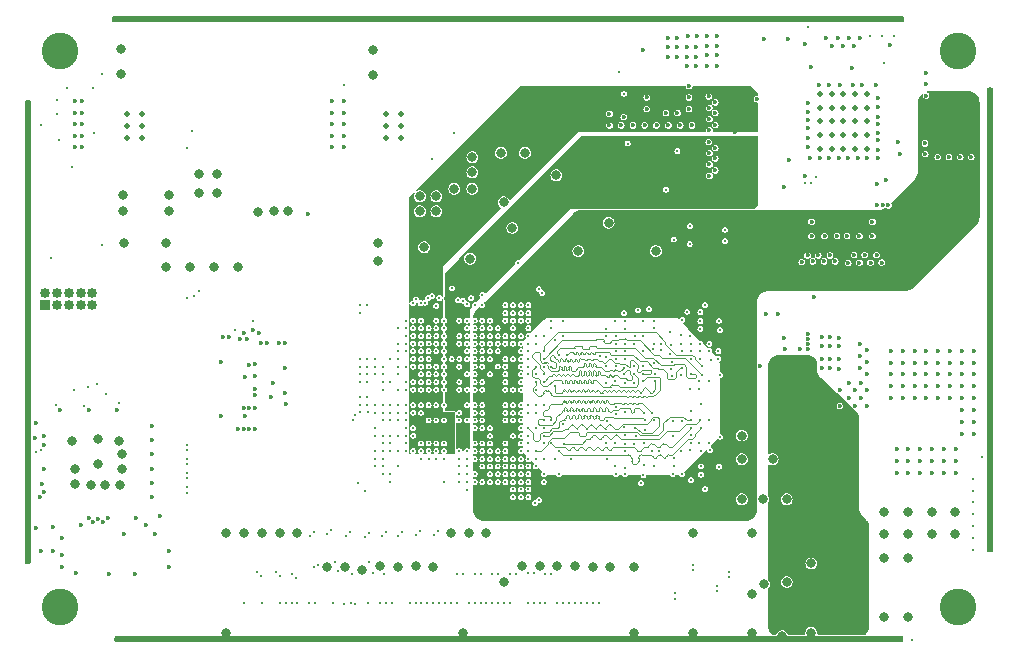
<source format=gbr>
%TF.GenerationSoftware,KiCad,Pcbnew,7.99.0-2419-g7f14b70ac3*%
%TF.CreationDate,2023-09-02T02:09:12+02:00*%
%TF.ProjectId,DQBSC,44514253-432e-46b6-9963-61645f706362,rev?*%
%TF.SameCoordinates,Original*%
%TF.FileFunction,Copper,L7,Inr*%
%TF.FilePolarity,Positive*%
%FSLAX46Y46*%
G04 Gerber Fmt 4.6, Leading zero omitted, Abs format (unit mm)*
G04 Created by KiCad (PCBNEW 7.99.0-2419-g7f14b70ac3) date 2023-09-02 02:09:12*
%MOMM*%
%LPD*%
G01*
G04 APERTURE LIST*
%TA.AperFunction,ComponentPad*%
%ADD10R,0.850000X0.850000*%
%TD*%
%TA.AperFunction,ComponentPad*%
%ADD11O,0.850000X0.850000*%
%TD*%
%TA.AperFunction,ComponentPad*%
%ADD12C,0.500000*%
%TD*%
%TA.AperFunction,ComponentPad*%
%ADD13C,3.100000*%
%TD*%
%TA.AperFunction,ViaPad*%
%ADD14C,0.300000*%
%TD*%
%TA.AperFunction,ViaPad*%
%ADD15C,0.800000*%
%TD*%
%TA.AperFunction,ViaPad*%
%ADD16C,0.360000*%
%TD*%
%TA.AperFunction,Conductor*%
%ADD17C,0.110000*%
%TD*%
G04 APERTURE END LIST*
D10*
%TO.N,Net-(J2-Pin_1)*%
%TO.C,J2*%
X60309281Y-102983614D03*
D11*
%TO.N,JTAG_TMS*%
X60309281Y-101983614D03*
%TO.N,GND*%
X61309281Y-102983614D03*
%TO.N,JTAG_TCK*%
X61309281Y-101983614D03*
%TO.N,GND*%
X62309281Y-102983614D03*
%TO.N,JTAG_TDO*%
X62309281Y-101983614D03*
%TO.N,Net-(J2-Pin_7)*%
X63309281Y-102983614D03*
%TO.N,JTAG_TDI*%
X63309281Y-101983614D03*
%TO.N,Net-(J2-Pin_9)*%
X64309281Y-102983614D03*
%TO.N,Net-(D2-K)*%
X64309281Y-101983614D03*
%TD*%
D12*
%TO.N,GND*%
%TO.C,U9*%
X67245000Y-86845000D03*
X67245000Y-87845000D03*
X67245000Y-88845000D03*
X68545000Y-86845000D03*
X68545000Y-87845000D03*
X68545000Y-88845000D03*
%TD*%
D13*
%TO.N,Net-(C4-Pad1)*%
%TO.C,H3*%
X61565481Y-81545014D03*
%TD*%
%TO.N,Net-(C3-Pad1)*%
%TO.C,H1*%
X137565481Y-81545014D03*
%TD*%
%TO.N,Net-(C5-Pad1)*%
%TO.C,H2*%
X61565481Y-128545014D03*
%TD*%
D12*
%TO.N,GND*%
%TO.C,U8*%
X125893462Y-85120028D03*
X125893462Y-86295028D03*
X125893462Y-87470028D03*
X125893462Y-88645028D03*
X125893462Y-89820028D03*
X126893462Y-85120028D03*
X126893462Y-86295028D03*
X126893462Y-87470028D03*
X126893462Y-88645028D03*
X126893462Y-89820028D03*
X127893462Y-85120028D03*
X127893462Y-86295028D03*
X127893462Y-87470028D03*
X127893462Y-88645028D03*
X127893462Y-89820028D03*
X128893462Y-85120028D03*
X128893462Y-86295028D03*
X128893462Y-87470028D03*
X128893462Y-88645028D03*
X128893462Y-89820028D03*
X129893462Y-85120028D03*
X129893462Y-86295028D03*
X129893462Y-87470028D03*
X129893462Y-88645028D03*
X129893462Y-89820028D03*
%TD*%
D13*
%TO.N,Net-(C6-Pad1)*%
%TO.C,H4*%
X137565481Y-128545014D03*
%TD*%
D12*
%TO.N,GND*%
%TO.C,U10*%
X89154000Y-86845000D03*
X89154000Y-87845000D03*
X89154000Y-88845000D03*
X90454000Y-86845000D03*
X90454000Y-87845000D03*
X90454000Y-88845000D03*
%TD*%
D14*
%TO.N,*%
X102520000Y-108230400D03*
%TO.N,GND*%
X140318681Y-120409414D03*
X58693462Y-96720028D03*
X88665481Y-128255014D03*
D15*
X66711000Y-83434000D03*
D14*
X62585000Y-91330400D03*
X114895000Y-110101400D03*
D16*
X128793462Y-98770028D03*
X116543462Y-92057528D03*
D14*
X96020000Y-108880400D03*
X104693462Y-78720028D03*
D16*
X129893462Y-110220028D03*
D14*
X72685081Y-131376614D03*
D16*
X122943462Y-106770028D03*
D14*
X58683081Y-92902214D03*
X140343462Y-108370028D03*
D16*
X126443462Y-80370028D03*
D14*
X58693462Y-101720028D03*
X92770000Y-112780400D03*
X71693462Y-78720028D03*
X62120000Y-84630400D03*
X111776400Y-106730000D03*
D15*
X88047000Y-81461000D03*
D14*
X140343462Y-104370028D03*
D16*
X130193462Y-99420028D03*
D14*
X117435000Y-105148400D03*
D15*
X95665481Y-130745014D03*
D16*
X134818462Y-90225028D03*
D14*
X140318681Y-114409414D03*
X89520000Y-111480400D03*
X103495000Y-105955400D03*
X91470000Y-107580400D03*
X101220000Y-104980400D03*
D15*
X125165481Y-124900514D03*
X137365481Y-120520028D03*
D14*
X100570000Y-108880400D03*
D16*
X135870000Y-90470400D03*
D15*
X108165481Y-125233014D03*
D14*
X96020000Y-116030400D03*
X140318681Y-117409414D03*
X99270000Y-110180400D03*
X140318681Y-122409414D03*
X92120000Y-108230400D03*
X140343462Y-101415014D03*
X140320000Y-85230400D03*
X129693462Y-131370028D03*
X140320000Y-89430400D03*
D15*
X115165481Y-122345014D03*
D14*
X58693462Y-97720028D03*
X88693462Y-131370028D03*
X99270000Y-111480400D03*
X106165481Y-128255014D03*
X96020000Y-107580400D03*
D15*
X121093462Y-119470028D03*
D16*
X129243462Y-99420028D03*
D14*
X90693462Y-78720028D03*
X97320000Y-113430400D03*
X58683081Y-93902214D03*
X91693462Y-78720028D03*
D16*
X61730962Y-124220028D03*
D14*
X108923000Y-83253014D03*
X138843462Y-120720028D03*
X97320000Y-109530400D03*
X132138591Y-80221514D03*
X58693462Y-122720028D03*
X58693462Y-98720028D03*
X122693462Y-78720028D03*
X97320000Y-112130400D03*
X58693462Y-117720028D03*
X86693462Y-131370028D03*
D16*
X124855962Y-98820028D03*
D15*
X137365481Y-122395014D03*
D14*
X114133000Y-105529400D03*
X80693462Y-131370028D03*
X110196000Y-109593400D03*
X140320000Y-86230400D03*
D16*
X128343462Y-80370028D03*
D15*
X96165481Y-122345014D03*
D14*
X116693462Y-131370028D03*
D15*
X106665481Y-125233014D03*
D14*
X88220000Y-114080400D03*
X123693462Y-78720028D03*
X95693462Y-78720028D03*
D16*
X79100000Y-106225000D03*
D14*
X87693462Y-131370028D03*
X131693462Y-131370028D03*
X117844700Y-97588400D03*
X58693462Y-120720028D03*
X101220000Y-103680400D03*
D16*
X127593462Y-111570028D03*
D14*
X127693462Y-131370028D03*
X90820000Y-114080400D03*
X115784000Y-107561400D03*
X92770000Y-108230400D03*
X58683081Y-86902214D03*
D15*
X115165481Y-130745014D03*
D16*
X117043462Y-90607528D03*
X124878462Y-106733429D03*
X136825000Y-90470400D03*
D14*
X96020000Y-104330400D03*
D15*
X66818462Y-115670028D03*
D14*
X138843462Y-121720028D03*
X119693462Y-131370028D03*
X58683081Y-90902214D03*
X90170000Y-106930400D03*
D16*
X128893462Y-110220028D03*
D14*
X101870000Y-113430400D03*
D15*
X96290481Y-99095014D03*
D14*
X101870000Y-108880400D03*
X99270000Y-114730400D03*
X108545000Y-109466400D03*
X129621481Y-78747814D03*
D15*
X97665481Y-122345014D03*
D16*
X127393462Y-80370028D03*
D14*
X132693462Y-131370028D03*
X130693462Y-131370028D03*
X93420000Y-104330400D03*
X140343462Y-107370028D03*
X140343462Y-112370028D03*
X85693462Y-78720028D03*
D15*
X92390481Y-98120014D03*
D14*
X102520000Y-116030400D03*
X114937279Y-105665169D03*
D15*
X131365481Y-129395014D03*
D14*
X125621481Y-78747814D03*
X118693462Y-131370028D03*
D16*
X117043462Y-87757528D03*
D14*
X114693462Y-78720028D03*
D15*
X64793462Y-116470028D03*
D14*
X124863462Y-79445014D03*
D16*
X70780962Y-123820028D03*
D14*
X79693462Y-78720028D03*
D16*
X126255962Y-99320028D03*
D14*
X89520000Y-117330400D03*
D15*
X66711000Y-81334000D03*
X123093462Y-126470028D03*
D14*
X108672000Y-107561400D03*
D15*
X88665481Y-125080400D03*
X102165481Y-125106014D03*
D14*
X140343462Y-105370028D03*
X58693462Y-107720028D03*
X87420000Y-118780400D03*
X99920000Y-107580400D03*
X117693462Y-78720028D03*
X103693462Y-131370028D03*
X140343462Y-90370028D03*
X109693462Y-131370028D03*
D15*
X108005000Y-96043000D03*
D14*
X140320000Y-88630400D03*
X96670000Y-117330400D03*
D16*
X77100000Y-113525000D03*
X124878462Y-105896627D03*
D14*
X72693462Y-78720028D03*
D16*
X62930962Y-125720028D03*
D15*
X65365481Y-118245014D03*
D14*
X94070000Y-114730400D03*
X140318681Y-123409414D03*
D16*
X129893462Y-106820028D03*
D14*
X92120000Y-112130400D03*
X91470000Y-104330400D03*
X97320000Y-111480400D03*
X95370000Y-109530400D03*
X140343462Y-92370028D03*
X109327626Y-103711393D03*
D15*
X62815481Y-118195014D03*
D16*
X131818462Y-80965028D03*
X126893462Y-81070028D03*
D14*
X96693462Y-131370028D03*
D15*
X66818462Y-116870028D03*
D14*
X89693462Y-78720028D03*
X96020000Y-110180400D03*
D16*
X124893462Y-106320028D03*
D14*
X97320000Y-114730400D03*
D16*
X131205962Y-94570028D03*
D14*
X68693462Y-78720028D03*
D16*
X128655962Y-82920028D03*
D14*
X58693462Y-95720028D03*
X92693462Y-131370028D03*
X86770000Y-118080400D03*
D15*
X100665481Y-125106014D03*
D16*
X134793462Y-89325028D03*
D14*
X99920000Y-105630400D03*
X86693462Y-78720028D03*
D15*
X105165481Y-125106014D03*
D16*
X124243462Y-106720028D03*
D14*
X90170000Y-108880400D03*
X99270000Y-108880400D03*
X113515481Y-97470014D03*
D15*
X88490481Y-97795014D03*
D14*
X99270000Y-117980400D03*
D15*
X110165481Y-125233014D03*
D14*
X58693462Y-102720028D03*
D15*
X99165210Y-126444400D03*
D16*
X130693462Y-98770028D03*
X82540000Y-95310400D03*
D14*
X130138591Y-80221514D03*
D16*
X69993462Y-120920028D03*
X128793462Y-81070028D03*
X75200000Y-112375000D03*
D15*
X110165481Y-130745014D03*
D16*
X127893462Y-81070028D03*
D14*
X58693462Y-116720028D03*
D16*
X80100000Y-106225000D03*
D14*
X107783000Y-105021400D03*
D16*
X129393462Y-109620028D03*
D14*
X140343462Y-100415014D03*
X97970000Y-114080400D03*
X97970000Y-113430400D03*
X113371000Y-107815400D03*
X92665481Y-128255014D03*
X58693462Y-112720028D03*
D16*
X131143462Y-99420028D03*
D14*
X87570000Y-103030400D03*
X95370000Y-110180400D03*
D15*
X85665481Y-125230400D03*
D14*
X89693462Y-131370028D03*
D16*
X78600000Y-106225000D03*
D15*
X64815481Y-114395014D03*
D16*
X117043462Y-89707528D03*
D14*
X104693462Y-131370028D03*
X95693462Y-131370028D03*
D15*
X119293462Y-114070028D03*
D16*
X138720000Y-90470400D03*
D15*
X125165481Y-130770028D03*
D14*
X116546000Y-109466400D03*
D16*
X129693462Y-98770028D03*
D15*
X133365481Y-129395014D03*
D16*
X124355962Y-99370028D03*
D14*
X124693462Y-131370028D03*
D16*
X65680962Y-125820028D03*
D14*
X140318681Y-121409414D03*
X86165481Y-128255014D03*
X116673000Y-107688400D03*
X88870000Y-112780400D03*
X100570000Y-103680400D03*
X58693462Y-99720028D03*
D15*
X133365481Y-122395014D03*
D14*
X94070000Y-110180400D03*
X76693462Y-131370028D03*
X58683081Y-91902214D03*
X123693462Y-131370028D03*
X104665481Y-128255014D03*
D16*
X125755962Y-98820028D03*
D15*
X93165481Y-125180400D03*
D14*
X113693462Y-131370028D03*
X58683081Y-85902214D03*
X77165481Y-128230400D03*
D15*
X122693462Y-131070028D03*
D14*
X140343462Y-93370028D03*
X58683081Y-87902214D03*
D16*
X129893462Y-107820028D03*
D14*
X58693462Y-100720028D03*
X117693462Y-131370028D03*
D15*
X99865481Y-96495014D03*
D14*
X105693462Y-78720028D03*
X140343462Y-110370028D03*
X138843462Y-119720028D03*
X70685081Y-131376614D03*
X83693462Y-131370028D03*
X99270000Y-117330400D03*
X93693462Y-131370028D03*
X140343462Y-102370028D03*
X100570000Y-113430400D03*
X100693462Y-131370028D03*
X94693462Y-131370028D03*
D15*
X88047000Y-83561000D03*
D14*
X120693462Y-131370028D03*
X58693462Y-119720028D03*
X101220000Y-118630400D03*
D16*
X63330962Y-121620028D03*
X126755962Y-98820028D03*
X60943462Y-123870028D03*
D14*
X138843462Y-123720028D03*
D16*
X129893462Y-108820028D03*
D14*
X58693462Y-109720028D03*
X94070000Y-112780400D03*
D16*
X117043462Y-85857528D03*
D15*
X123093462Y-119470028D03*
D14*
X83693462Y-78720028D03*
X108672000Y-106291400D03*
D16*
X120565481Y-85577528D03*
D14*
X94693462Y-78720028D03*
D15*
X84165481Y-125230400D03*
D14*
X140343462Y-113370028D03*
X87693462Y-78720028D03*
X58693462Y-103720028D03*
D15*
X135365481Y-122395014D03*
D14*
X85620000Y-84370400D03*
D15*
X131365481Y-120520028D03*
D14*
X101665481Y-128255014D03*
X60779281Y-99043614D03*
D16*
X67930962Y-125820028D03*
X116543462Y-91107528D03*
X116493462Y-89207528D03*
D14*
X120693462Y-78720028D03*
X75693462Y-131370028D03*
D16*
X77546846Y-108071846D03*
D14*
X102520000Y-114730400D03*
X140318681Y-116409414D03*
X77693462Y-78720028D03*
X82693462Y-131370028D03*
X98693462Y-131370028D03*
D15*
X88448623Y-99252496D03*
D14*
X92120000Y-114730400D03*
X81693462Y-78720028D03*
X131621481Y-78747814D03*
D16*
X117043462Y-86757528D03*
D14*
X115784000Y-103624400D03*
X75693462Y-78720028D03*
X97693462Y-131370028D03*
X140318681Y-119409414D03*
X108693462Y-131370028D03*
D16*
X128293462Y-99470028D03*
D14*
X108693462Y-78720028D03*
D16*
X69630962Y-122420028D03*
D14*
X93420000Y-110180400D03*
X86920000Y-103680400D03*
X140343462Y-103370028D03*
X94070000Y-108230400D03*
D16*
X132505962Y-89220028D03*
D14*
X110693462Y-131370028D03*
X140343462Y-109370028D03*
X101693462Y-131370028D03*
X88220000Y-111480400D03*
X102693462Y-131370028D03*
D15*
X70509481Y-99833014D03*
D16*
X128893462Y-111570028D03*
X123255962Y-90720028D03*
D14*
X64320000Y-84630400D03*
X97320000Y-110180400D03*
D16*
X137780000Y-90470400D03*
X124893462Y-105470028D03*
D14*
X91470000Y-114080400D03*
X90820000Y-111480400D03*
D15*
X105455000Y-98443000D03*
D14*
X73693462Y-78720028D03*
D16*
X116543462Y-88207528D03*
D14*
X90170000Y-104980400D03*
X97970000Y-104330400D03*
X108626800Y-112216400D03*
X111847000Y-104975900D03*
X90170000Y-106280400D03*
X78693462Y-131370028D03*
D16*
X121193462Y-80497528D03*
X134893462Y-84277528D03*
X134893462Y-83377528D03*
D14*
X78665481Y-128255014D03*
D16*
X129893462Y-111570028D03*
D14*
X99693462Y-78720028D03*
D15*
X112005000Y-98443000D03*
D14*
X66693462Y-78720028D03*
D15*
X135365481Y-120520028D03*
D16*
X130755962Y-94570028D03*
D14*
X140343462Y-111370028D03*
D16*
X120868462Y-108170028D03*
D14*
X58693462Y-114720028D03*
D15*
X119293462Y-119470028D03*
X103665481Y-125106014D03*
D14*
X138843462Y-122720028D03*
D15*
X62615481Y-114545014D03*
D14*
X103693462Y-78720028D03*
X92770000Y-114730400D03*
X67693462Y-78720028D03*
D15*
X76605481Y-99833014D03*
D14*
X70693462Y-78720028D03*
X69693462Y-78720028D03*
X115693462Y-78720028D03*
X83165481Y-128255014D03*
X101220000Y-117330400D03*
X105693462Y-131370028D03*
X112693462Y-78720028D03*
D16*
X124643462Y-92050028D03*
D14*
X99270000Y-112130400D03*
X74693462Y-78720028D03*
X93420000Y-108230400D03*
D15*
X120143462Y-127470028D03*
X133365481Y-124395014D03*
X75590481Y-122345014D03*
D14*
X98693462Y-78720028D03*
X109615481Y-89345014D03*
D16*
X66993462Y-122420028D03*
D15*
X87170000Y-125430400D03*
D14*
X61480000Y-89055400D03*
X92770000Y-107580400D03*
X92120000Y-106930400D03*
X99270000Y-103030400D03*
D15*
X90165481Y-125230400D03*
D14*
X67685081Y-131376614D03*
X96670000Y-114730400D03*
D15*
X75590481Y-130745014D03*
D14*
X61320000Y-86830400D03*
X106693462Y-131370028D03*
D16*
X122318462Y-103770028D03*
D14*
X58693462Y-104720028D03*
D16*
X116543462Y-87257528D03*
D14*
X88870000Y-109530400D03*
X111847000Y-107942400D03*
X122693462Y-131370028D03*
X140343462Y-94370028D03*
X116693462Y-78720028D03*
X100332219Y-99461752D03*
X93420000Y-114730400D03*
X113693462Y-78720028D03*
D15*
X120165481Y-130745014D03*
D14*
X93420000Y-112780400D03*
X114693462Y-131370028D03*
X100570000Y-109530400D03*
X101220000Y-112130400D03*
X99693462Y-131370028D03*
X89520000Y-107580400D03*
D16*
X128393462Y-109620028D03*
X131705962Y-94570028D03*
D14*
X68685081Y-131376614D03*
D15*
X80165481Y-122345014D03*
D14*
X99270000Y-103680400D03*
X97970000Y-114730400D03*
X100693462Y-78720028D03*
D15*
X119293462Y-116070028D03*
D14*
X140343462Y-106370028D03*
X101693462Y-78720028D03*
X96020000Y-112780400D03*
D16*
X70780962Y-125220028D03*
D14*
X117434996Y-108958400D03*
X97970000Y-107580400D03*
X92120000Y-111480400D03*
D15*
X133365481Y-120520028D03*
D16*
X116493462Y-85357528D03*
D14*
X139643462Y-115870028D03*
X97970000Y-117330400D03*
X130621481Y-78747814D03*
D16*
X61730962Y-125220028D03*
D14*
X58693462Y-110720028D03*
D15*
X91670000Y-125130400D03*
D14*
X100570000Y-116680400D03*
X101220000Y-107580400D03*
X95370000Y-117980400D03*
X99920000Y-114080400D03*
X99270000Y-115380400D03*
D16*
X79600000Y-109625000D03*
D14*
X90693462Y-131370028D03*
X102693462Y-78720028D03*
D15*
X131365481Y-124395014D03*
D14*
X131138591Y-80221514D03*
X140320000Y-87830400D03*
D16*
X116543462Y-90157528D03*
D14*
X58693462Y-115720028D03*
D16*
X68843462Y-121620028D03*
D14*
X140343462Y-95370028D03*
D16*
X127593462Y-110220028D03*
D14*
X107693462Y-78720028D03*
D16*
X78100000Y-113525000D03*
D14*
X131313462Y-82495014D03*
D15*
X72541481Y-99833014D03*
D14*
X84665481Y-128255014D03*
X91693462Y-131370028D03*
D16*
X125305962Y-99320028D03*
D14*
X82693462Y-78720028D03*
X58683081Y-88902214D03*
X99920000Y-116680400D03*
D16*
X122880000Y-93030400D03*
D14*
X109693462Y-78720028D03*
X111693462Y-78720028D03*
X117308000Y-106926400D03*
X69685081Y-131376614D03*
D16*
X129293462Y-80370028D03*
D14*
X121693462Y-78720028D03*
X126621481Y-78747814D03*
X128621481Y-78747814D03*
D15*
X121165481Y-126645014D03*
D14*
X88693462Y-78720028D03*
X121693462Y-131370028D03*
X102520000Y-111480400D03*
X100570000Y-118630400D03*
X77693462Y-131370028D03*
X93693462Y-78720028D03*
X117844700Y-96638400D03*
X61320000Y-85630400D03*
X140318681Y-115409414D03*
X91470000Y-108230400D03*
D16*
X129293462Y-107320028D03*
D14*
X91165481Y-128255014D03*
X140320000Y-87030400D03*
X133693462Y-131370028D03*
D16*
X116543462Y-86307528D03*
D14*
X59965481Y-87745014D03*
D16*
X61730962Y-122720028D03*
D14*
X80693462Y-78720028D03*
X124621481Y-78747814D03*
X107693462Y-131370028D03*
D15*
X81665481Y-122345014D03*
D14*
X138843462Y-117720028D03*
X127621481Y-78747814D03*
X111693462Y-131370028D03*
D15*
X131365481Y-122395014D03*
X94665481Y-122345014D03*
D16*
X80700000Y-111425000D03*
D14*
X78693462Y-78720028D03*
X76693462Y-78720028D03*
X107275000Y-107307400D03*
X89520000Y-112780400D03*
X79693462Y-131370028D03*
X71685081Y-131376614D03*
X84693462Y-131370028D03*
D15*
X121893462Y-116070028D03*
D14*
X58693462Y-113720028D03*
X97693462Y-78720028D03*
X115693462Y-131370028D03*
X90170000Y-111480400D03*
D15*
X64165481Y-118245014D03*
D14*
X58693462Y-121720028D03*
D15*
X74573481Y-99833014D03*
D16*
X129293462Y-108320028D03*
D14*
X140318681Y-118409414D03*
X113303000Y-106374200D03*
X132621481Y-78747814D03*
D15*
X66953481Y-97801014D03*
D14*
X110243000Y-105624200D03*
X91470000Y-113430400D03*
X58683081Y-94902214D03*
D16*
X80600000Y-106225000D03*
D14*
X65120000Y-83430400D03*
X112693462Y-131370028D03*
X58683081Y-89902214D03*
X92120000Y-107580400D03*
D15*
X77165481Y-122345014D03*
D14*
X58693462Y-111720028D03*
X106693462Y-78720028D03*
X96693462Y-78720028D03*
X92120000Y-110180400D03*
X115657000Y-109466400D03*
D16*
X129293462Y-106320028D03*
D14*
X97165481Y-128255014D03*
X81665481Y-128230400D03*
X110196000Y-108196400D03*
X110693462Y-78720028D03*
D15*
X66565481Y-114545014D03*
D14*
X58693462Y-124720028D03*
D16*
X127205962Y-99320028D03*
D14*
X90170000Y-110180400D03*
X119693462Y-78720028D03*
X58693462Y-123720028D03*
X94165481Y-128255014D03*
D16*
X117043462Y-91607528D03*
D14*
X58693462Y-108720028D03*
X109290481Y-85120014D03*
X99270000Y-108230400D03*
X99270000Y-112780400D03*
X58693462Y-105720028D03*
D16*
X80650000Y-108375000D03*
D14*
X80165481Y-128230400D03*
X95370000Y-112780400D03*
X84693462Y-78720028D03*
X118693462Y-78720028D03*
X99270000Y-109530400D03*
D16*
X134893462Y-85277528D03*
D15*
X78665481Y-122345014D03*
D14*
X92693462Y-78720028D03*
D15*
X66615481Y-118245014D03*
D14*
X98665481Y-128255014D03*
X138843462Y-118720028D03*
X97320000Y-112780400D03*
X66685081Y-131376614D03*
D15*
X62793462Y-116870028D03*
D14*
X100570000Y-112130400D03*
D16*
X129393462Y-110870028D03*
D14*
X74685081Y-131376614D03*
X81693462Y-131370028D03*
D15*
X120165481Y-122345014D03*
D14*
X73685081Y-131376614D03*
X91470000Y-111480400D03*
D15*
X70509481Y-97801014D03*
D14*
X95370000Y-108230400D03*
X58693462Y-118720028D03*
X101870000Y-112130400D03*
X58693462Y-106720028D03*
X85693462Y-131370028D03*
D16*
X128393462Y-110870028D03*
D14*
X140343462Y-91370028D03*
%TO.N,GBE0_MDI3_N*%
X72330962Y-118895028D03*
%TO.N,GBE0_MDI3_P*%
X72330962Y-118445028D03*
D16*
%TO.N,/IO/LED0*%
X64793462Y-121120028D03*
%TO.N,/IO/LED1*%
X64393462Y-121370028D03*
D14*
%TO.N,GBE0_MDI2_N*%
X72330962Y-117695028D03*
%TO.N,GBE0_MDI2_P*%
X72330962Y-117245028D03*
%TO.N,/MPU/VDDA_0P9*%
X97970000Y-108880400D03*
%TO.N,GBE0_MDI1_N*%
X72330962Y-116495028D03*
%TO.N,GBE0_MDI1_P*%
X72330962Y-116045028D03*
%TO.N,GBE0_MDI0_N*%
X72330962Y-115295028D03*
%TO.N,GBE0_MDI0_P*%
X72330962Y-114845028D03*
D16*
%TO.N,3.3V_SW*%
X115420981Y-82803014D03*
X137393462Y-116245028D03*
X133918462Y-108895028D03*
X128693462Y-84407528D03*
X134918462Y-110895028D03*
X115420981Y-82003014D03*
X136918462Y-109895028D03*
X133918462Y-106895028D03*
X131918462Y-109895028D03*
X127493462Y-90557528D03*
X130843462Y-85470028D03*
X129493462Y-84407528D03*
X115420981Y-81203014D03*
X138918462Y-112895028D03*
X133393462Y-117245028D03*
X137918462Y-113895028D03*
X137918462Y-110895028D03*
X138918462Y-111895028D03*
X130843462Y-90557528D03*
X125383462Y-102345028D03*
X134393462Y-116245028D03*
X124893462Y-89670028D03*
X138918462Y-113895028D03*
X113820981Y-81203014D03*
X132918462Y-110895028D03*
X117156481Y-82775014D03*
X123193462Y-80497528D03*
X135918462Y-106895028D03*
X127638838Y-84403766D03*
X135918462Y-107895028D03*
X133918462Y-109895028D03*
X133393462Y-115245028D03*
X138918462Y-109895028D03*
X132393462Y-115245028D03*
D14*
X112865481Y-93245014D03*
D16*
X136918462Y-107895028D03*
X116356481Y-81075014D03*
X134918462Y-106895028D03*
X131918462Y-107895028D03*
X135393462Y-117245028D03*
X130843462Y-87057528D03*
X117156481Y-80275014D03*
X122893462Y-105770028D03*
X113820981Y-82003014D03*
X131918462Y-108895028D03*
X136918462Y-110895028D03*
X136393462Y-117245028D03*
X116356481Y-81875014D03*
X113020981Y-80403014D03*
X115467481Y-80275014D03*
X113020981Y-82003014D03*
X137918462Y-109895028D03*
X124893462Y-88070028D03*
X136918462Y-108895028D03*
X136393462Y-116245028D03*
X131918462Y-110895028D03*
X130843462Y-87670028D03*
X135393462Y-116245028D03*
X129893462Y-90557528D03*
X125793462Y-84420028D03*
X124893462Y-87357528D03*
X138918462Y-107895028D03*
X114620981Y-81203014D03*
X137918462Y-107895028D03*
X113020981Y-81203014D03*
X134393462Y-115245028D03*
X137918462Y-112895028D03*
X129093462Y-90557528D03*
X117156481Y-81075014D03*
X131918462Y-106895028D03*
X137393462Y-117245028D03*
X137918462Y-108895028D03*
X116356481Y-82775014D03*
X132393462Y-116245028D03*
X116356481Y-80275014D03*
X117156481Y-81875014D03*
X130840643Y-89870028D03*
X124893462Y-85870028D03*
X114620981Y-82803014D03*
X114705481Y-80275014D03*
X134918462Y-108895028D03*
X135393462Y-115245028D03*
X121368462Y-103770028D03*
X126693462Y-84407528D03*
X136393462Y-115245028D03*
X128293462Y-90557528D03*
X126693462Y-90553941D03*
X132918462Y-108895028D03*
X138918462Y-108895028D03*
X135918462Y-110895028D03*
X135918462Y-109895028D03*
D14*
X114907200Y-96338400D03*
D16*
X130840643Y-89070028D03*
X136918462Y-106895028D03*
X137393462Y-115245028D03*
X132393462Y-117245028D03*
X134918462Y-107895028D03*
X133918462Y-107895028D03*
X134393462Y-117245028D03*
X124893462Y-86670028D03*
X130643462Y-84407528D03*
X132918462Y-109895028D03*
X124893462Y-88870028D03*
X133918462Y-110895028D03*
X125893462Y-90557528D03*
X137918462Y-111895028D03*
X132918462Y-106895028D03*
X138918462Y-110895028D03*
X137918462Y-106895028D03*
X135918462Y-108895028D03*
X130843462Y-86270028D03*
X134918462Y-109895028D03*
X113820981Y-80403014D03*
X130840643Y-88470028D03*
X133393462Y-116245028D03*
X114620981Y-82003014D03*
X125093462Y-90557528D03*
X132918462Y-107895028D03*
X138918462Y-106895028D03*
D14*
%TO.N,Net-(U3A-ZQ0)*%
X111440925Y-103375146D03*
%TO.N,I2C1_SCL*%
X89520000Y-114730400D03*
%TO.N,I2C1_SDA*%
X89520000Y-114080400D03*
%TO.N,I2C2_SCL*%
X90820000Y-115380400D03*
%TO.N,I2C2_SDA*%
X90170000Y-115380400D03*
%TO.N,I2C3_SCL*%
X90820000Y-114730400D03*
%TO.N,I2C3_SDA*%
X90170000Y-114080400D03*
%TO.N,Net-(U3A-ODT_CA_A)*%
X108672000Y-108196400D03*
%TO.N,Net-(U3A-ODT_CA_B)*%
X109439600Y-114045200D03*
%TO.N,UART2_TXD*%
X88870000Y-115380400D03*
X85640000Y-128340400D03*
%TO.N,UART2_RXD*%
X85125610Y-125573187D03*
%TO.N,UART1_TXD*%
X83045000Y-125180400D03*
%TO.N,UART1_RXD*%
X82665481Y-128255014D03*
X88220000Y-115380400D03*
D16*
%TO.N,/IO/ENET_2.5V_A*%
X69343462Y-115670028D03*
X69343462Y-119270028D03*
X69343462Y-116870028D03*
D14*
%TO.N,USB2_RX_N*%
X81556777Y-126147177D03*
%TO.N,USB2_RX_P*%
X81203223Y-125793623D03*
%TO.N,USB2_TX_N*%
X80186777Y-125987177D03*
%TO.N,USB2_TX_P*%
X79833223Y-125633623D03*
%TO.N,USB2_DP*%
X78263223Y-125633623D03*
D16*
%TO.N,VDD_1V*%
X61593462Y-111920028D03*
X69343462Y-113270028D03*
D14*
%TO.N,UART3_RXD*%
X84820000Y-124760400D03*
%TO.N,UART3_TXD*%
X83445000Y-125055400D03*
%TO.N,UART4_RXD*%
X88220000Y-116030400D03*
%TO.N,NVCC_DRAM_1V1*%
X111878000Y-112775200D03*
X100570000Y-112780400D03*
X101220000Y-117980400D03*
X109388800Y-117347200D03*
D16*
X128193462Y-97157528D03*
D14*
X114207000Y-117353000D03*
X113445000Y-117302200D03*
D16*
X129243462Y-97157528D03*
D14*
X111974000Y-108831400D03*
X115784000Y-104386400D03*
X100570000Y-104330400D03*
X115657000Y-110101400D03*
X107783000Y-108196400D03*
X101870000Y-110180400D03*
X112487600Y-106831600D03*
X101220000Y-114080400D03*
X101870000Y-116030400D03*
X109434000Y-107561400D03*
X101220000Y-106280400D03*
X114133000Y-106291400D03*
X99920000Y-112130400D03*
X107864800Y-116026400D03*
X111878500Y-116641800D03*
X109439600Y-112064000D03*
X113423146Y-114067054D03*
X112276600Y-115371800D03*
X113548400Y-115979600D03*
X111847000Y-104386400D03*
X101220000Y-108880400D03*
X114260000Y-104259400D03*
X107915600Y-112826000D03*
X101870000Y-106280400D03*
X113323912Y-108404900D03*
X101220000Y-108230400D03*
X100570000Y-117980400D03*
X107783000Y-105656400D03*
X110760400Y-118109200D03*
X99920000Y-110180400D03*
X110303200Y-114096000D03*
X109434000Y-104386400D03*
X101220000Y-104330400D03*
X110504387Y-103467404D03*
X101220000Y-114730400D03*
X109434000Y-109593400D03*
X115680200Y-114660600D03*
D16*
X130343462Y-95957528D03*
X130343462Y-97157528D03*
D14*
X113244000Y-107180400D03*
X101220000Y-116030400D03*
X115799033Y-111402882D03*
X99920000Y-111480400D03*
X112482000Y-106291400D03*
D16*
X132648462Y-90220028D03*
D14*
X107783000Y-109593400D03*
X115843000Y-117374200D03*
X113452800Y-112826000D03*
X115784000Y-106926400D03*
X108654088Y-111622900D03*
%TO.N,DRAM_DQ21*%
X99920000Y-119280400D03*
X111717800Y-115371800D03*
%TO.N,DRAM_DQ19*%
X103495000Y-116030400D03*
X108525200Y-114705600D03*
%TO.N,DRAM_DQ25*%
X117356600Y-116692600D03*
X99920000Y-117330400D03*
%TO.N,DRAM_DQ24*%
X116188200Y-118572200D03*
X100570000Y-117330400D03*
%TO.N,Net-(U1A-MIPI_VDD1)*%
X89520000Y-109530400D03*
%TO.N,DRAM_DQ26*%
X99920000Y-117980400D03*
X116594600Y-115270200D03*
%TO.N,DRAM_DQ28*%
X114969000Y-114660600D03*
X100570000Y-114730400D03*
%TO.N,DRAM_DQ27*%
X99920000Y-116030400D03*
X116543800Y-114660600D03*
%TO.N,DRAM_DQ30*%
X100570000Y-115380400D03*
X114969000Y-117824200D03*
%TO.N,DRAM_DQ15*%
X113244000Y-105275400D03*
X100570000Y-108230400D03*
%TO.N,DRAM_DQ12*%
X100570000Y-107580400D03*
X114260000Y-106926400D03*
%TO.N,DRAM_DQ14*%
X114672000Y-103580400D03*
X100570000Y-106930400D03*
%TO.N,DRAM_DQ11*%
X116546000Y-106926400D03*
X99920000Y-106280400D03*
%TO.N,DRAM_DQ9*%
X117339000Y-104342400D03*
X99920000Y-104980400D03*
%TO.N,DRAM_DQ10*%
X99920000Y-104330400D03*
X116546000Y-106291400D03*
%TO.N,DRAM_DQ4*%
X99920000Y-103680400D03*
X110958000Y-106926400D03*
%TO.N,DRAM_DQ6*%
X100570000Y-103030400D03*
X110958000Y-105656400D03*
%TO.N,DRAM_DQ22*%
X100570000Y-119280400D03*
X111032000Y-116540200D03*
%TO.N,DRAM_DQ23*%
X110963600Y-117429200D03*
X101220000Y-119280400D03*
%TO.N,DRAM_DQS3_P*%
X101220000Y-116680400D03*
X115832600Y-115371800D03*
%TO.N,DRAM_DM3*%
X100570000Y-116030400D03*
X115843000Y-116674200D03*
%TO.N,DRAMREF*%
X100570000Y-110180400D03*
%TO.N,DRAM_DQ13*%
X101220000Y-106930400D03*
X115022000Y-106926400D03*
%TO.N,DRAM_DM1*%
X100570000Y-106280400D03*
X115784000Y-105021400D03*
%TO.N,DRAM_DQS1_P*%
X101220000Y-105630400D03*
X115784000Y-106291400D03*
%TO.N,DRAM_DQ8*%
X100570000Y-105630400D03*
X116170000Y-103030400D03*
%TO.N,DRAM_DQ7*%
X110958000Y-104386400D03*
X101220000Y-103030400D03*
%TO.N,DRAM_DQS2_N*%
X101761000Y-119791400D03*
X110193800Y-114762200D03*
%TO.N,DRAM_DQS2_P*%
X102116600Y-119537400D03*
X109417100Y-115394300D03*
%TO.N,DRAM_DQS3_N*%
X114918200Y-115321000D03*
X101870000Y-116680400D03*
%TO.N,DRAM_nCS0_B*%
X101220000Y-113430400D03*
X111065200Y-112775200D03*
%TO.N,DRAM_CKE0_A*%
X101870000Y-109530400D03*
X110958000Y-109466400D03*
%TO.N,DRAM_DQS1_N*%
X101870000Y-105630400D03*
X115022000Y-106291400D03*
%TO.N,DRAM_DQS0_P*%
X102398564Y-101979764D03*
X109434000Y-106291400D03*
%TO.N,DRAM_DQS0_N*%
X110196000Y-106291400D03*
X102087436Y-101668636D03*
%TO.N,DRAM_DQ16*%
X103820000Y-117330400D03*
X108626800Y-117347200D03*
%TO.N,DRAM_DM2*%
X102520000Y-117330400D03*
X109439600Y-116788400D03*
%TO.N,DRAM_DQ18*%
X104795000Y-116030400D03*
X109388800Y-114756400D03*
%TO.N,PMIC_SCL*%
X90820000Y-113430400D03*
%TO.N,DRAM_nCS1_B*%
X110244600Y-113390600D03*
X102520000Y-114080400D03*
%TO.N,DRAM_CKE0_B*%
X111014400Y-112165600D03*
X102520000Y-112780400D03*
%TO.N,DRAM_CA0_A*%
X102520000Y-108880400D03*
X109307000Y-108323400D03*
%TO.N,DRAM_CA2_A*%
X104470000Y-107255400D03*
X114260000Y-108323400D03*
%TO.N,DRAM_DQ3*%
X102520000Y-105630400D03*
X108672000Y-106926400D03*
%TO.N,DRAM_DM0*%
X109434000Y-105021400D03*
X103170000Y-104980400D03*
%TO.N,DRAM_DQ1*%
X108672000Y-105656400D03*
X103170000Y-104330400D03*
%TO.N,DRAM_DQ17*%
X108576000Y-116686800D03*
X102520000Y-117980400D03*
%TO.N,DRAM_CA1_A*%
X102520000Y-109530400D03*
X109338000Y-108863600D03*
%TO.N,DRAM_CKE1_A*%
X103495000Y-109855400D03*
X111921000Y-109428200D03*
%TO.N,DRAM_CA5_A*%
X102520000Y-107580400D03*
X115911000Y-108958400D03*
%TO.N,DRAM_DQ2*%
X109434000Y-106926400D03*
X104145000Y-105630400D03*
%TO.N,DRAM_DQ0*%
X108545000Y-104386400D03*
X104145000Y-104330400D03*
%TO.N,Net-(U1K-PCIE2_RESREF)*%
X86920000Y-103030400D03*
D16*
%TO.N,Net-(L9-Pad1)*%
X126793462Y-106470028D03*
X127493462Y-108420028D03*
X127493462Y-106520028D03*
X126793462Y-108370028D03*
X126093462Y-105720028D03*
X126793462Y-105720028D03*
X126093462Y-108370028D03*
X126093462Y-106470028D03*
X127493462Y-107620028D03*
X126093462Y-107570028D03*
X127493462Y-105770028D03*
X126793462Y-107570028D03*
D14*
%TO.N,SPI1_MOSI*%
X88059603Y-125728030D03*
%TO.N,SPI2_SSO*%
X86286358Y-125796758D03*
%TO.N,UART4_TXD*%
X89520000Y-115380400D03*
%TO.N,QSPIA_CLE*%
X91470000Y-105630400D03*
%TO.N,SPI1_MISO*%
X88953443Y-125778717D03*
%TO.N,HDMI_TX3_P*%
X95665481Y-125780400D03*
%TO.N,PCIE2_RXN*%
X93165481Y-128255014D03*
%TO.N,SPI2_MISO*%
X87697277Y-124780400D03*
%TO.N,SPI2_SCLK*%
X86579507Y-128360400D03*
X88220000Y-116680400D03*
%TO.N,PCIE2_RXP*%
X93665481Y-128255014D03*
%TO.N,PCIE1_TXN*%
X96165481Y-128255014D03*
X92089500Y-102840400D03*
%TO.N,SPI1_SSO*%
X89670000Y-128230400D03*
X88870000Y-117330400D03*
%TO.N,PCIE1_TXP*%
X96665481Y-128255014D03*
X92477660Y-102808098D03*
%TO.N,HDMI_TX2_P*%
X96665481Y-125780400D03*
%TO.N,PCIE2_REF_CLKN*%
X94665481Y-128274553D03*
%TO.N,PCIE2_REF_CLKP*%
X95165481Y-128274553D03*
%TO.N,QSPIA_SCLK*%
X90820000Y-106930400D03*
%TO.N,Net-(U1B-ZQ_{slash}_ZQ_{slash}_ZQ)*%
X100570000Y-111480400D03*
%TO.N,NAND_DATA0*%
X90820000Y-106280400D03*
X76351481Y-105167014D03*
%TO.N,BT_DEV_WAKE*%
X90820000Y-105630400D03*
%TO.N,QSPIA_nSS0 *%
X72308000Y-102416000D03*
X91470000Y-106930400D03*
%TO.N,NAND_nCE3*%
X91470000Y-106280400D03*
%TO.N,NAND_DATA2*%
X91470000Y-104980400D03*
D16*
X77936782Y-105121575D03*
D14*
%TO.N,PCIE1_RXP*%
X91720000Y-102540400D03*
X97665481Y-128255014D03*
D16*
%TO.N,NAND_DATA1*%
X77100000Y-105421014D03*
D14*
X92120000Y-106280400D03*
%TO.N,SPI1_SCLK*%
X88870000Y-116030400D03*
X89170000Y-128230400D03*
D16*
%TO.N,NAND_DATA3*%
X75400000Y-105725000D03*
D14*
X92120000Y-105630400D03*
D16*
%TO.N,NAND_DATA5*%
X76780500Y-105929014D03*
D14*
X92120000Y-104980400D03*
%TO.N,USB1_SS_SEL*%
X92770000Y-106930400D03*
%TO.N,NAND_nREADY*%
X92770000Y-106280400D03*
%TO.N,NAND_nWP*%
X92770000Y-105630400D03*
%TO.N,SPI2_MOSI*%
X87665481Y-128255014D03*
X88870000Y-116680400D03*
%TO.N,GPIO15*%
X92120000Y-116030400D03*
%TO.N,NAND_nWE*%
X92770000Y-104980400D03*
%TO.N,PCIE1_REF_CLKP*%
X93082124Y-102272363D03*
X99665481Y-128255014D03*
%TO.N,NAND_DATA6*%
X93420000Y-106930400D03*
D16*
X77419500Y-105929014D03*
%TO.N,NAND_DATA4*%
X75900000Y-105725000D03*
D14*
X93420000Y-106280400D03*
%TO.N,SD2_nCD*%
X93420000Y-105630400D03*
%TO.N,GPIO13*%
X92770000Y-116030400D03*
%TO.N,GPIO14*%
X92770000Y-115380400D03*
%TO.N,SD2_CLK*%
X93420000Y-104980400D03*
%TO.N,SD1_CMD*%
X93397657Y-103084057D03*
D16*
X77600000Y-111725000D03*
D14*
%TO.N,SD1_CLK*%
X93683678Y-102432503D03*
%TO.N,NAND_DATA7*%
X94070000Y-106930400D03*
D16*
X78383481Y-105421014D03*
D14*
%TO.N,BT_HOST_WAKE*%
X94070000Y-106280400D03*
%TO.N,SD2_WP*%
X94070000Y-105630400D03*
%TO.N,HDMI_REFCLK_N*%
X98165481Y-125780400D03*
%TO.N,HDMI_REFCLK_P*%
X98665481Y-125780400D03*
%TO.N,GPIO11*%
X93420000Y-116030400D03*
%TO.N,GPIO12*%
X93420000Y-115380400D03*
%TO.N,SD2_CMD*%
X94070000Y-104980400D03*
%TO.N,ENET_MDIO*%
X94720000Y-107580400D03*
D16*
X59893462Y-119270028D03*
%TO.N,ENET_MDC*%
X60065481Y-118145014D03*
D14*
X94726595Y-101603748D03*
%TO.N,SD2_D1*%
X95370000Y-105630400D03*
%TO.N,HDMI_TX0_P*%
X99665481Y-125780400D03*
%TO.N,GPIO9*%
X94070000Y-116030400D03*
%TO.N,GPIO10*%
X94070000Y-115380400D03*
%TO.N,GPIO6*%
X95370000Y-116680400D03*
%TO.N,SD1_D4*%
X95246797Y-102594525D03*
%TO.N,ENET_TX_CTL*%
X95370000Y-107580400D03*
X61263462Y-111495014D03*
%TO.N,ENET_TD3*%
X95370000Y-106280400D03*
D16*
X59464769Y-114245726D03*
D14*
%TO.N,GPIO8*%
X95370000Y-115380400D03*
%TO.N,GPIO3*%
X95370000Y-117330400D03*
%TO.N,SD2_D3*%
X96020000Y-105630400D03*
%TO.N,SD2_D2*%
X96020000Y-104980400D03*
%TO.N,SD1_D5*%
X96020000Y-102961724D03*
%TO.N,SD1_D3*%
X95683466Y-102663995D03*
%TO.N,ENET_TD2*%
X96020000Y-106930400D03*
X59565481Y-115495014D03*
%TO.N,ENET_TD0*%
X96020000Y-106280400D03*
D16*
X59565481Y-113045014D03*
D14*
%TO.N,HDMI_TX1_P*%
X101665481Y-125730400D03*
%TO.N,GPIO4*%
X96020000Y-116680400D03*
%TO.N,ENET_TD1*%
X59989078Y-115270028D03*
X96670000Y-106280400D03*
%TO.N,SD2_nRST*%
X96670000Y-105630400D03*
%TO.N,CLK1_P*%
X96670000Y-104980400D03*
%TO.N,SD1_nRST*%
X96670000Y-103030400D03*
%TO.N,SD1_D6*%
X96377387Y-102436729D03*
%TO.N,JTAG_TCK*%
X97320000Y-116680400D03*
%TO.N,ENET_TXC*%
X96670000Y-106930400D03*
D16*
X60193462Y-114070028D03*
D14*
%TO.N,ENET_RXC*%
X97320000Y-106280400D03*
X62765481Y-110245014D03*
%TO.N,GPIO5*%
X96020000Y-115380400D03*
%TO.N,GPIO2*%
X96020000Y-117330400D03*
%TO.N,ENET_RX_CTL*%
X97320000Y-105630400D03*
X63965481Y-109945014D03*
%TO.N,CLK2_P*%
X97320000Y-104980400D03*
%TO.N,CLK1_N*%
X96670000Y-104330400D03*
%TO.N,SD1_STROBE*%
X97320000Y-103008014D03*
%TO.N,SD1_D7*%
X97330033Y-102184367D03*
%TO.N,JTAG_TDO*%
X97970000Y-116680400D03*
%TO.N,JTAG_nTRS*%
X97320000Y-115380400D03*
X65119800Y-97894800D03*
%TO.N,JTAG_MOD*%
X97970000Y-115380400D03*
%TO.N,ENET_RD0*%
X97320000Y-106930400D03*
X63593462Y-111545014D03*
%TO.N,ENET_RD2*%
X97970000Y-106280400D03*
X65474060Y-110553593D03*
%TO.N,ENET_RD1*%
X64665481Y-109695014D03*
X97970000Y-105630400D03*
%TO.N,CLK2_N*%
X97970000Y-104980400D03*
%TO.N,JTAG_TMS*%
X97970000Y-116030400D03*
%TO.N,BOOT_MODE1*%
X98620000Y-116030400D03*
%TO.N,QSPIA_IO1*%
X72892200Y-102212800D03*
%TO.N,Net-(U1H-TEST_MODE)*%
X98620000Y-115380400D03*
%TO.N,ENET_RD3*%
X66565481Y-111345014D03*
X97970000Y-106930400D03*
%TO.N,PMIC_ON_REQ*%
X98620000Y-106930400D03*
%TO.N,PMIC_STBY_REQ*%
X98620000Y-105630400D03*
%TO.N,JTAG_TDI*%
X99270000Y-116680400D03*
%TO.N,BOOT_MODE0*%
X99270000Y-116030400D03*
%TO.N,QSPIA_IO2*%
X73349400Y-101857200D03*
%TO.N,POR_B*%
X98620000Y-106280400D03*
%TO.N,ONOFF*%
X99270000Y-105630400D03*
%TO.N,/MPU/RTC_nRST*%
X99270000Y-106280400D03*
X113840481Y-89995014D03*
%TO.N,DRAM_DQ20*%
X99920000Y-118630400D03*
X110988354Y-114729646D03*
%TO.N,DRAM_DQ5*%
X111847000Y-106291400D03*
X99920000Y-103030400D03*
%TO.N,DRAM_nRST*%
X101220000Y-111480400D03*
X116551600Y-112724400D03*
%TO.N,/POWER/PMIC_ON*%
X64445000Y-88480000D03*
D16*
%TO.N,VIN*%
X125193462Y-107970028D03*
X128015481Y-127570028D03*
X129415481Y-130370028D03*
X129415481Y-124770028D03*
X123893462Y-111170028D03*
X125393462Y-110470028D03*
X128715481Y-125470028D03*
X127315481Y-128270028D03*
X123893462Y-110470028D03*
X128015481Y-124770028D03*
X125393462Y-111170028D03*
X123193462Y-109770028D03*
X129415481Y-126170028D03*
X128715481Y-126870028D03*
X129415481Y-127570028D03*
X127315481Y-126870028D03*
X128015481Y-126170028D03*
X123193462Y-111170028D03*
X124593462Y-108470028D03*
X123893462Y-109770028D03*
X124693462Y-111170028D03*
X128715481Y-128270028D03*
X124693462Y-110470028D03*
X124593462Y-107470028D03*
X123193462Y-110470028D03*
X122993462Y-107770028D03*
X128015481Y-130370028D03*
X127315481Y-125470028D03*
D14*
%TO.N,VDDA_1V8*%
X97320000Y-104330400D03*
X97320000Y-108230400D03*
X98620000Y-108230400D03*
X99270000Y-104330400D03*
X92770000Y-110180400D03*
X96670000Y-108230400D03*
X99920000Y-112780400D03*
X95370000Y-112130400D03*
D16*
X131465481Y-92395014D03*
D14*
%TO.N,DRAM_CA2_B*%
X114976800Y-112775200D03*
X101870000Y-115380400D03*
%TO.N,DRAM_nCS1_A*%
X110196000Y-108831400D03*
X101870000Y-108230400D03*
%TO.N,DRAM_CA5_B*%
X104268900Y-114762200D03*
X115789600Y-112724400D03*
%TO.N,DRAM_CA4_A*%
X115911000Y-108196400D03*
X102520000Y-106930400D03*
%TO.N,DRAM_CA4_B*%
X115840400Y-113435600D03*
X103820000Y-115380400D03*
%TO.N,DRAM_CA3_B*%
X114976800Y-113435600D03*
X103170000Y-114730400D03*
%TO.N,DRAM_CA0_B*%
X109338000Y-113384800D03*
X104145000Y-113105400D03*
%TO.N,DRAM_CA1_B*%
X102520000Y-113430400D03*
%TO.N,DRAM_CKE1_B*%
X103170000Y-112780400D03*
X111667000Y-112171400D03*
%TO.N,DRAM_nCS0_A*%
X110958000Y-108831400D03*
X103170000Y-108230400D03*
%TO.N,DRAM_CA3_A*%
X103820000Y-107255400D03*
X115022000Y-108831400D03*
%TO.N,VDD_PHY_0V9*%
X97970000Y-117980400D03*
X90820000Y-104980400D03*
X89520000Y-112130400D03*
X124613462Y-92645014D03*
X88870000Y-111480400D03*
X125563462Y-92195014D03*
X88870000Y-112130400D03*
X90820000Y-104330400D03*
X90170000Y-107580400D03*
X90170000Y-108230400D03*
X125163462Y-92645014D03*
X97320000Y-117980400D03*
X90820000Y-108230400D03*
X88220000Y-112130400D03*
%TO.N,VDD_PHY_1V8*%
X95989500Y-118660960D03*
X88220000Y-107580400D03*
D16*
X130755962Y-92810028D03*
D14*
X88870000Y-108230400D03*
%TO.N,NVCC_3V3*%
X90170000Y-116680400D03*
X94070000Y-107580400D03*
X91470000Y-115380400D03*
X96670000Y-116030400D03*
X92120000Y-115380400D03*
X89520000Y-117980400D03*
X88870000Y-114730400D03*
X98620000Y-116680400D03*
X94070000Y-117980400D03*
%TO.N,VDD_PHY_3V3*%
X90820000Y-112130400D03*
X90820000Y-112780400D03*
X92120000Y-104330400D03*
X91470000Y-112130400D03*
X90170000Y-112130400D03*
X90170000Y-112780400D03*
%TO.N,VDD_ARM_0V9*%
X92770000Y-108880400D03*
X92120000Y-108880400D03*
D15*
X73356000Y-93560000D03*
X73356000Y-91909000D03*
D14*
X94070000Y-108880400D03*
D15*
X74880000Y-91909000D03*
D14*
X90820000Y-110180400D03*
D15*
X70816000Y-95084000D03*
D14*
X93420000Y-108880400D03*
D15*
X66879000Y-93687000D03*
X66879000Y-95084000D03*
X74880000Y-93560000D03*
D14*
X90820000Y-109530400D03*
D15*
X70816000Y-93687000D03*
D14*
X92770000Y-109530400D03*
X91470000Y-109530400D03*
X92120000Y-109530400D03*
X93420000Y-109530400D03*
D15*
X80849000Y-95084000D03*
D14*
X91470000Y-110180400D03*
D15*
X78309000Y-95133000D03*
X79706000Y-95084000D03*
D14*
X94070000Y-109530400D03*
D16*
%TO.N,VDD_GPU_0V9*%
X118693462Y-86207528D03*
X118693462Y-87307528D03*
X119893462Y-86207528D03*
D14*
X93420000Y-113430400D03*
X92770000Y-114080400D03*
X94070000Y-113430400D03*
X94070000Y-114080400D03*
X92120000Y-113430400D03*
D16*
X118693462Y-88357528D03*
D14*
X93420000Y-114080400D03*
X92770000Y-113430400D03*
X92120000Y-114080400D03*
D15*
%TO.N,VDD_SOC_0V9*%
X96470000Y-90512000D03*
D14*
X96020000Y-111480400D03*
D15*
X93422000Y-95084000D03*
X96470000Y-93179000D03*
X92025000Y-93814000D03*
X94946000Y-93179000D03*
D14*
X96670000Y-108880400D03*
D15*
X93422000Y-93814000D03*
X92025000Y-95084000D03*
D14*
X96670000Y-109530400D03*
X94070000Y-111480400D03*
X93420000Y-111480400D03*
D15*
X103582000Y-92036000D03*
X98883000Y-90131000D03*
D14*
X96670000Y-112130400D03*
D15*
X100915000Y-90131000D03*
D14*
X92770000Y-111480400D03*
D15*
X99137000Y-94322000D03*
D14*
X96670000Y-112780400D03*
X96670000Y-111480400D03*
X96670000Y-110180400D03*
X96670000Y-113430400D03*
D15*
X96470000Y-91782000D03*
D14*
%TO.N,NVCC_SD1_1V8*%
X94070000Y-104330400D03*
D16*
%TO.N,VDD_VPU_0V9*%
X118693462Y-90157528D03*
D14*
X96020000Y-114080400D03*
X95370000Y-113430400D03*
X96020000Y-113430400D03*
D16*
X118693462Y-91257528D03*
X118693462Y-89107528D03*
D14*
X95370000Y-114080400D03*
D16*
X119893462Y-91257528D03*
D14*
%TO.N,NVCC_SD2*%
X95370000Y-104330400D03*
%TO.N,VDD_SNVS_0V9*%
X96670000Y-107580400D03*
D16*
%TO.N,NVCC_ENET_2V5*%
X60243462Y-116870028D03*
X63993462Y-111920028D03*
X66393462Y-111920028D03*
X63993462Y-121020028D03*
D14*
X97320000Y-107580400D03*
D16*
X60193462Y-114870028D03*
D14*
%TO.N,VDD_DRAM_0V9*%
X99920000Y-106930400D03*
X99920000Y-108230400D03*
X98620000Y-112130400D03*
X97970000Y-110180400D03*
X98620000Y-111480400D03*
D16*
X137843462Y-86857528D03*
D14*
X98620000Y-109530400D03*
X99920000Y-114730400D03*
X97970000Y-109530400D03*
X98620000Y-114080400D03*
X99920000Y-109530400D03*
X97970000Y-111480400D03*
D16*
X136643462Y-85757528D03*
X137843462Y-85757528D03*
D14*
X99920000Y-115380400D03*
X99270000Y-113430400D03*
X99920000Y-108880400D03*
D16*
X137843462Y-87907528D03*
D14*
X98620000Y-112780400D03*
X97970000Y-112130400D03*
X98620000Y-110180400D03*
X98620000Y-113430400D03*
%TO.N,NVCC_SNVS_3V3*%
X99270000Y-107580400D03*
%TO.N,USB1_TX_N*%
X92046777Y-122153623D03*
X87570000Y-111480400D03*
%TO.N,USB1_TX_P*%
X91693223Y-122507177D03*
X86920000Y-111480400D03*
%TO.N,USB1_RX_N*%
X93596777Y-122153623D03*
X87616097Y-112084303D03*
%TO.N,USB1_RX_P*%
X93243223Y-122507177D03*
X86966097Y-112084303D03*
%TO.N,USB1_DP*%
X86920000Y-110830400D03*
X90143223Y-122557177D03*
%TO.N,Net-(U1M-USB1_RESREF)*%
X86578131Y-112323939D03*
%TO.N,USB1_DN*%
X90496777Y-122203623D03*
X87570000Y-110830400D03*
%TO.N,Net-(U1M-USB2_RESREF)*%
X86396521Y-112744944D03*
%TO.N,USB1_VBUS*%
X88870000Y-110180400D03*
%TO.N,HDMI_SDA*%
X96020000Y-117980400D03*
%TO.N,HDMI_SCL*%
X96670000Y-117980400D03*
D16*
%TO.N,VDD_1V8*%
X77100000Y-111725000D03*
D14*
X110958000Y-108196400D03*
D16*
X78100000Y-108025000D03*
D14*
X107783000Y-107434400D03*
X115022000Y-107561400D03*
X77875481Y-104405014D03*
D16*
X110943000Y-81428000D03*
X77200000Y-112375000D03*
X127343462Y-97157528D03*
X126293462Y-97157528D03*
D14*
X111050980Y-113556192D03*
X107763200Y-114705600D03*
X117435000Y-114165400D03*
D16*
X77600000Y-113525000D03*
X76600000Y-113525000D03*
D14*
X117308000Y-107561400D03*
D16*
X125193462Y-95957528D03*
X125193462Y-97157528D03*
D14*
X114960757Y-114024897D03*
%TO.N,DRAM_DQ29*%
X101220000Y-115380400D03*
X114156200Y-115371800D03*
D16*
%TO.N,Net-(U4-VDDI)*%
X75211268Y-107875000D03*
%TO.N,Net-(U4-RCLK)*%
X78050000Y-110125000D03*
%TO.N,Net-(U4-NRST)*%
X78050000Y-110675000D03*
%TO.N,Net-(U4-CLK)*%
X78100000Y-111725000D03*
%TO.N,/IO/VDD1A*%
X67993462Y-121020028D03*
X69343462Y-114470028D03*
X69343462Y-118070028D03*
D14*
%TO.N,GPIO0*%
X97320000Y-116030400D03*
%TO.N,GPIO1*%
X96670000Y-115380400D03*
%TO.N,Net-(U9-COMP)*%
X72770000Y-88255400D03*
%TO.N,Net-(U10-VSNS)*%
X93041000Y-90639000D03*
%TO.N,Net-(U10-COMP)*%
X94946000Y-88480000D03*
%TO.N,Net-(U9-VSNS)*%
X72295000Y-89705400D03*
D16*
%TO.N,3.3V_SW_DELAYED*%
X113070981Y-87803014D03*
X111070981Y-87803014D03*
X125143462Y-82882528D03*
X85565481Y-88695014D03*
X77200000Y-109125000D03*
X59943462Y-123870028D03*
X62815481Y-89670014D03*
X85565481Y-89670014D03*
X115070981Y-87803014D03*
X62815481Y-88695014D03*
X84590481Y-88695014D03*
X110070981Y-87803014D03*
X124603462Y-80935028D03*
X59543462Y-121870028D03*
X62815481Y-86745014D03*
X84590481Y-87720014D03*
X84590481Y-89670014D03*
X108073661Y-87810622D03*
X63465481Y-86745014D03*
X62815481Y-85770014D03*
X62815481Y-87720014D03*
X79414310Y-110810690D03*
X85565481Y-87720014D03*
X111240481Y-86420014D03*
X114815481Y-86420014D03*
X111240481Y-85445014D03*
X113840481Y-86745014D03*
X85565481Y-85770014D03*
X63465481Y-85770014D03*
X80600000Y-110425000D03*
X114815481Y-85445014D03*
X109070981Y-87803014D03*
X109290481Y-87070014D03*
X114815481Y-84470014D03*
X78100000Y-109025000D03*
X108073661Y-86810622D03*
X112070981Y-87803014D03*
X84590481Y-86745014D03*
X85565481Y-86745014D03*
X112865481Y-86745014D03*
X63465481Y-88695014D03*
X114070981Y-87803014D03*
X63465481Y-87720014D03*
X84590481Y-85770014D03*
X63465481Y-89670014D03*
%TO.N,Net-(U5-REFCLK_SEL_0)*%
X65593462Y-121033228D03*
%TO.N,Net-(U5-REFCLK_SEL_1)*%
X65193462Y-121370028D03*
D14*
%TO.N,ENET_INT*%
X95370000Y-116030400D03*
D16*
%TO.N,ENET_NRST*%
X60943462Y-121770028D03*
D14*
%TO.N,DSI_D3_N*%
X87343223Y-122657177D03*
X86920000Y-109530400D03*
%TO.N,DSI_D1_N*%
X85743223Y-122607177D03*
X86920000Y-108880400D03*
%TO.N,DSI_D0_N*%
X84143223Y-122407177D03*
X86920000Y-108230400D03*
%TO.N,DSI_D2_N*%
X86920000Y-107580400D03*
X82743223Y-122607177D03*
%TO.N,DSI_D3_P*%
X87570000Y-109530400D03*
X87696777Y-122303623D03*
%TO.N,DSI_D1_P*%
X87570000Y-108880400D03*
X86096777Y-122253623D03*
%TO.N,DSI_D0_P*%
X87570000Y-108230400D03*
X84496777Y-122053623D03*
%TO.N,DSI_D2_P*%
X83096777Y-122253623D03*
X87570000Y-107580400D03*
%TO.N,DSI_CLK_N*%
X88843223Y-122607177D03*
X88220000Y-108880400D03*
%TO.N,DSI_CLK_P*%
X89196777Y-122253623D03*
X88870000Y-108880400D03*
%TO.N,USB2_DN*%
X78616777Y-125987177D03*
%TO.N,USB2_ID1*%
X80665481Y-128230400D03*
X88220000Y-113430400D03*
D16*
%TO.N,/IO/VDDMDIO*%
X60243462Y-118870028D03*
D14*
%TO.N,Net-(U1B-MTEST1_{slash}_MTEST1(ALERT_n)_{slash}_MTEST1)*%
X101870000Y-111480400D03*
%TO.N,DRAM_DQ31*%
X100570000Y-114080400D03*
X113511843Y-116680679D03*
%TO.N,/MPU/RTC_CLK*%
X114870000Y-97830400D03*
X98620000Y-104980400D03*
%TO.N,DRAM_CKB_P*%
X114239258Y-112810868D03*
%TO.N,DRAM_CKA_P*%
X113392835Y-108990434D03*
%TO.N,DRAM_CKB_N*%
X114992124Y-112012614D03*
%TO.N,DRAM_CKA_N*%
X114171165Y-108982028D03*
%TO.N,HDMI_AUX_P*%
X102665481Y-125780400D03*
%TO.N,HDMI_HDP*%
X98620000Y-117980400D03*
%TO.N,HDMI_CEC*%
X98620000Y-117330400D03*
%TO.N,HDMI_TX3_N*%
X95165481Y-125780400D03*
%TO.N,HDMI_TX2_N*%
X97165481Y-125780400D03*
%TO.N,HDMI_TX0_N*%
X100165481Y-125780400D03*
%TO.N,HDMI_TX1_N*%
X101165481Y-125730400D03*
%TO.N,HDMI_AUX_N*%
X103165481Y-125780400D03*
%TO.N,unconnected-(J1-eDP_TX3-{slash}LVDS_A_CK--PadA82)*%
X115165481Y-125020014D03*
%TO.N,unconnected-(J1-eDP_AUX+{slash}LVDS_I2C_CK-PadA83)*%
X115165481Y-125470014D03*
%TO.N,unconnected-(J1-GPI3-PadA85)*%
X113665481Y-127420014D03*
%TO.N,unconnected-(J1-RSVD-PadA86)*%
X113665481Y-127870014D03*
%TO.N,unconnected-(J1-PCIE_CLK_REF+-PadA88)*%
X118165481Y-125620014D03*
%TO.N,unconnected-(J1-PCIE_CLK_REF--PadA89)*%
X118165481Y-126070014D03*
%TO.N,unconnected-(J1-SPI_POWER-PadA91)*%
X117165481Y-126820014D03*
%TO.N,unconnected-(J1-SPI_MISO_(\u002A\u002A)-PadA92)*%
X117165481Y-127270014D03*
%TO.N,USB2_VBUS*%
X88870000Y-114080400D03*
X81165481Y-128255014D03*
%TO.N,Net-(U1L-MIPI_DSI_REXT)*%
X88220000Y-108230400D03*
%TO.N,unconnected-(J1-RSVD-PadB52)*%
X101165481Y-128255014D03*
%TO.N,unconnected-(J1-GPO1-PadB54)*%
X102165481Y-128255014D03*
%TO.N,unconnected-(J1-RSVD-PadB55)*%
X102665481Y-128255014D03*
%TO.N,unconnected-(J1-GPO2-PadB57)*%
X103665481Y-128255014D03*
%TO.N,unconnected-(J1-PCIE_RX3+-PadB58)*%
X104165481Y-128255014D03*
%TO.N,unconnected-(J1-GND(FIXED)-PadB60)*%
X105165481Y-128255014D03*
%TO.N,unconnected-(J1-PCIE_RX2+-PadB61)*%
X105665481Y-128255014D03*
%TO.N,unconnected-(J1-GPO3-PadB63)*%
X106665481Y-128255014D03*
%TO.N,unconnected-(J1-PCIE_RX1+-PadB64)*%
X107165481Y-128255014D03*
%TO.N,PCIE2_TXN*%
X91665481Y-128245332D03*
%TO.N,PCIE2_TXP*%
X92165481Y-128245332D03*
%TO.N,PCIE1_RXN*%
X91460000Y-102870900D03*
X98165481Y-128255014D03*
%TO.N,PCIE1_REF_CLKN*%
X99165481Y-128255014D03*
X92720000Y-102430400D03*
%TD*%
D17*
%TO.N,DRAM_nCS0_B*%
X107168000Y-112449200D02*
X107168000Y-112599200D01*
X110903600Y-112613600D02*
X111065200Y-112775200D01*
X104918000Y-112599200D02*
X104918000Y-112449200D01*
X105168000Y-112449200D02*
X105168000Y-112599200D01*
X103843800Y-113289000D02*
X103843800Y-112937400D01*
X104418000Y-112599200D02*
X104418000Y-112449200D01*
X105668000Y-112449200D02*
X105668000Y-112599200D01*
X108482400Y-112613600D02*
X110903600Y-112613600D01*
X108399800Y-112531000D02*
X108482400Y-112613600D01*
X105918000Y-112599200D02*
X105918000Y-112449200D01*
X103843800Y-112937400D02*
X104057000Y-112724200D01*
X102928242Y-113725400D02*
X103212242Y-113441400D01*
X102033000Y-114514200D02*
X102203000Y-114344200D01*
X107493000Y-112724200D02*
X107686200Y-112531000D01*
X106418000Y-112599200D02*
X106418000Y-112449200D01*
X102433000Y-113725400D02*
X102928242Y-113725400D01*
X102203000Y-114344200D02*
X102203000Y-113955400D01*
X106168000Y-112449200D02*
X106168000Y-112599200D01*
X105418000Y-112599200D02*
X105418000Y-112449200D01*
X101623000Y-113833400D02*
X101623000Y-114364200D01*
X101623000Y-114364200D02*
X101773000Y-114514200D01*
X104668000Y-112449200D02*
X104668000Y-112599200D01*
X103691400Y-113441400D02*
X103843800Y-113289000D01*
X103212242Y-113441400D02*
X103691400Y-113441400D01*
X101220000Y-113430400D02*
X101623000Y-113833400D01*
X106918000Y-112599200D02*
X106918000Y-112449200D01*
X104057000Y-112724200D02*
X104293000Y-112724200D01*
X106668000Y-112449200D02*
X106668000Y-112599200D01*
X107293000Y-112724200D02*
X107493000Y-112724200D01*
X102203000Y-113955400D02*
X102433000Y-113725400D01*
X107686200Y-112531000D02*
X108399800Y-112531000D01*
X101773000Y-114514200D02*
X102033000Y-114514200D01*
X106293000Y-112724200D02*
G75*
G03*
X106418000Y-112599200I0J125000D01*
G01*
X105668000Y-112599200D02*
G75*
G03*
X105793000Y-112724200I125000J0D01*
G01*
X104793000Y-112724200D02*
G75*
G03*
X104918000Y-112599200I0J125000D01*
G01*
X105043000Y-112324200D02*
G75*
G02*
X105168000Y-112449200I0J-125000D01*
G01*
X105418000Y-112449200D02*
G75*
G02*
X105543000Y-112324200I125000J0D01*
G01*
X105168000Y-112599200D02*
G75*
G03*
X105293000Y-112724200I125000J0D01*
G01*
X106043000Y-112324200D02*
G75*
G02*
X106168000Y-112449200I0J-125000D01*
G01*
X104918000Y-112449200D02*
G75*
G02*
X105043000Y-112324200I125000J0D01*
G01*
X106543000Y-112324200D02*
G75*
G02*
X106668000Y-112449200I0J-125000D01*
G01*
X106168000Y-112599200D02*
G75*
G03*
X106293000Y-112724200I125000J0D01*
G01*
X106418000Y-112449200D02*
G75*
G02*
X106543000Y-112324200I125000J0D01*
G01*
X105793000Y-112724200D02*
G75*
G03*
X105918000Y-112599200I0J125000D01*
G01*
X104668000Y-112599200D02*
G75*
G03*
X104793000Y-112724200I125000J0D01*
G01*
X106918000Y-112449200D02*
G75*
G02*
X107043000Y-112324200I125000J0D01*
G01*
X105918000Y-112449200D02*
G75*
G02*
X106043000Y-112324200I125000J0D01*
G01*
X104543000Y-112324200D02*
G75*
G02*
X104668000Y-112449200I0J-125000D01*
G01*
X106793000Y-112724200D02*
G75*
G03*
X106918000Y-112599200I0J125000D01*
G01*
X105293000Y-112724200D02*
G75*
G03*
X105418000Y-112599200I0J125000D01*
G01*
X104293000Y-112724200D02*
G75*
G03*
X104418000Y-112599200I0J125000D01*
G01*
X105543000Y-112324200D02*
G75*
G02*
X105668000Y-112449200I0J-125000D01*
G01*
X104418000Y-112449200D02*
G75*
G02*
X104543000Y-112324200I125000J0D01*
G01*
X107043000Y-112324200D02*
G75*
G02*
X107168000Y-112449200I0J-125000D01*
G01*
X107168000Y-112599200D02*
G75*
G03*
X107293000Y-112724200I125000J0D01*
G01*
X106668000Y-112599200D02*
G75*
G03*
X106793000Y-112724200I125000J0D01*
G01*
%TO.N,DRAM_CKE0_A*%
X110793000Y-110834200D02*
X110883000Y-110834200D01*
X102733000Y-110265297D02*
X102874098Y-110265297D01*
X101575000Y-110058206D02*
X101575000Y-110302594D01*
X110193000Y-110724200D02*
X110283000Y-110724200D01*
X101575000Y-110302594D02*
X101996606Y-110724200D01*
X103333000Y-110724200D02*
X103733000Y-110724200D01*
X112327400Y-110190200D02*
X112327400Y-109225000D01*
X109793000Y-110724200D02*
X109883000Y-110724200D01*
X111993000Y-110524200D02*
X111993400Y-110524200D01*
X101996606Y-110724200D02*
X102274098Y-110724200D01*
X110593000Y-110724200D02*
X110683000Y-110724200D01*
X110993000Y-110724200D02*
X111083000Y-110724200D01*
X111193000Y-110834200D02*
X111283000Y-110834200D01*
X111291200Y-109133200D02*
X110958000Y-109466400D01*
X101870000Y-109763206D02*
X101575000Y-110058206D01*
X102503549Y-110494749D02*
X102503549Y-110494748D01*
X111793000Y-110724200D02*
X111993000Y-110524200D01*
X112235600Y-109133200D02*
X111291200Y-109133200D01*
X111993400Y-110524200D02*
X112327400Y-110190200D01*
X103103549Y-110494748D02*
X103103549Y-110494749D01*
X109593000Y-110834200D02*
X109683000Y-110834200D01*
X101870000Y-109530400D02*
X101870000Y-109763206D01*
X109993000Y-110834200D02*
X110083000Y-110834200D01*
X111393000Y-110724200D02*
X111793000Y-110724200D01*
X103733000Y-110724200D02*
X109483000Y-110724200D01*
X112327400Y-109225000D02*
X112235600Y-109133200D01*
X110393000Y-110834200D02*
X110483000Y-110834200D01*
X102874098Y-110265297D02*
G75*
G02*
X103103503Y-110494748I2J-229403D01*
G01*
X110083000Y-110834200D02*
G75*
G03*
X110138000Y-110779200I0J55000D01*
G01*
X110938000Y-110779200D02*
G75*
G02*
X110993000Y-110724200I55000J0D01*
G01*
X109738000Y-110779200D02*
G75*
G02*
X109793000Y-110724200I55000J0D01*
G01*
X109483000Y-110724200D02*
G75*
G02*
X109538000Y-110779200I0J-55000D01*
G01*
X110883000Y-110834200D02*
G75*
G03*
X110938000Y-110779200I0J55000D01*
G01*
X109538000Y-110779200D02*
G75*
G03*
X109593000Y-110834200I55000J0D01*
G01*
X110283000Y-110724200D02*
G75*
G02*
X110338000Y-110779200I0J-55000D01*
G01*
X111283000Y-110834200D02*
G75*
G03*
X111338000Y-110779200I0J55000D01*
G01*
X110338000Y-110779200D02*
G75*
G03*
X110393000Y-110834200I55000J0D01*
G01*
X111083000Y-110724200D02*
G75*
G02*
X111138000Y-110779200I0J-55000D01*
G01*
X110483000Y-110834200D02*
G75*
G03*
X110538000Y-110779200I0J55000D01*
G01*
X109938000Y-110779200D02*
G75*
G03*
X109993000Y-110834200I55000J0D01*
G01*
X110738000Y-110779200D02*
G75*
G03*
X110793000Y-110834200I55000J0D01*
G01*
X110683000Y-110724200D02*
G75*
G02*
X110738000Y-110779200I0J-55000D01*
G01*
X109683000Y-110834200D02*
G75*
G03*
X109738000Y-110779200I0J55000D01*
G01*
X103103549Y-110494749D02*
G75*
G03*
X103333000Y-110724151I229451J49D01*
G01*
X102503549Y-110494748D02*
G75*
G02*
X102733000Y-110265249I229451J48D01*
G01*
X102274098Y-110724200D02*
G75*
G03*
X102503600Y-110494749I2J229500D01*
G01*
X111338000Y-110779200D02*
G75*
G02*
X111393000Y-110724200I55000J0D01*
G01*
X110538000Y-110779200D02*
G75*
G02*
X110593000Y-110724200I55000J0D01*
G01*
X111138000Y-110779200D02*
G75*
G03*
X111193000Y-110834200I55000J0D01*
G01*
X110138000Y-110779200D02*
G75*
G02*
X110193000Y-110724200I55000J0D01*
G01*
X109883000Y-110724200D02*
G75*
G02*
X109938000Y-110779200I0J-55000D01*
G01*
%TO.N,DRAM_nCS1_B*%
X104062558Y-113724242D02*
X103313842Y-113724242D01*
X104967400Y-113135800D02*
X104917400Y-113135800D01*
X107367400Y-113135800D02*
X107317400Y-113135800D01*
X111583000Y-112653006D02*
X111583000Y-112725800D01*
X106567400Y-113135800D02*
X106517400Y-113135800D01*
X103313842Y-113724242D02*
X102957685Y-114080400D01*
X105767400Y-113135800D02*
X105717400Y-113135800D01*
X102957685Y-114080400D02*
X102520000Y-114080400D01*
X111663608Y-113851192D02*
X112273000Y-113241800D01*
X104301000Y-113485800D02*
X104062558Y-113724242D01*
X105367400Y-113485800D02*
X105317400Y-113485800D01*
X111583000Y-112725800D02*
X111223000Y-113085800D01*
X108167400Y-113135800D02*
X108117400Y-113135800D01*
X112273000Y-112614200D02*
X112133000Y-112474200D01*
X110244600Y-113390600D02*
X110346200Y-113390600D01*
X104567400Y-113485800D02*
X104301000Y-113485800D01*
X112133000Y-112474200D02*
X111761806Y-112474200D01*
X106967400Y-113485800D02*
X106917400Y-113485800D01*
X111223000Y-113085800D02*
X109219806Y-113085800D01*
X106167400Y-113485800D02*
X106117400Y-113485800D01*
X110806792Y-113851192D02*
X111663608Y-113851192D01*
X109219806Y-113085800D02*
X108819806Y-113485800D01*
X107767400Y-113485800D02*
X107717400Y-113485800D01*
X112273000Y-113241800D02*
X112273000Y-112614200D01*
X111761806Y-112474200D02*
X111583000Y-112653006D01*
X108819806Y-113485800D02*
X108517400Y-113485800D01*
X110346200Y-113390600D02*
X110806792Y-113851192D01*
X106117400Y-113485800D02*
G75*
G02*
X105942400Y-113310800I0J175000D01*
G01*
X105942400Y-113310800D02*
G75*
G03*
X105767400Y-113135800I-175000J0D01*
G01*
X107142400Y-113310800D02*
G75*
G02*
X106967400Y-113485800I-175000J0D01*
G01*
X107317400Y-113135800D02*
G75*
G03*
X107142400Y-113310800I0J-175000D01*
G01*
X108117400Y-113135800D02*
G75*
G03*
X107942400Y-113310800I0J-175000D01*
G01*
X106517400Y-113135800D02*
G75*
G03*
X106342400Y-113310800I0J-175000D01*
G01*
X105542400Y-113310800D02*
G75*
G02*
X105367400Y-113485800I-175000J0D01*
G01*
X106917400Y-113485800D02*
G75*
G02*
X106742400Y-113310800I0J175000D01*
G01*
X107717400Y-113485800D02*
G75*
G02*
X107542400Y-113310800I0J175000D01*
G01*
X106342400Y-113310800D02*
G75*
G02*
X106167400Y-113485800I-175000J0D01*
G01*
X105317400Y-113485800D02*
G75*
G02*
X105142400Y-113310800I0J175000D01*
G01*
X107942400Y-113310800D02*
G75*
G02*
X107767400Y-113485800I-175000J0D01*
G01*
X108517400Y-113485800D02*
G75*
G02*
X108342400Y-113310800I0J175000D01*
G01*
X105142400Y-113310800D02*
G75*
G03*
X104967400Y-113135800I-175000J0D01*
G01*
X105717400Y-113135800D02*
G75*
G03*
X105542400Y-113310800I0J-175000D01*
G01*
X104742400Y-113310800D02*
G75*
G02*
X104567400Y-113485800I-175000J0D01*
G01*
X107542400Y-113310800D02*
G75*
G03*
X107367400Y-113135800I-175000J0D01*
G01*
X104917400Y-113135800D02*
G75*
G03*
X104742400Y-113310800I0J-175000D01*
G01*
X108342400Y-113310800D02*
G75*
G03*
X108167400Y-113135800I-175000J0D01*
G01*
X106742400Y-113310800D02*
G75*
G03*
X106567400Y-113135800I-175000J0D01*
G01*
%TO.N,DRAM_CKE0_B*%
X108393000Y-111924200D02*
X108243000Y-112074200D01*
X106718000Y-111829355D02*
X106718000Y-111949200D01*
X108393000Y-111921400D02*
X108393000Y-111924200D01*
X106968000Y-111949200D02*
X106968000Y-111829355D01*
X108932670Y-111769000D02*
X108780270Y-111921400D01*
X104968000Y-111949200D02*
X104968000Y-111829351D01*
X104039800Y-112074200D02*
X103589800Y-112524200D01*
X108243000Y-112074200D02*
X108093000Y-112074200D01*
X102873800Y-113134200D02*
X102123000Y-113134200D01*
X107468000Y-111949200D02*
X107468000Y-111829355D01*
X110168000Y-111894000D02*
X110168000Y-112094000D01*
X108780270Y-111921400D02*
X108393000Y-111921400D01*
X105718000Y-111829355D02*
X105718000Y-111949200D01*
X109793000Y-111769000D02*
X108932670Y-111769000D01*
X105468000Y-111949200D02*
X105468000Y-111829355D01*
X103234200Y-113136600D02*
X102876200Y-113136600D01*
X102013000Y-112734200D02*
X102083000Y-112664200D01*
X111014400Y-112165600D02*
X110617800Y-111769000D01*
X102013000Y-113024200D02*
X102013000Y-112734200D01*
X106218000Y-111829355D02*
X106218000Y-111949200D01*
X104093000Y-112074200D02*
X104039800Y-112074200D01*
X105968000Y-111949200D02*
X105968000Y-111829355D01*
X102083000Y-112664200D02*
X102403800Y-112664200D01*
X106468000Y-111949200D02*
X106468000Y-111829355D01*
X105218000Y-111829355D02*
X105218000Y-111949200D01*
X104468000Y-111949200D02*
X104468000Y-111829346D01*
X103589800Y-112524200D02*
X103589800Y-112781000D01*
X107218000Y-111829355D02*
X107218000Y-111949200D01*
X104218000Y-111829346D02*
X104218000Y-111949200D01*
X107968000Y-111949200D02*
X107968000Y-111829363D01*
X103589800Y-112781000D02*
X103234200Y-113136600D01*
X102123000Y-113134200D02*
X102013000Y-113024200D01*
X107718000Y-111829363D02*
X107718000Y-111949200D01*
X104718000Y-111829351D02*
X104718000Y-111949200D01*
X102876200Y-113136600D02*
X102873800Y-113134200D01*
X109918000Y-112094000D02*
X109918000Y-111894000D01*
X110617800Y-111769000D02*
X110293000Y-111769000D01*
X102403800Y-112664200D02*
X102520000Y-112780400D01*
X110043000Y-112219000D02*
G75*
G02*
X109918000Y-112094000I0J125000D01*
G01*
X105843000Y-111704355D02*
G75*
G03*
X105717955Y-111829355I0J-125045D01*
G01*
X109918000Y-111894000D02*
G75*
G03*
X109793000Y-111769000I-125000J0D01*
G01*
X106468000Y-111829355D02*
G75*
G03*
X106343000Y-111704400I-125000J-45D01*
G01*
X104593000Y-112074200D02*
G75*
G02*
X104468000Y-111949200I0J125000D01*
G01*
X110293000Y-111769000D02*
G75*
G03*
X110168000Y-111894000I0J-125000D01*
G01*
X106843000Y-111704355D02*
G75*
G03*
X106717955Y-111829355I0J-125045D01*
G01*
X108093000Y-112074200D02*
G75*
G02*
X107968000Y-111949200I0J125000D01*
G01*
X107718000Y-111949200D02*
G75*
G02*
X107593000Y-112074200I-125000J0D01*
G01*
X107468000Y-111829355D02*
G75*
G03*
X107343000Y-111704400I-125000J-45D01*
G01*
X104468000Y-111829346D02*
G75*
G03*
X104343000Y-111704300I-125000J46D01*
G01*
X106718000Y-111949200D02*
G75*
G02*
X106593000Y-112074200I-125000J0D01*
G01*
X107093000Y-112074200D02*
G75*
G02*
X106968000Y-111949200I0J125000D01*
G01*
X107593000Y-112074200D02*
G75*
G02*
X107468000Y-111949200I0J125000D01*
G01*
X105593000Y-112074200D02*
G75*
G02*
X105468000Y-111949200I0J125000D01*
G01*
X104218000Y-111949200D02*
G75*
G02*
X104093000Y-112074200I-125000J0D01*
G01*
X106968000Y-111829355D02*
G75*
G03*
X106843000Y-111704400I-125000J-45D01*
G01*
X107843000Y-111704363D02*
G75*
G03*
X107717963Y-111829363I0J-125037D01*
G01*
X107968000Y-111829363D02*
G75*
G03*
X107843000Y-111704400I-125000J-37D01*
G01*
X104343000Y-111704346D02*
G75*
G03*
X104218046Y-111829346I0J-124954D01*
G01*
X106593000Y-112074200D02*
G75*
G02*
X106468000Y-111949200I0J125000D01*
G01*
X106343000Y-111704355D02*
G75*
G03*
X106217955Y-111829355I0J-125045D01*
G01*
X104968000Y-111829351D02*
G75*
G03*
X104843000Y-111704400I-125000J-49D01*
G01*
X107218000Y-111949200D02*
G75*
G02*
X107093000Y-112074200I-125000J0D01*
G01*
X105718000Y-111949200D02*
G75*
G02*
X105593000Y-112074200I-125000J0D01*
G01*
X105968000Y-111829355D02*
G75*
G03*
X105843000Y-111704400I-125000J-45D01*
G01*
X105468000Y-111829355D02*
G75*
G03*
X105343000Y-111704400I-125000J-45D01*
G01*
X105093000Y-112074200D02*
G75*
G02*
X104968000Y-111949200I0J125000D01*
G01*
X106218000Y-111949200D02*
G75*
G02*
X106093000Y-112074200I-125000J0D01*
G01*
X110168000Y-112094000D02*
G75*
G02*
X110043000Y-112219000I-125000J0D01*
G01*
X105343000Y-111704355D02*
G75*
G03*
X105217955Y-111829355I0J-125045D01*
G01*
X105218000Y-111949200D02*
G75*
G02*
X105093000Y-112074200I-125000J0D01*
G01*
X104843000Y-111704351D02*
G75*
G03*
X104717951Y-111829351I0J-125049D01*
G01*
X107343000Y-111704355D02*
G75*
G03*
X107217955Y-111829355I0J-125045D01*
G01*
X104718000Y-111949200D02*
G75*
G02*
X104593000Y-112074200I-125000J0D01*
G01*
X106093000Y-112074200D02*
G75*
G02*
X105968000Y-111949200I0J125000D01*
G01*
%TO.N,DRAM_CA0_A*%
X101553000Y-107444200D02*
X102225000Y-108116200D01*
X102213000Y-107704200D02*
X102213000Y-107104200D01*
X107674600Y-108625800D02*
X107353000Y-108304200D01*
X108283000Y-108515800D02*
X108193000Y-108515800D01*
X103823000Y-108278219D02*
X103823000Y-108504200D01*
X109307000Y-108323400D02*
X109004600Y-108625800D01*
X102590994Y-107884200D02*
X102393000Y-107884200D01*
X108083000Y-108625800D02*
X107674600Y-108625800D01*
X106713000Y-108054200D02*
X106713000Y-108204200D01*
X101813000Y-107014200D02*
X101553000Y-107274200D01*
X102875001Y-107885363D02*
X102875000Y-107885362D01*
X106913000Y-108204200D02*
X106913000Y-108054200D01*
X104223000Y-108278233D02*
X104223000Y-108504200D01*
X105153000Y-108604200D02*
X104923000Y-108604200D01*
X102393000Y-107884200D02*
X102213000Y-107704200D01*
X104623000Y-108278219D02*
X104623000Y-108504200D01*
X107353000Y-108304200D02*
X107013000Y-108304200D01*
X102733580Y-107885362D02*
X102733579Y-107885362D01*
X104823000Y-108504200D02*
X104823000Y-108278219D01*
X102225000Y-108352594D02*
X102520000Y-108647594D01*
X102213000Y-107104200D02*
X102123000Y-107014200D01*
X102592158Y-107885362D02*
X102590994Y-107884200D01*
X106513000Y-108204200D02*
X106513000Y-108004200D01*
X102520000Y-108647594D02*
X102520000Y-108880400D01*
X108483000Y-108625800D02*
X108393000Y-108625800D01*
X109004600Y-108625800D02*
X108793000Y-108625800D01*
X106313000Y-108004200D02*
X106313000Y-108204200D01*
X102875000Y-108352594D02*
X102875000Y-108168206D01*
X105453000Y-108304200D02*
X105153000Y-108604200D01*
X102225000Y-108116200D02*
X102225000Y-108352594D01*
X102592158Y-107885361D02*
X102592158Y-107885362D01*
X103126606Y-108604200D02*
X102875000Y-108352594D01*
X105813000Y-108304200D02*
X105453000Y-108304200D01*
X103723000Y-108604200D02*
X103126606Y-108604200D01*
X106113000Y-108204200D02*
X106113000Y-108004200D01*
X105913000Y-108004200D02*
X105913000Y-108204200D01*
X101553000Y-107274200D02*
X101553000Y-107444200D01*
X108683000Y-108515800D02*
X108593000Y-108515800D01*
X102123000Y-107014200D02*
X101813000Y-107014200D01*
X104023000Y-108504200D02*
X104023000Y-108278219D01*
X104423000Y-108504200D02*
X104423000Y-108278233D01*
X106613000Y-108304200D02*
G75*
G02*
X106513000Y-108204200I0J100000D01*
G01*
X104823000Y-108278219D02*
G75*
G03*
X104723000Y-108178200I-100000J19D01*
G01*
X108793000Y-108625800D02*
G75*
G02*
X108738000Y-108570800I0J55000D01*
G01*
X106913000Y-108054200D02*
G75*
G03*
X106813000Y-107954200I-100000J0D01*
G01*
X102875000Y-108168206D02*
G75*
G02*
X102875005Y-108026789I70700J70706D01*
G01*
X104223000Y-108504200D02*
G75*
G02*
X104123000Y-108604200I-100000J0D01*
G01*
X104523000Y-108604200D02*
G75*
G02*
X104423000Y-108504200I0J100000D01*
G01*
X107013000Y-108304200D02*
G75*
G02*
X106913000Y-108204200I0J100000D01*
G01*
X106413000Y-107904200D02*
G75*
G03*
X106313000Y-108004200I0J-100000D01*
G01*
X103923000Y-108178219D02*
G75*
G03*
X103823019Y-108278219I0J-99981D01*
G01*
X108538000Y-108570800D02*
G75*
G02*
X108483000Y-108625800I-55000J0D01*
G01*
X104623000Y-108504200D02*
G75*
G02*
X104523000Y-108604200I-100000J0D01*
G01*
X108338000Y-108570800D02*
G75*
G03*
X108283000Y-108515800I-55000J0D01*
G01*
X108138000Y-108570800D02*
G75*
G02*
X108083000Y-108625800I-55000J0D01*
G01*
X102875000Y-107885362D02*
G75*
G03*
X102733580Y-107885362I-70710J-70710D01*
G01*
X106213000Y-108304200D02*
G75*
G02*
X106113000Y-108204200I0J100000D01*
G01*
X108193000Y-108515800D02*
G75*
G03*
X108138000Y-108570800I0J-55000D01*
G01*
X105913000Y-108204200D02*
G75*
G02*
X105813000Y-108304200I-100000J0D01*
G01*
X104123000Y-108604200D02*
G75*
G02*
X104023000Y-108504200I0J100000D01*
G01*
X104423000Y-108278233D02*
G75*
G03*
X104323000Y-108178200I-100000J33D01*
G01*
X106513000Y-108004200D02*
G75*
G03*
X106413000Y-107904200I-100000J0D01*
G01*
X106113000Y-108004200D02*
G75*
G03*
X106013000Y-107904200I-100000J0D01*
G01*
X102875000Y-108026784D02*
G75*
G03*
X102874974Y-107885390I-70700J70684D01*
G01*
X104023000Y-108278219D02*
G75*
G03*
X103923000Y-108178200I-100000J19D01*
G01*
X108593000Y-108515800D02*
G75*
G03*
X108538000Y-108570800I0J-55000D01*
G01*
X106713000Y-108204200D02*
G75*
G02*
X106613000Y-108304200I-100000J0D01*
G01*
X104323000Y-108178233D02*
G75*
G03*
X104223033Y-108278233I0J-99967D01*
G01*
X102733579Y-107885362D02*
G75*
G02*
X102592189Y-107885330I-70679J70662D01*
G01*
X104723000Y-108178219D02*
G75*
G03*
X104623019Y-108278219I0J-99981D01*
G01*
X104923000Y-108604200D02*
G75*
G02*
X104823000Y-108504200I0J100000D01*
G01*
X106013000Y-107904200D02*
G75*
G03*
X105913000Y-108004200I0J-100000D01*
G01*
X106813000Y-107954200D02*
G75*
G03*
X106713000Y-108054200I0J-100000D01*
G01*
X108738000Y-108570800D02*
G75*
G03*
X108683000Y-108515800I-55000J0D01*
G01*
X108393000Y-108625800D02*
G75*
G02*
X108338000Y-108570800I0J55000D01*
G01*
X103823000Y-108504200D02*
G75*
G02*
X103723000Y-108604200I-100000J0D01*
G01*
X106313000Y-108204200D02*
G75*
G02*
X106213000Y-108304200I-100000J0D01*
G01*
%TO.N,DRAM_CA2_A*%
X111773000Y-108323400D02*
X111227379Y-107777779D01*
X105653000Y-107112400D02*
X105653000Y-107162400D01*
X114260000Y-108323400D02*
X114083800Y-108323400D01*
X108041200Y-107012400D02*
X106953000Y-107012400D01*
X110636579Y-107777779D02*
X110080200Y-107221400D01*
X113078000Y-109309200D02*
X112963000Y-109194200D01*
X106853000Y-107112400D02*
X106853000Y-107162400D01*
X104713000Y-107012400D02*
X104470000Y-107255400D01*
X112963000Y-108778800D02*
X112653000Y-108468800D01*
X105253000Y-107112400D02*
X105253000Y-107162400D01*
X104953000Y-107012400D02*
X104713000Y-107012400D01*
X113733000Y-108674200D02*
X113733000Y-109104200D01*
X105853000Y-107162400D02*
X105853000Y-107112400D01*
X113733000Y-109104200D02*
X113528000Y-109309200D01*
X108250200Y-107221400D02*
X108041200Y-107012400D01*
X106053000Y-107112400D02*
X106053000Y-107162400D01*
X114083800Y-108323400D02*
X113733000Y-108674200D01*
X110080200Y-107221400D02*
X108250200Y-107221400D01*
X111227379Y-107777779D02*
X110636579Y-107777779D01*
X106253000Y-107162400D02*
X106253000Y-107112400D01*
X112092200Y-108323400D02*
X111773000Y-108323400D01*
X105053000Y-107162400D02*
X105053000Y-107112400D01*
X105453000Y-107162400D02*
X105453000Y-107112400D01*
X106653000Y-107162400D02*
X106653000Y-107112400D01*
X112653000Y-108468800D02*
X112237600Y-108468800D01*
X112963000Y-109194200D02*
X112963000Y-108778800D01*
X106453000Y-107112400D02*
X106453000Y-107162400D01*
X112237600Y-108468800D02*
X112092200Y-108323400D01*
X113528000Y-109309200D02*
X113078000Y-109309200D01*
X105553000Y-107262400D02*
G75*
G02*
X105453000Y-107162400I0J100000D01*
G01*
X105053000Y-107112400D02*
G75*
G03*
X104953000Y-107012400I-100000J0D01*
G01*
X105153000Y-107262400D02*
G75*
G02*
X105053000Y-107162400I0J100000D01*
G01*
X106353000Y-107262400D02*
G75*
G02*
X106253000Y-107162400I0J100000D01*
G01*
X105453000Y-107112400D02*
G75*
G03*
X105353000Y-107012400I-100000J0D01*
G01*
X106553000Y-107012400D02*
G75*
G03*
X106453000Y-107112400I0J-100000D01*
G01*
X106253000Y-107112400D02*
G75*
G03*
X106153000Y-107012400I-100000J0D01*
G01*
X106753000Y-107262400D02*
G75*
G02*
X106653000Y-107162400I0J100000D01*
G01*
X105853000Y-107112400D02*
G75*
G03*
X105753000Y-107012400I-100000J0D01*
G01*
X106953000Y-107012400D02*
G75*
G03*
X106853000Y-107112400I0J-100000D01*
G01*
X106453000Y-107162400D02*
G75*
G02*
X106353000Y-107262400I-100000J0D01*
G01*
X105353000Y-107012400D02*
G75*
G03*
X105253000Y-107112400I0J-100000D01*
G01*
X106853000Y-107162400D02*
G75*
G02*
X106753000Y-107262400I-100000J0D01*
G01*
X105653000Y-107162400D02*
G75*
G02*
X105553000Y-107262400I-100000J0D01*
G01*
X105753000Y-107012400D02*
G75*
G03*
X105653000Y-107112400I0J-100000D01*
G01*
X106053000Y-107162400D02*
G75*
G02*
X105953000Y-107262400I-100000J0D01*
G01*
X106653000Y-107112400D02*
G75*
G03*
X106553000Y-107012400I-100000J0D01*
G01*
X105953000Y-107262400D02*
G75*
G02*
X105853000Y-107162400I0J100000D01*
G01*
X105253000Y-107162400D02*
G75*
G02*
X105153000Y-107262400I-100000J0D01*
G01*
X106153000Y-107012400D02*
G75*
G03*
X106053000Y-107112400I0J-100000D01*
G01*
%TO.N,DRAM_CA1_A*%
X108454376Y-109012824D02*
X108454376Y-109012825D01*
X102986200Y-109064200D02*
X102520000Y-109530400D01*
X108254376Y-109012825D02*
X108254376Y-109012824D01*
X108733000Y-108934200D02*
X108533000Y-108934200D01*
X105713000Y-108964200D02*
X105713000Y-108664200D01*
X109803000Y-108874200D02*
X109993000Y-109064200D01*
X106513000Y-108964200D02*
X106513000Y-108664200D01*
X107733000Y-108934200D02*
X107393000Y-108934200D01*
X105413000Y-109064200D02*
X105183000Y-109064200D01*
X106913000Y-108964200D02*
X106913000Y-108664200D01*
X103183000Y-109064200D02*
X102986200Y-109064200D01*
X106113000Y-108964200D02*
X106113000Y-108664200D01*
X109993000Y-109064200D02*
X109993000Y-109294200D01*
X108033000Y-109034200D02*
X108033000Y-109109843D01*
X109471994Y-109214200D02*
X109013000Y-109214200D01*
X107393000Y-108934200D02*
X107313000Y-108854200D01*
X109338000Y-108863600D02*
X109338000Y-108759200D01*
X109993000Y-109294200D02*
X109943000Y-109344200D01*
X107833000Y-109109843D02*
X107833000Y-109034200D01*
X109943000Y-109344200D02*
X109601994Y-109344200D01*
X107313000Y-108854200D02*
X107313000Y-108714200D01*
X107113000Y-108714200D02*
X107113000Y-108964200D01*
X105513000Y-108664200D02*
X105513000Y-108964200D01*
X109338000Y-108759200D02*
X109573000Y-108524200D01*
X109601994Y-109344200D02*
X109471994Y-109214200D01*
X108375752Y-109091449D02*
X108333000Y-109091449D01*
X109013000Y-109214200D02*
X108733000Y-108934200D01*
X105913000Y-108664200D02*
X105913000Y-108964200D01*
X106713000Y-108664200D02*
X106713000Y-108964200D01*
X106313000Y-108664200D02*
X106313000Y-108964200D01*
X109573000Y-108524200D02*
X109723000Y-108524200D01*
X109723000Y-108524200D02*
X109803000Y-108604200D01*
X109803000Y-108604200D02*
X109803000Y-108874200D01*
X108175752Y-108934200D02*
X108133000Y-108934200D01*
X103483000Y-108964200D02*
G75*
G03*
X103383000Y-108864200I-100000J0D01*
G01*
X106713000Y-108964200D02*
G75*
G02*
X106613000Y-109064200I-100000J0D01*
G01*
X106313000Y-108964200D02*
G75*
G02*
X106213000Y-109064200I-100000J0D01*
G01*
X106513000Y-108664200D02*
G75*
G03*
X106413000Y-108564200I-100000J0D01*
G01*
X103383000Y-108864200D02*
G75*
G03*
X103283000Y-108964200I0J-100000D01*
G01*
X108533000Y-108934200D02*
G75*
G03*
X108454400Y-109012824I0J-78600D01*
G01*
X103783000Y-108864200D02*
G75*
G03*
X103683000Y-108964200I0J-100000D01*
G01*
X104183000Y-108864200D02*
G75*
G03*
X104083000Y-108964200I0J-100000D01*
G01*
X107113000Y-108964200D02*
G75*
G02*
X107013000Y-109064200I-100000J0D01*
G01*
X105913000Y-108964200D02*
G75*
G02*
X105813000Y-109064200I-100000J0D01*
G01*
X106913000Y-108664200D02*
G75*
G03*
X106813000Y-108564200I-100000J0D01*
G01*
X104483000Y-108964200D02*
G75*
G02*
X104383000Y-109064200I-100000J0D01*
G01*
X108033000Y-109109843D02*
G75*
G02*
X107933000Y-109209800I-100000J43D01*
G01*
X103983000Y-109064200D02*
G75*
G02*
X103883000Y-108964200I0J100000D01*
G01*
X105713000Y-108664200D02*
G75*
G03*
X105613000Y-108564200I-100000J0D01*
G01*
X104883000Y-108964200D02*
G75*
G02*
X104783000Y-109064200I-100000J0D01*
G01*
X104383000Y-109064200D02*
G75*
G02*
X104283000Y-108964200I0J100000D01*
G01*
X104583000Y-108864200D02*
G75*
G03*
X104483000Y-108964200I0J-100000D01*
G01*
X105513000Y-108964200D02*
G75*
G02*
X105413000Y-109064200I-100000J0D01*
G01*
X106813000Y-108564200D02*
G75*
G03*
X106713000Y-108664200I0J-100000D01*
G01*
X107933000Y-109209843D02*
G75*
G02*
X107832957Y-109109843I0J100043D01*
G01*
X104683000Y-108964200D02*
G75*
G03*
X104583000Y-108864200I-100000J0D01*
G01*
X104083000Y-108964200D02*
G75*
G02*
X103983000Y-109064200I-100000J0D01*
G01*
X107213000Y-108614200D02*
G75*
G03*
X107113000Y-108714200I0J-100000D01*
G01*
X105813000Y-109064200D02*
G75*
G02*
X105713000Y-108964200I0J100000D01*
G01*
X106613000Y-109064200D02*
G75*
G02*
X106513000Y-108964200I0J100000D01*
G01*
X103883000Y-108964200D02*
G75*
G03*
X103783000Y-108864200I-100000J0D01*
G01*
X106413000Y-108564200D02*
G75*
G03*
X106313000Y-108664200I0J-100000D01*
G01*
X104983000Y-108864200D02*
G75*
G03*
X104883000Y-108964200I0J-100000D01*
G01*
X104283000Y-108964200D02*
G75*
G03*
X104183000Y-108864200I-100000J0D01*
G01*
X105613000Y-108564200D02*
G75*
G03*
X105513000Y-108664200I0J-100000D01*
G01*
X106213000Y-109064200D02*
G75*
G02*
X106113000Y-108964200I0J100000D01*
G01*
X103283000Y-108964200D02*
G75*
G02*
X103183000Y-109064200I-100000J0D01*
G01*
X106113000Y-108664200D02*
G75*
G03*
X106013000Y-108564200I-100000J0D01*
G01*
X106013000Y-108564200D02*
G75*
G03*
X105913000Y-108664200I0J-100000D01*
G01*
X107833000Y-109034200D02*
G75*
G03*
X107733000Y-108934200I-100000J0D01*
G01*
X108333000Y-109091449D02*
G75*
G02*
X108254351Y-109012825I0J78649D01*
G01*
X104783000Y-109064200D02*
G75*
G02*
X104683000Y-108964200I0J100000D01*
G01*
X107313000Y-108714200D02*
G75*
G03*
X107213000Y-108614200I-100000J0D01*
G01*
X107013000Y-109064200D02*
G75*
G02*
X106913000Y-108964200I0J100000D01*
G01*
X108454376Y-109012825D02*
G75*
G02*
X108375752Y-109091376I-78576J25D01*
G01*
X105083000Y-108964200D02*
G75*
G03*
X104983000Y-108864200I-100000J0D01*
G01*
X103583000Y-109064200D02*
G75*
G02*
X103483000Y-108964200I0J100000D01*
G01*
X108133000Y-108934200D02*
G75*
G03*
X108033000Y-109034200I0J-100000D01*
G01*
X103683000Y-108964200D02*
G75*
G02*
X103583000Y-109064200I-100000J0D01*
G01*
X108254376Y-109012824D02*
G75*
G03*
X108175752Y-108934224I-78576J24D01*
G01*
X105183000Y-109064200D02*
G75*
G02*
X105083000Y-108964200I0J100000D01*
G01*
%TO.N,DRAM_CKE1_A*%
X106390823Y-110293410D02*
X106390823Y-110324200D01*
X111553000Y-110424200D02*
X111643000Y-110424200D01*
X103495000Y-110346200D02*
X103573000Y-110424200D01*
X106990823Y-110324200D02*
X106990823Y-110293410D01*
X106590823Y-110324200D02*
X106590823Y-110293410D01*
X107290823Y-110424200D02*
X107493000Y-110424200D01*
X111904000Y-110163200D02*
X111904000Y-109445200D01*
X105190823Y-110293410D02*
X105190823Y-110324200D01*
X111643000Y-110424200D02*
X111904000Y-110163200D01*
X104390823Y-110293410D02*
X104390823Y-110324200D01*
X106190823Y-110324200D02*
X106190823Y-110293410D01*
X111904000Y-109445200D02*
X111921000Y-109428200D01*
X110693000Y-110424200D02*
X110753000Y-110424200D01*
X106790823Y-110293410D02*
X106790823Y-110324200D01*
X105590823Y-110293410D02*
X105590823Y-110324200D01*
X104990823Y-110324200D02*
X104990823Y-110293410D01*
X110953000Y-110224200D02*
X110953000Y-110196956D01*
X103495000Y-109855400D02*
X103495000Y-110346200D01*
X104590823Y-110324200D02*
X104590823Y-110293410D01*
X104190823Y-110324200D02*
X104190823Y-110293410D01*
X103573000Y-110424200D02*
X104090823Y-110424200D01*
X105390823Y-110324200D02*
X105390823Y-110293410D01*
X111353000Y-110196956D02*
X111353000Y-110224200D01*
X107190823Y-110293410D02*
X107190823Y-110324200D01*
X104790823Y-110293410D02*
X104790823Y-110324200D01*
X105990823Y-110293410D02*
X105990823Y-110324200D01*
X105790823Y-110324200D02*
X105790823Y-110293410D01*
X106690823Y-110193410D02*
G75*
G02*
X106790790Y-110293410I-23J-99990D01*
G01*
X106490823Y-110424200D02*
G75*
G03*
X106590800Y-110324200I-23J100000D01*
G01*
X111353000Y-110224200D02*
G75*
G03*
X111553000Y-110424200I200000J0D01*
G01*
X107893000Y-110424200D02*
G75*
G03*
X107993000Y-110324200I0J100000D01*
G01*
X108193000Y-110324200D02*
G75*
G03*
X108293000Y-110424200I100000J0D01*
G01*
X104790823Y-110324200D02*
G75*
G03*
X104890823Y-110424177I99977J0D01*
G01*
X111153000Y-109996956D02*
G75*
G02*
X111353044Y-110196956I0J-200044D01*
G01*
X105390823Y-110293410D02*
G75*
G02*
X105490823Y-110193423I99977J10D01*
G01*
X110093000Y-110224200D02*
G75*
G02*
X110193000Y-110324200I0J-100000D01*
G01*
X106090823Y-110424200D02*
G75*
G03*
X106190800Y-110324200I-23J100000D01*
G01*
X107090823Y-110193410D02*
G75*
G02*
X107190790Y-110293410I-23J-99990D01*
G01*
X106990823Y-110293410D02*
G75*
G02*
X107090823Y-110193423I99977J10D01*
G01*
X104990823Y-110293410D02*
G75*
G02*
X105090823Y-110193423I99977J10D01*
G01*
X105690823Y-110424200D02*
G75*
G03*
X105790800Y-110324200I-23J100000D01*
G01*
X110493000Y-110224200D02*
G75*
G02*
X110593000Y-110324200I0J-100000D01*
G01*
X108593000Y-110324200D02*
G75*
G03*
X108693000Y-110424200I100000J0D01*
G01*
X105590823Y-110324200D02*
G75*
G03*
X105690823Y-110424177I99977J0D01*
G01*
X105090823Y-110193410D02*
G75*
G02*
X105190790Y-110293410I-23J-99990D01*
G01*
X104390823Y-110324200D02*
G75*
G03*
X104490823Y-110424177I99977J0D01*
G01*
X107793000Y-110324200D02*
G75*
G03*
X107893000Y-110424200I100000J0D01*
G01*
X106290823Y-110193410D02*
G75*
G02*
X106390790Y-110293410I-23J-99990D01*
G01*
X105990823Y-110324200D02*
G75*
G03*
X106090823Y-110424177I99977J0D01*
G01*
X104690823Y-110193410D02*
G75*
G02*
X104790790Y-110293410I-23J-99990D01*
G01*
X109293000Y-110224200D02*
G75*
G02*
X109393000Y-110324200I0J-100000D01*
G01*
X108393000Y-110324200D02*
G75*
G02*
X108493000Y-110224200I100000J0D01*
G01*
X109893000Y-110424200D02*
G75*
G03*
X109993000Y-110324200I0J100000D01*
G01*
X109193000Y-110324200D02*
G75*
G02*
X109293000Y-110224200I100000J0D01*
G01*
X105790823Y-110293410D02*
G75*
G02*
X105890823Y-110193423I99977J10D01*
G01*
X110753000Y-110424200D02*
G75*
G03*
X110953000Y-110224200I0J200000D01*
G01*
X106590823Y-110293410D02*
G75*
G02*
X106690823Y-110193423I99977J10D01*
G01*
X108493000Y-110224200D02*
G75*
G02*
X108593000Y-110324200I0J-100000D01*
G01*
X110393000Y-110324200D02*
G75*
G02*
X110493000Y-110224200I100000J0D01*
G01*
X107593000Y-110324200D02*
G75*
G02*
X107693000Y-110224200I100000J0D01*
G01*
X109393000Y-110324200D02*
G75*
G03*
X109493000Y-110424200I100000J0D01*
G01*
X104890823Y-110424200D02*
G75*
G03*
X104990800Y-110324200I-23J100000D01*
G01*
X107993000Y-110324200D02*
G75*
G02*
X108093000Y-110224200I100000J0D01*
G01*
X109793000Y-110324200D02*
G75*
G03*
X109893000Y-110424200I100000J0D01*
G01*
X110953000Y-110196956D02*
G75*
G02*
X111153000Y-109997000I200000J-44D01*
G01*
X109693000Y-110224200D02*
G75*
G02*
X109793000Y-110324200I0J-100000D01*
G01*
X106790823Y-110324200D02*
G75*
G03*
X106890823Y-110424177I99977J0D01*
G01*
X105190823Y-110324200D02*
G75*
G03*
X105290823Y-110424177I99977J0D01*
G01*
X109093000Y-110424200D02*
G75*
G03*
X109193000Y-110324200I0J100000D01*
G01*
X108993000Y-110324200D02*
G75*
G03*
X109093000Y-110424200I100000J0D01*
G01*
X106890823Y-110424200D02*
G75*
G03*
X106990800Y-110324200I-23J100000D01*
G01*
X105290823Y-110424200D02*
G75*
G03*
X105390800Y-110324200I-23J100000D01*
G01*
X107493000Y-110424200D02*
G75*
G03*
X107593000Y-110324200I0J100000D01*
G01*
X106190823Y-110293410D02*
G75*
G02*
X106290823Y-110193423I99977J10D01*
G01*
X104590823Y-110293410D02*
G75*
G02*
X104690823Y-110193423I99977J10D01*
G01*
X107190823Y-110324200D02*
G75*
G03*
X107290823Y-110424177I99977J0D01*
G01*
X109593000Y-110324200D02*
G75*
G02*
X109693000Y-110224200I100000J0D01*
G01*
X104290823Y-110193410D02*
G75*
G02*
X104390790Y-110293410I-23J-99990D01*
G01*
X104490823Y-110424200D02*
G75*
G03*
X104590800Y-110324200I-23J100000D01*
G01*
X110293000Y-110424200D02*
G75*
G03*
X110393000Y-110324200I0J100000D01*
G01*
X106390823Y-110324200D02*
G75*
G03*
X106490823Y-110424177I99977J0D01*
G01*
X109993000Y-110324200D02*
G75*
G02*
X110093000Y-110224200I100000J0D01*
G01*
X109493000Y-110424200D02*
G75*
G03*
X109593000Y-110324200I0J100000D01*
G01*
X104090823Y-110424200D02*
G75*
G03*
X104190800Y-110324200I-23J100000D01*
G01*
X107693000Y-110224200D02*
G75*
G02*
X107793000Y-110324200I0J-100000D01*
G01*
X108793000Y-110324200D02*
G75*
G02*
X108893000Y-110224200I100000J0D01*
G01*
X108893000Y-110224200D02*
G75*
G02*
X108993000Y-110324200I0J-100000D01*
G01*
X108693000Y-110424200D02*
G75*
G03*
X108793000Y-110324200I0J100000D01*
G01*
X108093000Y-110224200D02*
G75*
G02*
X108193000Y-110324200I0J-100000D01*
G01*
X105890823Y-110193410D02*
G75*
G02*
X105990790Y-110293410I-23J-99990D01*
G01*
X110193000Y-110324200D02*
G75*
G03*
X110293000Y-110424200I100000J0D01*
G01*
X108293000Y-110424200D02*
G75*
G03*
X108393000Y-110324200I0J100000D01*
G01*
X104190823Y-110293410D02*
G75*
G02*
X104290823Y-110193423I99977J10D01*
G01*
X105490823Y-110193410D02*
G75*
G02*
X105590790Y-110293410I-23J-99990D01*
G01*
X110593000Y-110324200D02*
G75*
G03*
X110693000Y-110424200I100000J0D01*
G01*
%TO.N,DRAM_CA5_A*%
X110625606Y-105996400D02*
X109553000Y-105996400D01*
X104104000Y-105996400D02*
X102520000Y-107580400D01*
X107603000Y-106105775D02*
X107603000Y-105941400D01*
X107603000Y-106105776D02*
X107603000Y-106105775D01*
X111848406Y-107219200D02*
X110625606Y-105996400D01*
X112268000Y-107219200D02*
X111848406Y-107219200D01*
X106948000Y-105996400D02*
X106478000Y-105996400D01*
X108134250Y-106215151D02*
X107712375Y-106215151D01*
X107548000Y-105886400D02*
X107058000Y-105886400D01*
X108843000Y-105996400D02*
X108353000Y-105996400D01*
X115911000Y-108958400D02*
X114473000Y-107520400D01*
X114473000Y-107520400D02*
X112569200Y-107520400D01*
X112569200Y-107520400D02*
X112268000Y-107219200D01*
X108243625Y-106105775D02*
X108243625Y-106105776D01*
X106478000Y-105996400D02*
X104104000Y-105996400D01*
X109443000Y-105886400D02*
X108953000Y-105886400D01*
X107003000Y-105941400D02*
G75*
G02*
X106948000Y-105996400I-55000J0D01*
G01*
X107058000Y-105886400D02*
G75*
G03*
X107003000Y-105941400I0J-55000D01*
G01*
X109553000Y-105996400D02*
G75*
G02*
X109498000Y-105941400I0J55000D01*
G01*
X108243625Y-106105776D02*
G75*
G02*
X108134250Y-106215125I-109325J-24D01*
G01*
X107603000Y-105941400D02*
G75*
G03*
X107548000Y-105886400I-55000J0D01*
G01*
X108353000Y-105996400D02*
G75*
G03*
X108243600Y-106105775I0J-109400D01*
G01*
X107712375Y-106215151D02*
G75*
G02*
X107603049Y-106105776I25J109351D01*
G01*
X108898000Y-105941400D02*
G75*
G02*
X108843000Y-105996400I-55000J0D01*
G01*
X108953000Y-105886400D02*
G75*
G03*
X108898000Y-105941400I0J-55000D01*
G01*
X109498000Y-105941400D02*
G75*
G03*
X109443000Y-105886400I-55000J0D01*
G01*
%TO.N,DRAM_CA2_B*%
X104754200Y-113750200D02*
X105323000Y-113750200D01*
X110675394Y-114051000D02*
X112166200Y-114051000D01*
X105574524Y-114072580D02*
X105638420Y-114099047D01*
X106125620Y-113826724D02*
X106174524Y-113777820D01*
X112166200Y-114051000D02*
X112643000Y-113574200D01*
X102287194Y-115380400D02*
X102875000Y-114792594D01*
X105470380Y-113826724D02*
X105496847Y-113890620D01*
X114315815Y-112470938D02*
X114620077Y-112775200D01*
X105323000Y-113750200D02*
X105357580Y-113751353D01*
X106238420Y-113751353D02*
X106273000Y-113750200D01*
X104250200Y-114254200D02*
X104754200Y-113750200D01*
X114620077Y-112775200D02*
X114976800Y-112775200D01*
X104247603Y-114251603D02*
X104250200Y-114254200D01*
X103231603Y-114251603D02*
X104247603Y-114251603D01*
X105357580Y-113751353D02*
X105421476Y-113777820D01*
X105638420Y-114099047D02*
X105673000Y-114100200D01*
X106273000Y-113750200D02*
X110374594Y-113750200D01*
X113166262Y-112470938D02*
X114315815Y-112470938D01*
X106096847Y-113959780D02*
X106099153Y-113890620D01*
X106021476Y-114072580D02*
X106070380Y-114023676D01*
X105923000Y-114100200D02*
X105957580Y-114099047D01*
X102875000Y-114792594D02*
X102875000Y-114608206D01*
X112643000Y-113574200D02*
X112643000Y-112994200D01*
X105525620Y-114023676D02*
X105574524Y-114072580D01*
X112643000Y-112994200D02*
X113166262Y-112470938D01*
X105957580Y-114099047D02*
X106021476Y-114072580D01*
X101870000Y-115380400D02*
X102287194Y-115380400D01*
X105496847Y-113890620D02*
X105499153Y-113959780D01*
X106174524Y-113777820D02*
X106238420Y-113751353D01*
X105673000Y-114100200D02*
X105923000Y-114100200D01*
X106070380Y-114023676D02*
X106096847Y-113959780D01*
X102875000Y-114608206D02*
X103231603Y-114251603D01*
X110374594Y-113750200D02*
X110675394Y-114051000D01*
X106099153Y-113890620D02*
X106125620Y-113826724D01*
X105499153Y-113959780D02*
X105525620Y-114023676D01*
X105421476Y-113777820D02*
X105470380Y-113826724D01*
%TO.N,DRAM_nCS1_A*%
X103351600Y-109355600D02*
X102833000Y-109874200D01*
X107530200Y-109924200D02*
X106961600Y-109355600D01*
X104893000Y-109600311D02*
X104893000Y-109455600D01*
X110196000Y-108831400D02*
X110535900Y-109171300D01*
X110303000Y-109924200D02*
X108933000Y-109924200D01*
X108183000Y-109924200D02*
X107530200Y-109924200D01*
X106093000Y-109600326D02*
X106093000Y-109455600D01*
X106961600Y-109355600D02*
X106793000Y-109355600D01*
X102833000Y-109874200D02*
X102446606Y-109874200D01*
X102446606Y-109874200D02*
X102225000Y-109652594D01*
X101563000Y-108537400D02*
X101870000Y-108230400D01*
X110535900Y-109691300D02*
X110303000Y-109924200D01*
X106293000Y-109455600D02*
X106293000Y-109600326D01*
X110535900Y-109171300D02*
X110535900Y-109691300D01*
X103993000Y-109355600D02*
X103351600Y-109355600D01*
X101563000Y-109034200D02*
X101563000Y-108537400D01*
X104093000Y-109600311D02*
X104093000Y-109455600D01*
X105293000Y-109600311D02*
X105293000Y-109455600D01*
X104493000Y-109600311D02*
X104493000Y-109455600D01*
X105693000Y-109600311D02*
X105693000Y-109455600D01*
X101764200Y-109235400D02*
X101563000Y-109034200D01*
X102225000Y-109404200D02*
X102056200Y-109235400D01*
X105493000Y-109455600D02*
X105493000Y-109600311D01*
X105093000Y-109455600D02*
X105093000Y-109600311D01*
X106493000Y-109600326D02*
X106493000Y-109455600D01*
X104693000Y-109455600D02*
X104693000Y-109600311D01*
X102225000Y-109652594D02*
X102225000Y-109404200D01*
X104293000Y-109455600D02*
X104293000Y-109600311D01*
X108783000Y-109774200D02*
X108333000Y-109774200D01*
X102056200Y-109235400D02*
X101764200Y-109235400D01*
X106693000Y-109455600D02*
X106693000Y-109600326D01*
X105893000Y-109455600D02*
X105893000Y-109600311D01*
X104593000Y-109700311D02*
G75*
G02*
X104492989Y-109600311I0J100011D01*
G01*
X104393000Y-109355600D02*
G75*
G03*
X104293000Y-109455600I0J-100000D01*
G01*
X106593000Y-109700326D02*
G75*
G02*
X106492974Y-109600326I0J100026D01*
G01*
X108258000Y-109849200D02*
G75*
G02*
X108183000Y-109924200I-75000J0D01*
G01*
X104493000Y-109455600D02*
G75*
G03*
X104393000Y-109355600I-100000J0D01*
G01*
X105893000Y-109600311D02*
G75*
G02*
X105793000Y-109700300I-100000J11D01*
G01*
X106793000Y-109355600D02*
G75*
G03*
X106693000Y-109455600I0J-100000D01*
G01*
X106293000Y-109600326D02*
G75*
G02*
X106193000Y-109700300I-100000J26D01*
G01*
X105693000Y-109455600D02*
G75*
G03*
X105593000Y-109355600I-100000J0D01*
G01*
X105293000Y-109455600D02*
G75*
G03*
X105193000Y-109355600I-100000J0D01*
G01*
X104193000Y-109700311D02*
G75*
G02*
X104092989Y-109600311I0J100011D01*
G01*
X104693000Y-109600311D02*
G75*
G02*
X104593000Y-109700300I-100000J11D01*
G01*
X106693000Y-109600326D02*
G75*
G02*
X106593000Y-109700300I-100000J26D01*
G01*
X106093000Y-109455600D02*
G75*
G03*
X105993000Y-109355600I-100000J0D01*
G01*
X105593000Y-109355600D02*
G75*
G03*
X105493000Y-109455600I0J-100000D01*
G01*
X105793000Y-109700311D02*
G75*
G02*
X105692989Y-109600311I0J100011D01*
G01*
X106193000Y-109700326D02*
G75*
G02*
X106092974Y-109600326I0J100026D01*
G01*
X104893000Y-109455600D02*
G75*
G03*
X104793000Y-109355600I-100000J0D01*
G01*
X104793000Y-109355600D02*
G75*
G03*
X104693000Y-109455600I0J-100000D01*
G01*
X105493000Y-109600311D02*
G75*
G02*
X105393000Y-109700300I-100000J11D01*
G01*
X106393000Y-109355600D02*
G75*
G03*
X106293000Y-109455600I0J-100000D01*
G01*
X108333000Y-109774200D02*
G75*
G03*
X108258000Y-109849200I0J-75000D01*
G01*
X106493000Y-109455600D02*
G75*
G03*
X106393000Y-109355600I-100000J0D01*
G01*
X104993000Y-109700311D02*
G75*
G02*
X104892989Y-109600311I0J100011D01*
G01*
X105193000Y-109355600D02*
G75*
G03*
X105093000Y-109455600I0J-100000D01*
G01*
X104293000Y-109600311D02*
G75*
G02*
X104193000Y-109700300I-100000J11D01*
G01*
X104093000Y-109455600D02*
G75*
G03*
X103993000Y-109355600I-100000J0D01*
G01*
X105393000Y-109700311D02*
G75*
G02*
X105292989Y-109600311I0J100011D01*
G01*
X105093000Y-109600311D02*
G75*
G02*
X104993000Y-109700300I-100000J11D01*
G01*
X105993000Y-109355600D02*
G75*
G03*
X105893000Y-109455600I0J-100000D01*
G01*
X108933000Y-109924200D02*
G75*
G02*
X108858000Y-109849200I0J75000D01*
G01*
X108858000Y-109849200D02*
G75*
G03*
X108783000Y-109774200I-75000J0D01*
G01*
%TO.N,DRAM_CA5_B*%
X106615926Y-114203925D02*
X106615926Y-114203926D01*
X108228950Y-114391000D02*
X108153000Y-114391000D01*
X105723400Y-114762200D02*
X104268900Y-114762200D01*
X115789600Y-112724400D02*
X115443800Y-113070200D01*
X106878852Y-114016851D02*
X106803000Y-114016851D01*
X107328950Y-114391000D02*
X107253000Y-114391000D01*
X107065926Y-114203926D02*
X107065926Y-114203925D01*
X112241400Y-114391000D02*
X109053000Y-114391000D01*
X114003800Y-113644600D02*
X112987800Y-113644600D01*
X107778950Y-114016949D02*
X107703000Y-114016949D01*
X107515975Y-114203974D02*
X107515975Y-114203975D01*
X112987800Y-113644600D02*
X112241400Y-114391000D01*
X106353000Y-114391000D02*
X106094600Y-114391000D01*
X107965975Y-114203975D02*
X107965975Y-114203974D01*
X108865975Y-114203975D02*
X108865975Y-114203974D01*
X106428852Y-114391000D02*
X106353000Y-114391000D01*
X106094600Y-114391000D02*
X105723400Y-114762200D01*
X114578200Y-113070200D02*
X114003800Y-113644600D01*
X108678950Y-114016949D02*
X108603000Y-114016949D01*
X115443800Y-113070200D02*
X114578200Y-113070200D01*
X108415975Y-114203974D02*
X108415975Y-114203975D01*
X107253000Y-114391000D02*
G75*
G02*
X107065900Y-114203926I0J187100D01*
G01*
X108153000Y-114391000D02*
G75*
G02*
X107966000Y-114203975I0J187000D01*
G01*
X107965975Y-114203974D02*
G75*
G03*
X107778950Y-114017025I-186975J-26D01*
G01*
X106615926Y-114203926D02*
G75*
G02*
X106428852Y-114390926I-187026J26D01*
G01*
X106803000Y-114016851D02*
G75*
G03*
X106615951Y-114203925I0J-187049D01*
G01*
X108865975Y-114203974D02*
G75*
G03*
X108678950Y-114017025I-186975J-26D01*
G01*
X108415975Y-114203975D02*
G75*
G02*
X108228950Y-114390975I-186975J-25D01*
G01*
X109053000Y-114391000D02*
G75*
G02*
X108866000Y-114203975I0J187000D01*
G01*
X107065926Y-114203925D02*
G75*
G03*
X106878852Y-114016874I-187026J25D01*
G01*
X107703000Y-114016949D02*
G75*
G03*
X107515949Y-114203974I0J-187051D01*
G01*
X108603000Y-114016949D02*
G75*
G03*
X108415949Y-114203974I0J-187051D01*
G01*
X107515975Y-114203975D02*
G75*
G02*
X107328950Y-114390975I-186975J-25D01*
G01*
%TO.N,DRAM_CA4_A*%
X115911000Y-108196400D02*
X115317000Y-107602400D01*
X115317000Y-107439206D02*
X115099194Y-107221400D01*
X113702194Y-107221400D02*
X112793000Y-106312206D01*
X102520000Y-106513206D02*
X102520000Y-106930400D01*
X115099194Y-107221400D02*
X113702194Y-107221400D01*
X111995200Y-105316400D02*
X103716806Y-105316400D01*
X112793000Y-106114200D02*
X111995200Y-105316400D01*
X112793000Y-106312206D02*
X112793000Y-106114200D01*
X115317000Y-107602400D02*
X115317000Y-107439206D01*
X103716806Y-105316400D02*
X102520000Y-106513206D01*
%TO.N,DRAM_CA4_B*%
X112545566Y-115833134D02*
X112545566Y-115833135D01*
X115338224Y-113937776D02*
X115840400Y-113435600D01*
X114715000Y-114362054D02*
X115040794Y-114362054D01*
X112689400Y-115976969D02*
X112801732Y-115976969D01*
X112945566Y-115833135D02*
X112945566Y-115833134D01*
X115338224Y-114064624D02*
X115338224Y-113937776D01*
X111745566Y-115833134D02*
X111745566Y-115833135D01*
X113089400Y-115689300D02*
X113387754Y-115689300D01*
X112289400Y-115689300D02*
X112401732Y-115689300D01*
X111889400Y-115976969D02*
X112001732Y-115976969D01*
X109953000Y-115989300D02*
X109953000Y-116256428D01*
X110553000Y-116256428D02*
X110553000Y-115989300D01*
X104128900Y-115689300D02*
X109653000Y-115689300D01*
X112145566Y-115833135D02*
X112145566Y-115833134D01*
X110853000Y-115689300D02*
X111489400Y-115689300D01*
X103820000Y-115380400D02*
X104128900Y-115689300D01*
X111489400Y-115689300D02*
X111601732Y-115689300D01*
X113387754Y-115689300D02*
X114715000Y-114362054D01*
X115040794Y-114362054D02*
X115338224Y-114064624D01*
X112801732Y-115976969D02*
G75*
G03*
X112945569Y-115833135I-32J143869D01*
G01*
X112001732Y-115976969D02*
G75*
G03*
X112145569Y-115833135I-32J143869D01*
G01*
X110253000Y-116556428D02*
G75*
G03*
X110553028Y-116256428I0J300028D01*
G01*
X112545566Y-115833135D02*
G75*
G03*
X112689400Y-115976934I143834J35D01*
G01*
X112945566Y-115833134D02*
G75*
G02*
X113089400Y-115689266I143834J34D01*
G01*
X112401732Y-115689300D02*
G75*
G02*
X112545500Y-115833134I-32J-143800D01*
G01*
X111601732Y-115689300D02*
G75*
G02*
X111745500Y-115833134I-32J-143800D01*
G01*
X111745566Y-115833135D02*
G75*
G03*
X111889400Y-115976934I143834J35D01*
G01*
X112145566Y-115833134D02*
G75*
G02*
X112289400Y-115689266I143834J34D01*
G01*
X109953000Y-116256428D02*
G75*
G03*
X110253000Y-116556400I300000J28D01*
G01*
X109653000Y-115689300D02*
G75*
G02*
X109953000Y-115989300I0J-300000D01*
G01*
X110553000Y-115989300D02*
G75*
G02*
X110853000Y-115689300I300000J0D01*
G01*
%TO.N,DRAM_CA3_B*%
X111183000Y-115057200D02*
X111053000Y-115057200D01*
X112353000Y-115057200D02*
X112153000Y-115057200D01*
X106451800Y-115057200D02*
X106351800Y-115057200D01*
X106801800Y-115307200D02*
X106701800Y-115307200D01*
X103496800Y-115057200D02*
X103170000Y-114730400D01*
X114976800Y-113435600D02*
X113355200Y-115057200D01*
X109853000Y-115057200D02*
X108451800Y-115057200D01*
X111853000Y-114757200D02*
X111653000Y-114757200D01*
X107151800Y-115057200D02*
X107051800Y-115057200D01*
X111353000Y-115057200D02*
X111183000Y-115057200D01*
X105051800Y-115057200D02*
X104951800Y-115057200D01*
X108201800Y-115307200D02*
X108101800Y-115307200D01*
X104701800Y-115307200D02*
X104601800Y-115307200D01*
X106101800Y-115307200D02*
X106001800Y-115307200D01*
X107501800Y-115307200D02*
X107401800Y-115307200D01*
X110753000Y-115357200D02*
X110453000Y-115357200D01*
X105401800Y-115307200D02*
X105301800Y-115307200D01*
X104351800Y-115057200D02*
X103496800Y-115057200D01*
X105751800Y-115057200D02*
X105651800Y-115057200D01*
X113355200Y-115057200D02*
X113153000Y-115057200D01*
X110153000Y-115057200D02*
X109853000Y-115057200D01*
X112853000Y-114757200D02*
X112653000Y-114757200D01*
X107851800Y-115057200D02*
X107751800Y-115057200D01*
X105176800Y-115182200D02*
G75*
G03*
X105051800Y-115057200I-125000J0D01*
G01*
X107626800Y-115182200D02*
G75*
G02*
X107501800Y-115307200I-125000J0D01*
G01*
X113153000Y-115057200D02*
G75*
G02*
X113003000Y-114907200I0J150000D01*
G01*
X111653000Y-114757200D02*
G75*
G03*
X111503000Y-114907200I0J-150000D01*
G01*
X113003000Y-114907200D02*
G75*
G03*
X112853000Y-114757200I-150000J0D01*
G01*
X108101800Y-115307200D02*
G75*
G02*
X107976800Y-115182200I0J125000D01*
G01*
X105526800Y-115182200D02*
G75*
G02*
X105401800Y-115307200I-125000J0D01*
G01*
X107976800Y-115182200D02*
G75*
G03*
X107851800Y-115057200I-125000J0D01*
G01*
X106351800Y-115057200D02*
G75*
G03*
X106226800Y-115182200I0J-125000D01*
G01*
X112153000Y-115057200D02*
G75*
G02*
X112003000Y-114907200I0J150000D01*
G01*
X104476800Y-115182200D02*
G75*
G03*
X104351800Y-115057200I-125000J0D01*
G01*
X106001800Y-115307200D02*
G75*
G02*
X105876800Y-115182200I0J125000D01*
G01*
X106576800Y-115182200D02*
G75*
G03*
X106451800Y-115057200I-125000J0D01*
G01*
X111503000Y-114907200D02*
G75*
G02*
X111353000Y-115057200I-150000J0D01*
G01*
X106926800Y-115182200D02*
G75*
G02*
X106801800Y-115307200I-125000J0D01*
G01*
X104951800Y-115057200D02*
G75*
G03*
X104826800Y-115182200I0J-125000D01*
G01*
X104601800Y-115307200D02*
G75*
G02*
X104476800Y-115182200I0J125000D01*
G01*
X107276800Y-115182200D02*
G75*
G03*
X107151800Y-115057200I-125000J0D01*
G01*
X110453000Y-115357200D02*
G75*
G02*
X110303000Y-115207200I0J150000D01*
G01*
X110303000Y-115207200D02*
G75*
G03*
X110153000Y-115057200I-150000J0D01*
G01*
X107751800Y-115057200D02*
G75*
G03*
X107626800Y-115182200I0J-125000D01*
G01*
X107051800Y-115057200D02*
G75*
G03*
X106926800Y-115182200I0J-125000D01*
G01*
X108451800Y-115057200D02*
G75*
G03*
X108326800Y-115182200I0J-125000D01*
G01*
X112503000Y-114907200D02*
G75*
G02*
X112353000Y-115057200I-150000J0D01*
G01*
X108326800Y-115182200D02*
G75*
G02*
X108201800Y-115307200I-125000J0D01*
G01*
X111053000Y-115057200D02*
G75*
G03*
X110903000Y-115207200I0J-150000D01*
G01*
X112653000Y-114757200D02*
G75*
G03*
X112503000Y-114907200I0J-150000D01*
G01*
X110903000Y-115207200D02*
G75*
G02*
X110753000Y-115357200I-150000J0D01*
G01*
X107401800Y-115307200D02*
G75*
G02*
X107276800Y-115182200I0J125000D01*
G01*
X105651800Y-115057200D02*
G75*
G03*
X105526800Y-115182200I0J-125000D01*
G01*
X106701800Y-115307200D02*
G75*
G02*
X106576800Y-115182200I0J125000D01*
G01*
X105876800Y-115182200D02*
G75*
G03*
X105751800Y-115057200I-125000J0D01*
G01*
X106226800Y-115182200D02*
G75*
G02*
X106101800Y-115307200I-125000J0D01*
G01*
X104826800Y-115182200D02*
G75*
G02*
X104701800Y-115307200I-125000J0D01*
G01*
X105301800Y-115307200D02*
G75*
G02*
X105176800Y-115182200I0J125000D01*
G01*
X112003000Y-114907200D02*
G75*
G03*
X111853000Y-114757200I-150000J0D01*
G01*
%TO.N,DRAM_CKE1_B*%
X107193000Y-111265200D02*
X107193000Y-111177657D01*
X104393000Y-111265200D02*
X104393000Y-111177657D01*
X104193000Y-111177657D02*
X104193000Y-111265200D01*
X102583000Y-111914200D02*
X102453000Y-112044200D01*
X106193000Y-111177680D02*
X106193000Y-111265200D01*
X105793000Y-111177657D02*
X105793000Y-111265200D01*
X105993000Y-111265200D02*
X105993000Y-111177657D01*
X105193000Y-111265200D02*
X105193000Y-111177657D01*
X102783000Y-111914200D02*
X102583000Y-111914200D01*
X110806900Y-111311300D02*
X110593000Y-111311300D01*
X109283000Y-111421300D02*
X109193000Y-111421300D01*
X110483000Y-111421300D02*
X110393000Y-111421300D01*
X106993000Y-111177657D02*
X106993000Y-111265200D01*
X105593000Y-111265200D02*
X105593000Y-111177680D01*
X111667000Y-112171400D02*
X110806900Y-111311300D01*
X106793000Y-111265200D02*
X106793000Y-111177657D01*
X104093000Y-111365200D02*
X103853000Y-111365200D01*
X110083000Y-111421300D02*
X109993000Y-111421300D01*
X103092000Y-111365200D02*
X102923000Y-111534200D01*
X102923000Y-111534200D02*
X102923000Y-111774200D01*
X109883000Y-111311300D02*
X109793000Y-111311300D01*
X110283000Y-111311300D02*
X110193000Y-111311300D01*
X109083000Y-111311300D02*
X108493000Y-111311300D01*
X108439100Y-111365200D02*
X108093000Y-111365200D01*
X106393000Y-111265200D02*
X106393000Y-111177680D01*
X108493000Y-111311300D02*
X108439100Y-111365200D01*
X107593000Y-111265200D02*
X107593000Y-111177680D01*
X104793000Y-111265200D02*
X104793000Y-111177680D01*
X107793000Y-111177657D02*
X107793000Y-111265200D01*
X103853000Y-111365200D02*
X103092000Y-111365200D01*
X107393000Y-111177680D02*
X107393000Y-111265200D01*
X102923000Y-111774200D02*
X102783000Y-111914200D01*
X105393000Y-111177680D02*
X105393000Y-111265200D01*
X102453000Y-112304200D02*
X102533000Y-112384200D01*
X109683000Y-111421300D02*
X109593000Y-111421300D01*
X102533000Y-112384200D02*
X103013000Y-112384200D01*
X104593000Y-111177680D02*
X104593000Y-111265200D01*
X104993000Y-111177657D02*
X104993000Y-111265200D01*
X109483000Y-111311300D02*
X109393000Y-111311300D01*
X106593000Y-111177657D02*
X106593000Y-111265200D01*
X102453000Y-112044200D02*
X102453000Y-112304200D01*
X107993000Y-111265200D02*
X107993000Y-111177657D01*
X103170000Y-112541200D02*
X103170000Y-112780400D01*
X103013000Y-112384200D02*
X103170000Y-112541200D01*
X109393000Y-111311300D02*
G75*
G03*
X109338000Y-111366300I0J-55000D01*
G01*
X110393000Y-111421300D02*
G75*
G02*
X110338000Y-111366300I0J55000D01*
G01*
X104593000Y-111265200D02*
G75*
G02*
X104493000Y-111365200I-100000J0D01*
G01*
X110593000Y-111311300D02*
G75*
G03*
X110538000Y-111366300I0J-55000D01*
G01*
X106793000Y-111177657D02*
G75*
G03*
X106693000Y-111077700I-100000J-43D01*
G01*
X105993000Y-111177657D02*
G75*
G03*
X105893000Y-111077700I-100000J-43D01*
G01*
X109793000Y-111311300D02*
G75*
G03*
X109738000Y-111366300I0J-55000D01*
G01*
X106093000Y-111365200D02*
G75*
G02*
X105993000Y-111265200I0J100000D01*
G01*
X106593000Y-111265200D02*
G75*
G02*
X106493000Y-111365200I-100000J0D01*
G01*
X104993000Y-111265200D02*
G75*
G02*
X104893000Y-111365200I-100000J0D01*
G01*
X106493000Y-111365200D02*
G75*
G02*
X106393000Y-111265200I0J100000D01*
G01*
X104193000Y-111265200D02*
G75*
G02*
X104093000Y-111365200I-100000J0D01*
G01*
X109538000Y-111366300D02*
G75*
G03*
X109483000Y-111311300I-55000J0D01*
G01*
X106393000Y-111177680D02*
G75*
G03*
X106293000Y-111077700I-100000J-20D01*
G01*
X105893000Y-111077657D02*
G75*
G03*
X105792957Y-111177657I0J-100043D01*
G01*
X109138000Y-111366300D02*
G75*
G03*
X109083000Y-111311300I-55000J0D01*
G01*
X105493000Y-111077680D02*
G75*
G03*
X105392980Y-111177680I0J-100020D01*
G01*
X108093000Y-111365200D02*
G75*
G02*
X107993000Y-111265200I0J100000D01*
G01*
X107493000Y-111077680D02*
G75*
G03*
X107392980Y-111177680I0J-100020D01*
G01*
X105293000Y-111365200D02*
G75*
G02*
X105193000Y-111265200I0J100000D01*
G01*
X106693000Y-111077657D02*
G75*
G03*
X106592957Y-111177657I0J-100043D01*
G01*
X107693000Y-111365200D02*
G75*
G02*
X107593000Y-111265200I0J100000D01*
G01*
X110538000Y-111366300D02*
G75*
G02*
X110483000Y-111421300I-55000J0D01*
G01*
X107193000Y-111177657D02*
G75*
G03*
X107093000Y-111077700I-100000J-43D01*
G01*
X107293000Y-111365200D02*
G75*
G02*
X107193000Y-111265200I0J100000D01*
G01*
X104893000Y-111365200D02*
G75*
G02*
X104793000Y-111265200I0J100000D01*
G01*
X104293000Y-111077657D02*
G75*
G03*
X104192957Y-111177657I0J-100043D01*
G01*
X109338000Y-111366300D02*
G75*
G02*
X109283000Y-111421300I-55000J0D01*
G01*
X109938000Y-111366300D02*
G75*
G03*
X109883000Y-111311300I-55000J0D01*
G01*
X107893000Y-111077657D02*
G75*
G03*
X107792957Y-111177657I0J-100043D01*
G01*
X110338000Y-111366300D02*
G75*
G03*
X110283000Y-111311300I-55000J0D01*
G01*
X104493000Y-111365200D02*
G75*
G02*
X104393000Y-111265200I0J100000D01*
G01*
X105193000Y-111177657D02*
G75*
G03*
X105093000Y-111077700I-100000J-43D01*
G01*
X110193000Y-111311300D02*
G75*
G03*
X110138000Y-111366300I0J-55000D01*
G01*
X105393000Y-111265200D02*
G75*
G02*
X105293000Y-111365200I-100000J0D01*
G01*
X105093000Y-111077657D02*
G75*
G03*
X104992957Y-111177657I0J-100043D01*
G01*
X107393000Y-111265200D02*
G75*
G02*
X107293000Y-111365200I-100000J0D01*
G01*
X105693000Y-111365200D02*
G75*
G02*
X105593000Y-111265200I0J100000D01*
G01*
X105593000Y-111177680D02*
G75*
G03*
X105493000Y-111077700I-100000J-20D01*
G01*
X109193000Y-111421300D02*
G75*
G02*
X109138000Y-111366300I0J55000D01*
G01*
X104393000Y-111177657D02*
G75*
G03*
X104293000Y-111077700I-100000J-43D01*
G01*
X104793000Y-111177680D02*
G75*
G03*
X104693000Y-111077700I-100000J-20D01*
G01*
X109593000Y-111421300D02*
G75*
G02*
X109538000Y-111366300I0J55000D01*
G01*
X106293000Y-111077680D02*
G75*
G03*
X106192980Y-111177680I0J-100020D01*
G01*
X110138000Y-111366300D02*
G75*
G02*
X110083000Y-111421300I-55000J0D01*
G01*
X107593000Y-111177680D02*
G75*
G03*
X107493000Y-111077700I-100000J-20D01*
G01*
X109738000Y-111366300D02*
G75*
G02*
X109683000Y-111421300I-55000J0D01*
G01*
X106193000Y-111265200D02*
G75*
G02*
X106093000Y-111365200I-100000J0D01*
G01*
X107793000Y-111265200D02*
G75*
G02*
X107693000Y-111365200I-100000J0D01*
G01*
X107993000Y-111177657D02*
G75*
G03*
X107893000Y-111077700I-100000J-43D01*
G01*
X106893000Y-111365200D02*
G75*
G02*
X106793000Y-111265200I0J100000D01*
G01*
X107093000Y-111077657D02*
G75*
G03*
X106992957Y-111177657I0J-100043D01*
G01*
X106993000Y-111265200D02*
G75*
G02*
X106893000Y-111365200I-100000J0D01*
G01*
X105793000Y-111265200D02*
G75*
G02*
X105693000Y-111365200I-100000J0D01*
G01*
X104693000Y-111077680D02*
G75*
G03*
X104592980Y-111177680I0J-100020D01*
G01*
X109993000Y-111421300D02*
G75*
G02*
X109938000Y-111366300I0J55000D01*
G01*
%TO.N,DRAM_nCS0_A*%
X103523000Y-108264200D02*
X103453000Y-108334200D01*
X103593000Y-107574200D02*
X103303000Y-107284200D01*
X108893000Y-107901400D02*
X108570200Y-107901400D01*
X103303000Y-107284200D02*
X103193000Y-107284200D01*
X103633000Y-107574200D02*
X103593000Y-107574200D01*
X110078000Y-107659200D02*
X109928000Y-107659200D01*
X103933000Y-107674200D02*
X103933000Y-107774200D01*
X108073000Y-107574200D02*
X107745800Y-107901400D01*
X103023000Y-107454200D02*
X103023000Y-107604200D01*
X109703000Y-108274200D02*
X109423000Y-107994200D01*
X110503000Y-108344200D02*
X110503000Y-108084200D01*
X103323000Y-107714200D02*
X103523000Y-107914200D01*
X105923000Y-107574200D02*
X105633000Y-107574200D01*
X104133000Y-107774200D02*
X104133000Y-107674200D01*
X109853000Y-107734200D02*
X109853000Y-108204200D01*
X104333000Y-107674200D02*
X104333000Y-107774200D01*
X104933000Y-107774200D02*
X104933000Y-107674200D01*
X109423000Y-107994200D02*
X108985800Y-107994200D01*
X103133000Y-107714200D02*
X103323000Y-107714200D01*
X108243000Y-107574200D02*
X108073000Y-107574200D01*
X103733000Y-107774200D02*
X103733000Y-107674200D01*
X111583000Y-108554200D02*
X111520200Y-108491400D01*
X110663000Y-108684200D02*
X110503000Y-108684200D01*
X103453000Y-108334200D02*
X103273800Y-108334200D01*
X110855800Y-108491400D02*
X110663000Y-108684200D01*
X103273800Y-108334200D02*
X103170000Y-108230400D01*
X107613000Y-107901400D02*
X107613000Y-107894200D01*
X107008000Y-107574200D02*
X106783000Y-107574200D01*
X111583000Y-108784200D02*
X111583000Y-108554200D01*
X109853000Y-108204200D02*
X109783000Y-108274200D01*
X110503000Y-108084200D02*
X110078000Y-107659200D01*
X103523000Y-107914200D02*
X103523000Y-108264200D01*
X106173000Y-107684200D02*
X106033000Y-107684200D01*
X108570200Y-107901400D02*
X108243000Y-107574200D01*
X107745800Y-107901400D02*
X107613000Y-107901400D01*
X108985800Y-107994200D02*
X108893000Y-107901400D01*
X106423000Y-107574200D02*
X106283000Y-107574200D01*
X110958000Y-108831400D02*
X111535800Y-108831400D01*
X110403000Y-108444200D02*
X110503000Y-108344200D01*
X107458000Y-107739200D02*
X107173000Y-107739200D01*
X110503000Y-108684200D02*
X110403000Y-108584200D01*
X111535800Y-108831400D02*
X111583000Y-108784200D01*
X103193000Y-107284200D02*
X103023000Y-107454200D01*
X105533000Y-107674200D02*
X105533000Y-107774200D01*
X105133000Y-107674200D02*
X105133000Y-107774200D01*
X109783000Y-108274200D02*
X109703000Y-108274200D01*
X103023000Y-107604200D02*
X103133000Y-107714200D01*
X104533000Y-107774200D02*
X104533000Y-107674200D01*
X104733000Y-107674200D02*
X104733000Y-107774200D01*
X109928000Y-107659200D02*
X109853000Y-107734200D01*
X110403000Y-108584200D02*
X110403000Y-108444200D01*
X106673000Y-107684200D02*
X106533000Y-107684200D01*
X111520200Y-108491400D02*
X110855800Y-108491400D01*
X107173000Y-107739200D02*
X107008000Y-107574200D01*
X107613000Y-107894200D02*
X107458000Y-107739200D01*
X105333000Y-107774200D02*
X105333000Y-107674200D01*
X105333000Y-107674200D02*
G75*
G03*
X105233000Y-107574200I-100000J0D01*
G01*
X103933000Y-107774200D02*
G75*
G02*
X103833000Y-107874200I-100000J0D01*
G01*
X104433000Y-107574200D02*
G75*
G03*
X104333000Y-107674200I0J-100000D01*
G01*
X106283000Y-107574200D02*
G75*
G03*
X106228000Y-107629200I0J-55000D01*
G01*
X104233000Y-107874200D02*
G75*
G02*
X104133000Y-107774200I0J100000D01*
G01*
X104833000Y-107574200D02*
G75*
G03*
X104733000Y-107674200I0J-100000D01*
G01*
X104133000Y-107674200D02*
G75*
G03*
X104033000Y-107574200I-100000J0D01*
G01*
X104033000Y-107574200D02*
G75*
G03*
X103933000Y-107674200I0J-100000D01*
G01*
X105633000Y-107574200D02*
G75*
G03*
X105533000Y-107674200I0J-100000D01*
G01*
X105533000Y-107774200D02*
G75*
G02*
X105433000Y-107874200I-100000J0D01*
G01*
X105433000Y-107874200D02*
G75*
G02*
X105333000Y-107774200I0J100000D01*
G01*
X103833000Y-107874200D02*
G75*
G02*
X103733000Y-107774200I0J100000D01*
G01*
X106033000Y-107684200D02*
G75*
G02*
X105978000Y-107629200I0J55000D01*
G01*
X104333000Y-107774200D02*
G75*
G02*
X104233000Y-107874200I-100000J0D01*
G01*
X105033000Y-107874200D02*
G75*
G02*
X104933000Y-107774200I0J100000D01*
G01*
X104533000Y-107674200D02*
G75*
G03*
X104433000Y-107574200I-100000J0D01*
G01*
X104733000Y-107774200D02*
G75*
G02*
X104633000Y-107874200I-100000J0D01*
G01*
X106783000Y-107574200D02*
G75*
G03*
X106728000Y-107629200I0J-55000D01*
G01*
X105233000Y-107574200D02*
G75*
G03*
X105133000Y-107674200I0J-100000D01*
G01*
X106533000Y-107684200D02*
G75*
G02*
X106478000Y-107629200I0J55000D01*
G01*
X105978000Y-107629200D02*
G75*
G03*
X105923000Y-107574200I-55000J0D01*
G01*
X104633000Y-107874200D02*
G75*
G02*
X104533000Y-107774200I0J100000D01*
G01*
X105133000Y-107774200D02*
G75*
G02*
X105033000Y-107874200I-100000J0D01*
G01*
X106228000Y-107629200D02*
G75*
G02*
X106173000Y-107684200I-55000J0D01*
G01*
X106728000Y-107629200D02*
G75*
G02*
X106673000Y-107684200I-55000J0D01*
G01*
X104933000Y-107674200D02*
G75*
G03*
X104833000Y-107574200I-100000J0D01*
G01*
X106478000Y-107629200D02*
G75*
G03*
X106423000Y-107574200I-55000J0D01*
G01*
X103733000Y-107674200D02*
G75*
G03*
X103633000Y-107574200I-100000J0D01*
G01*
%TO.N,DRAM_CA3_A*%
X114359594Y-108005800D02*
X113597794Y-108005800D01*
X103653000Y-107088400D02*
X103820000Y-107255400D01*
X115335800Y-109171400D02*
X114707200Y-109171400D01*
X115403000Y-108964200D02*
X115403000Y-109104200D01*
X115022000Y-108831400D02*
X115053900Y-108863300D01*
X106388000Y-106631400D02*
X106388000Y-106686400D01*
X106333000Y-106741400D02*
X105843000Y-106741400D01*
X106933000Y-106521400D02*
X106443000Y-106521400D01*
X111092284Y-107487800D02*
X110235884Y-106631400D01*
X106388000Y-106576400D02*
X106388000Y-106631400D01*
X115302100Y-108863300D02*
X115403000Y-108964200D01*
X112432000Y-108110400D02*
X111809400Y-107487800D01*
X111809400Y-107487800D02*
X111092284Y-107487800D01*
X114600000Y-109064200D02*
X114600000Y-108246206D01*
X113493194Y-108110400D02*
X112432000Y-108110400D01*
X110235884Y-106631400D02*
X107043000Y-106631400D01*
X105133000Y-106631400D02*
X103925800Y-106631400D01*
X115053900Y-108863300D02*
X115302100Y-108863300D01*
X114707200Y-109171400D02*
X114600000Y-109064200D01*
X114600000Y-108246206D02*
X114359594Y-108005800D01*
X115403000Y-109104200D02*
X115335800Y-109171400D01*
X113597794Y-108005800D02*
X113493194Y-108110400D01*
X103653000Y-106904200D02*
X103653000Y-107088400D01*
X103925800Y-106631400D02*
X103653000Y-106904200D01*
X105788000Y-106631400D02*
X105788000Y-106576400D01*
X105733000Y-106521400D02*
X105243000Y-106521400D01*
X105788000Y-106686400D02*
X105788000Y-106631400D01*
X105843000Y-106741400D02*
G75*
G02*
X105788000Y-106686400I0J55000D01*
G01*
X105188000Y-106576400D02*
G75*
G02*
X105133000Y-106631400I-55000J0D01*
G01*
X107043000Y-106631400D02*
G75*
G02*
X106988000Y-106576400I0J55000D01*
G01*
X106988000Y-106576400D02*
G75*
G03*
X106933000Y-106521400I-55000J0D01*
G01*
X106388000Y-106686400D02*
G75*
G02*
X106333000Y-106741400I-55000J0D01*
G01*
X105243000Y-106521400D02*
G75*
G03*
X105188000Y-106576400I0J-55000D01*
G01*
X106443000Y-106521400D02*
G75*
G03*
X106388000Y-106576400I0J-55000D01*
G01*
X105788000Y-106576400D02*
G75*
G03*
X105733000Y-106521400I-55000J0D01*
G01*
%TD*%
%TA.AperFunction,Conductor*%
%TO.N,GND*%
G36*
X59007602Y-85665016D02*
G01*
X59054095Y-85718672D01*
X59065481Y-85771014D01*
X59065481Y-124819014D01*
X59045479Y-124887135D01*
X58991823Y-124933628D01*
X58939481Y-124945014D01*
X58716981Y-124945014D01*
X58648860Y-124925012D01*
X58602367Y-124871356D01*
X58590981Y-124819014D01*
X58590981Y-85771014D01*
X58610983Y-85702893D01*
X58664639Y-85656400D01*
X58716981Y-85645014D01*
X58939481Y-85645014D01*
X59007602Y-85665016D01*
G37*
%TD.AperFunction*%
%TD*%
%TA.AperFunction,Conductor*%
%TO.N,GND*%
G36*
X133002002Y-78590516D02*
G01*
X133048495Y-78644172D01*
X133059881Y-78696514D01*
X133059881Y-78919014D01*
X133039879Y-78987135D01*
X132986223Y-79033628D01*
X132933881Y-79045014D01*
X66091481Y-79045014D01*
X66023360Y-79025012D01*
X65976867Y-78971356D01*
X65965481Y-78919014D01*
X65965481Y-78696514D01*
X65985483Y-78628393D01*
X66039139Y-78581900D01*
X66091481Y-78570514D01*
X132933881Y-78570514D01*
X133002002Y-78590516D01*
G37*
%TD.AperFunction*%
%TD*%
%TA.AperFunction,Conductor*%
%TO.N,GND*%
G36*
X140482102Y-84610216D02*
G01*
X140528595Y-84663872D01*
X140539981Y-84716214D01*
X140539981Y-123815014D01*
X140519979Y-123883135D01*
X140466323Y-123929628D01*
X140413981Y-123941014D01*
X140191481Y-123941014D01*
X140123360Y-123921012D01*
X140076867Y-123867356D01*
X140065481Y-123815014D01*
X140065481Y-84716214D01*
X140085483Y-84648093D01*
X140139139Y-84601600D01*
X140191481Y-84590214D01*
X140413981Y-84590214D01*
X140482102Y-84610216D01*
G37*
%TD.AperFunction*%
%TD*%
%TA.AperFunction,Conductor*%
%TO.N,GND*%
G36*
X132903602Y-131065016D02*
G01*
X132950095Y-131118672D01*
X132961481Y-131171014D01*
X132961481Y-131393514D01*
X132941479Y-131461635D01*
X132887823Y-131508128D01*
X132835481Y-131519514D01*
X66291481Y-131519514D01*
X66223360Y-131499512D01*
X66176867Y-131445856D01*
X66165481Y-131393514D01*
X66165481Y-131171014D01*
X66185483Y-131102893D01*
X66239139Y-131056400D01*
X66291481Y-131045014D01*
X132835481Y-131045014D01*
X132903602Y-131065016D01*
G37*
%TD.AperFunction*%
%TD*%
%TA.AperFunction,Conductor*%
%TO.N,VIN*%
G36*
X124821975Y-107220423D02*
G01*
X124987937Y-107239122D01*
X125015440Y-107245400D01*
X125163020Y-107297041D01*
X125188435Y-107309281D01*
X125320823Y-107392465D01*
X125342880Y-107410056D01*
X125453433Y-107520609D01*
X125471025Y-107542668D01*
X125554207Y-107675052D01*
X125566449Y-107700472D01*
X125618088Y-107848046D01*
X125624367Y-107875554D01*
X125642590Y-108037290D01*
X125643066Y-108041510D01*
X125643462Y-108048570D01*
X125643462Y-108438736D01*
X125664116Y-108640926D01*
X125664117Y-108640928D01*
X125664117Y-108640930D01*
X125725224Y-108834766D01*
X125786209Y-108944052D01*
X125824262Y-109012244D01*
X125824264Y-109012246D01*
X125957133Y-109166026D01*
X125957141Y-109166035D01*
X128633847Y-111691941D01*
X128656488Y-111720579D01*
X128675269Y-111753108D01*
X128675270Y-111753110D01*
X128691433Y-111766672D01*
X128751048Y-111816695D01*
X128751050Y-111816695D01*
X128760595Y-111822207D01*
X128760430Y-111822491D01*
X128794394Y-111843442D01*
X128877454Y-111921823D01*
X128881882Y-111926450D01*
X129004248Y-112068074D01*
X129018934Y-112089052D01*
X129105427Y-112244050D01*
X129115569Y-112267565D01*
X129168937Y-112436853D01*
X129174115Y-112461932D01*
X129193136Y-112648127D01*
X129193462Y-112654534D01*
X129193462Y-120155820D01*
X129212675Y-120350898D01*
X129269582Y-120538498D01*
X129361992Y-120711385D01*
X129486349Y-120862914D01*
X129486357Y-120862923D01*
X129798374Y-121174940D01*
X129802529Y-121179523D01*
X129917059Y-121319078D01*
X129930782Y-121339616D01*
X130011491Y-121490611D01*
X130020944Y-121513432D01*
X130070645Y-121677278D01*
X130075463Y-121701502D01*
X130093158Y-121881157D01*
X130093462Y-121887336D01*
X130093462Y-130166933D01*
X130093158Y-130173112D01*
X130075463Y-130352766D01*
X130070645Y-130376990D01*
X130020944Y-130540836D01*
X130011491Y-130563657D01*
X129930780Y-130714655D01*
X129917057Y-130735192D01*
X129808443Y-130867539D01*
X129790980Y-130885003D01*
X129771597Y-130900911D01*
X129706250Y-130928667D01*
X129691661Y-130929514D01*
X125793609Y-130929514D01*
X125725488Y-130909512D01*
X125678995Y-130855856D01*
X125668891Y-130785584D01*
X125671128Y-130770028D01*
X125650646Y-130627571D01*
X125590858Y-130496655D01*
X125496609Y-130387885D01*
X125496608Y-130387884D01*
X125496607Y-130387883D01*
X125375534Y-130310075D01*
X125237442Y-130269528D01*
X125093520Y-130269528D01*
X124955427Y-130310075D01*
X124834354Y-130387883D01*
X124740104Y-130496654D01*
X124688306Y-130610075D01*
X124680316Y-130627571D01*
X124667796Y-130714655D01*
X124659834Y-130770030D01*
X124662070Y-130785581D01*
X124651967Y-130855856D01*
X124605474Y-130909511D01*
X124537354Y-130929514D01*
X123260489Y-130929514D01*
X123192368Y-130909512D01*
X123145875Y-130855856D01*
X123118839Y-130796655D01*
X123024590Y-130687885D01*
X123024589Y-130687884D01*
X123024588Y-130687883D01*
X122903515Y-130610075D01*
X122765423Y-130569528D01*
X122621501Y-130569528D01*
X122483408Y-130610075D01*
X122362335Y-130687883D01*
X122268085Y-130796654D01*
X122241049Y-130855856D01*
X122194556Y-130909512D01*
X122126435Y-130929514D01*
X121895263Y-130929514D01*
X121827142Y-130909512D01*
X121815330Y-130900913D01*
X121795946Y-130885005D01*
X121778480Y-130867539D01*
X121669866Y-130735192D01*
X121656143Y-130714655D01*
X121609595Y-130627571D01*
X121575429Y-130563650D01*
X121565982Y-130540843D01*
X121516277Y-130376987D01*
X121511460Y-130352765D01*
X121507255Y-130310075D01*
X121493766Y-130173112D01*
X121493462Y-130166933D01*
X121493462Y-127077783D01*
X121513464Y-127009662D01*
X121524231Y-126995278D01*
X121590858Y-126918387D01*
X121650646Y-126787471D01*
X121671128Y-126645014D01*
X121650646Y-126502557D01*
X121635790Y-126470028D01*
X122587815Y-126470028D01*
X122608297Y-126612484D01*
X122668085Y-126743401D01*
X122762335Y-126852172D01*
X122822871Y-126891076D01*
X122883409Y-126929981D01*
X123021501Y-126970528D01*
X123165423Y-126970528D01*
X123303515Y-126929981D01*
X123424590Y-126852171D01*
X123518839Y-126743401D01*
X123578627Y-126612485D01*
X123599109Y-126470028D01*
X123578627Y-126327571D01*
X123518839Y-126196655D01*
X123424590Y-126087885D01*
X123424589Y-126087884D01*
X123424588Y-126087883D01*
X123303515Y-126010075D01*
X123165423Y-125969528D01*
X123021501Y-125969528D01*
X122883408Y-126010075D01*
X122762335Y-126087883D01*
X122668085Y-126196654D01*
X122608297Y-126327571D01*
X122587815Y-126470028D01*
X121635790Y-126470028D01*
X121590858Y-126371641D01*
X121578287Y-126357134D01*
X121524237Y-126294755D01*
X121494744Y-126230174D01*
X121493462Y-126212243D01*
X121493462Y-124900514D01*
X124659834Y-124900514D01*
X124680316Y-125042970D01*
X124740104Y-125173887D01*
X124834354Y-125282658D01*
X124894890Y-125321562D01*
X124955428Y-125360467D01*
X125093520Y-125401014D01*
X125237442Y-125401014D01*
X125375534Y-125360467D01*
X125496609Y-125282657D01*
X125590858Y-125173887D01*
X125650646Y-125042971D01*
X125671128Y-124900514D01*
X125650646Y-124758057D01*
X125590858Y-124627141D01*
X125496609Y-124518371D01*
X125496608Y-124518370D01*
X125496607Y-124518369D01*
X125375534Y-124440561D01*
X125237442Y-124400014D01*
X125093520Y-124400014D01*
X124955427Y-124440561D01*
X124834354Y-124518369D01*
X124740104Y-124627140D01*
X124680316Y-124758057D01*
X124659834Y-124900514D01*
X121493462Y-124900514D01*
X121493462Y-119819683D01*
X121513464Y-119751562D01*
X121514383Y-119750334D01*
X121518838Y-119743402D01*
X121518837Y-119743402D01*
X121518839Y-119743401D01*
X121578627Y-119612485D01*
X121599109Y-119470028D01*
X122587815Y-119470028D01*
X122608297Y-119612485D01*
X122668085Y-119743401D01*
X122675156Y-119751562D01*
X122762335Y-119852172D01*
X122782338Y-119865027D01*
X122883409Y-119929981D01*
X123021501Y-119970528D01*
X123165423Y-119970528D01*
X123303515Y-119929981D01*
X123424590Y-119852171D01*
X123518839Y-119743401D01*
X123578627Y-119612485D01*
X123599109Y-119470028D01*
X123578627Y-119327571D01*
X123518839Y-119196655D01*
X123424590Y-119087885D01*
X123424589Y-119087884D01*
X123424588Y-119087883D01*
X123303515Y-119010075D01*
X123165423Y-118969528D01*
X123021501Y-118969528D01*
X122883408Y-119010075D01*
X122762335Y-119087883D01*
X122668085Y-119196654D01*
X122608297Y-119327571D01*
X122587815Y-119470028D01*
X121599109Y-119470028D01*
X121578627Y-119327571D01*
X121518839Y-119196655D01*
X121518838Y-119196654D01*
X121513969Y-119189078D01*
X121517026Y-119187113D01*
X121494737Y-119138251D01*
X121493462Y-119120373D01*
X121493462Y-116638660D01*
X121513464Y-116570539D01*
X121567120Y-116524046D01*
X121637394Y-116513942D01*
X121674505Y-116527787D01*
X121675213Y-116526238D01*
X121683406Y-116529979D01*
X121683409Y-116529981D01*
X121821501Y-116570528D01*
X121965423Y-116570528D01*
X122103515Y-116529981D01*
X122224590Y-116452171D01*
X122318839Y-116343401D01*
X122378627Y-116212485D01*
X122399109Y-116070028D01*
X122378627Y-115927571D01*
X122318839Y-115796655D01*
X122224590Y-115687885D01*
X122224589Y-115687884D01*
X122224588Y-115687883D01*
X122103515Y-115610075D01*
X121965423Y-115569528D01*
X121821501Y-115569528D01*
X121683408Y-115610075D01*
X121675213Y-115613818D01*
X121674088Y-115611356D01*
X121619457Y-115627395D01*
X121551337Y-115607390D01*
X121504846Y-115553733D01*
X121493462Y-115501395D01*
X121493462Y-111570028D01*
X127308635Y-111570028D01*
X127325811Y-111667444D01*
X127325812Y-111667445D01*
X127375272Y-111753111D01*
X127451048Y-111816695D01*
X127544002Y-111850528D01*
X127642922Y-111850528D01*
X127735876Y-111816695D01*
X127811652Y-111753111D01*
X127861112Y-111667445D01*
X127878289Y-111570028D01*
X127861112Y-111472611D01*
X127811652Y-111386945D01*
X127798440Y-111375859D01*
X127735876Y-111323361D01*
X127735870Y-111323358D01*
X127642922Y-111289528D01*
X127544002Y-111289528D01*
X127451053Y-111323359D01*
X127451048Y-111323361D01*
X127375272Y-111386945D01*
X127325811Y-111472611D01*
X127308635Y-111570028D01*
X121493462Y-111570028D01*
X121493462Y-108223122D01*
X121493766Y-108216943D01*
X121510698Y-108045028D01*
X121511460Y-108037285D01*
X121516276Y-108013070D01*
X121565983Y-107849209D01*
X121575427Y-107826408D01*
X121656144Y-107675397D01*
X121669860Y-107654870D01*
X121778487Y-107522507D01*
X121795941Y-107505053D01*
X121928304Y-107396426D01*
X121948831Y-107382710D01*
X122099842Y-107301993D01*
X122122643Y-107292549D01*
X122286504Y-107242842D01*
X122310719Y-107238026D01*
X122442847Y-107225013D01*
X122490377Y-107220332D01*
X122496556Y-107220028D01*
X124814919Y-107220028D01*
X124821975Y-107220423D01*
G37*
%TD.AperFunction*%
%TD*%
%TA.AperFunction,Conductor*%
%TO.N,VDD_DRAM_0V9*%
G36*
X138426197Y-84900117D02*
G01*
X138615296Y-84918742D01*
X138624699Y-84920613D01*
X138803070Y-84974720D01*
X138811936Y-84978393D01*
X138976314Y-85066255D01*
X138984298Y-85071590D01*
X139128375Y-85189832D01*
X139135167Y-85196624D01*
X139253409Y-85340701D01*
X139258746Y-85348688D01*
X139346604Y-85513059D01*
X139350280Y-85521933D01*
X139404384Y-85700291D01*
X139406258Y-85709712D01*
X139424882Y-85898800D01*
X139425000Y-85901203D01*
X139425000Y-95534582D01*
X139424882Y-95536985D01*
X139406258Y-95726074D01*
X139404384Y-95735495D01*
X139350280Y-95913853D01*
X139346604Y-95922727D01*
X139258744Y-96087101D01*
X139253407Y-96095088D01*
X139132872Y-96241960D01*
X139131257Y-96243743D01*
X133868743Y-101506257D01*
X133866960Y-101507872D01*
X133720088Y-101628407D01*
X133712101Y-101633744D01*
X133547727Y-101721604D01*
X133538853Y-101725280D01*
X133360495Y-101779384D01*
X133351074Y-101781258D01*
X133277081Y-101788545D01*
X133161983Y-101799882D01*
X133159582Y-101800000D01*
X121574999Y-101800000D01*
X121379909Y-101819215D01*
X121379908Y-101819215D01*
X121192320Y-101876119D01*
X121192317Y-101876120D01*
X121192314Y-101876121D01*
X121192313Y-101876122D01*
X121019424Y-101968533D01*
X120867894Y-102092891D01*
X120867891Y-102092894D01*
X120743533Y-102244424D01*
X120651122Y-102417313D01*
X120651119Y-102417320D01*
X120594215Y-102604908D01*
X120594215Y-102604909D01*
X120575000Y-102799998D01*
X120575000Y-120298796D01*
X120574882Y-120301199D01*
X120556258Y-120490287D01*
X120554384Y-120499708D01*
X120500280Y-120678066D01*
X120496604Y-120686940D01*
X120408746Y-120851311D01*
X120403409Y-120859298D01*
X120285167Y-121003375D01*
X120278375Y-121010167D01*
X120134298Y-121128409D01*
X120126311Y-121133746D01*
X119961940Y-121221604D01*
X119953066Y-121225280D01*
X119774708Y-121279384D01*
X119765287Y-121281258D01*
X119689783Y-121288694D01*
X119576197Y-121299882D01*
X119573796Y-121300000D01*
X97526204Y-121300000D01*
X97523802Y-121299882D01*
X97334711Y-121281257D01*
X97325291Y-121279384D01*
X97146933Y-121225280D01*
X97138059Y-121221604D01*
X96973688Y-121133746D01*
X96965701Y-121128409D01*
X96821624Y-121010167D01*
X96814832Y-121003375D01*
X96696590Y-120859298D01*
X96691255Y-120851314D01*
X96603393Y-120686936D01*
X96599719Y-120678066D01*
X96545613Y-120499699D01*
X96543742Y-120490296D01*
X96525117Y-120301197D01*
X96525000Y-120298796D01*
X96525000Y-119791401D01*
X101505592Y-119791401D01*
X101525033Y-119889139D01*
X101580398Y-119972001D01*
X101663260Y-120027366D01*
X101760998Y-120046808D01*
X101761000Y-120046808D01*
X101761002Y-120046808D01*
X101826160Y-120033846D01*
X101858740Y-120027366D01*
X101941601Y-119972001D01*
X101996966Y-119889140D01*
X102010392Y-119821639D01*
X102031227Y-119790459D01*
X102068007Y-119783142D01*
X102068009Y-119783142D01*
X102068010Y-119783143D01*
X102116598Y-119792808D01*
X102116600Y-119792808D01*
X102116602Y-119792808D01*
X102181760Y-119779846D01*
X102214340Y-119773366D01*
X102297201Y-119718001D01*
X102352566Y-119635140D01*
X102372008Y-119537400D01*
X102371691Y-119535808D01*
X102358607Y-119470030D01*
X118787815Y-119470030D01*
X118808295Y-119612482D01*
X118818643Y-119635140D01*
X118868085Y-119743401D01*
X118868086Y-119743402D01*
X118868087Y-119743404D01*
X118962333Y-119852170D01*
X118962334Y-119852171D01*
X119083409Y-119929981D01*
X119160247Y-119952542D01*
X119221496Y-119970527D01*
X119221499Y-119970527D01*
X119221501Y-119970528D01*
X119221502Y-119970528D01*
X119365422Y-119970528D01*
X119365423Y-119970528D01*
X119365425Y-119970527D01*
X119365427Y-119970527D01*
X119388257Y-119963823D01*
X119503515Y-119929981D01*
X119624590Y-119852171D01*
X119718839Y-119743401D01*
X119778627Y-119612485D01*
X119778627Y-119612483D01*
X119778628Y-119612482D01*
X119799109Y-119470030D01*
X119799109Y-119470025D01*
X119778628Y-119327573D01*
X119766690Y-119301433D01*
X119718839Y-119196655D01*
X119706712Y-119182660D01*
X119624590Y-119087885D01*
X119503515Y-119010075D01*
X119503512Y-119010074D01*
X119365427Y-118969528D01*
X119365423Y-118969528D01*
X119221501Y-118969528D01*
X119221496Y-118969528D01*
X119083411Y-119010074D01*
X118962333Y-119087885D01*
X118868087Y-119196651D01*
X118868086Y-119196653D01*
X118808295Y-119327573D01*
X118787815Y-119470025D01*
X118787815Y-119470030D01*
X102358607Y-119470030D01*
X102352566Y-119439660D01*
X102297201Y-119356798D01*
X102214339Y-119301433D01*
X102116602Y-119281992D01*
X102116598Y-119281992D01*
X102018860Y-119301433D01*
X101935998Y-119356798D01*
X101880633Y-119439660D01*
X101867206Y-119507158D01*
X101846370Y-119538341D01*
X101809589Y-119545657D01*
X101799461Y-119543642D01*
X101761000Y-119535992D01*
X101760999Y-119535992D01*
X101760998Y-119535992D01*
X101663260Y-119555433D01*
X101580398Y-119610798D01*
X101525033Y-119693660D01*
X101505592Y-119791398D01*
X101505592Y-119791401D01*
X96525000Y-119791401D01*
X96525000Y-119280401D01*
X99664592Y-119280401D01*
X99684033Y-119378139D01*
X99739398Y-119461001D01*
X99822260Y-119516366D01*
X99919998Y-119535808D01*
X99920000Y-119535808D01*
X99920002Y-119535808D01*
X99985160Y-119522846D01*
X100017740Y-119516366D01*
X100100601Y-119461001D01*
X100155966Y-119378140D01*
X100171224Y-119301433D01*
X100175408Y-119280401D01*
X100314592Y-119280401D01*
X100334033Y-119378139D01*
X100389398Y-119461001D01*
X100472260Y-119516366D01*
X100569998Y-119535808D01*
X100570000Y-119535808D01*
X100570002Y-119535808D01*
X100635160Y-119522846D01*
X100667740Y-119516366D01*
X100750601Y-119461001D01*
X100805966Y-119378140D01*
X100821224Y-119301433D01*
X100825408Y-119280401D01*
X100964592Y-119280401D01*
X100984033Y-119378139D01*
X101039398Y-119461001D01*
X101122260Y-119516366D01*
X101219998Y-119535808D01*
X101220000Y-119535808D01*
X101220002Y-119535808D01*
X101285160Y-119522846D01*
X101317740Y-119516366D01*
X101400601Y-119461001D01*
X101455966Y-119378140D01*
X101471224Y-119301433D01*
X101475408Y-119280401D01*
X101475408Y-119280398D01*
X101455966Y-119182660D01*
X101400601Y-119099798D01*
X101317739Y-119044433D01*
X101220002Y-119024992D01*
X101219998Y-119024992D01*
X101122260Y-119044433D01*
X101039398Y-119099798D01*
X100984033Y-119182660D01*
X100964592Y-119280398D01*
X100964592Y-119280401D01*
X100825408Y-119280401D01*
X100825408Y-119280398D01*
X100805966Y-119182660D01*
X100750601Y-119099798D01*
X100667739Y-119044433D01*
X100570002Y-119024992D01*
X100569998Y-119024992D01*
X100472260Y-119044433D01*
X100389398Y-119099798D01*
X100334033Y-119182660D01*
X100314592Y-119280398D01*
X100314592Y-119280401D01*
X100175408Y-119280401D01*
X100175408Y-119280398D01*
X100155966Y-119182660D01*
X100100601Y-119099798D01*
X100017739Y-119044433D01*
X99920002Y-119024992D01*
X99919998Y-119024992D01*
X99822260Y-119044433D01*
X99739398Y-119099798D01*
X99684033Y-119182660D01*
X99664592Y-119280398D01*
X99664592Y-119280401D01*
X96525000Y-119280401D01*
X96525000Y-118630401D01*
X99664592Y-118630401D01*
X99684033Y-118728139D01*
X99739398Y-118811001D01*
X99822260Y-118866366D01*
X99919998Y-118885808D01*
X99920000Y-118885808D01*
X99920002Y-118885808D01*
X99985160Y-118872846D01*
X100017740Y-118866366D01*
X100100601Y-118811001D01*
X100155966Y-118728140D01*
X100175408Y-118630401D01*
X100314592Y-118630401D01*
X100334033Y-118728139D01*
X100389398Y-118811001D01*
X100472260Y-118866366D01*
X100569998Y-118885808D01*
X100570000Y-118885808D01*
X100570002Y-118885808D01*
X100635160Y-118872846D01*
X100667740Y-118866366D01*
X100750601Y-118811001D01*
X100805966Y-118728140D01*
X100825408Y-118630401D01*
X100964592Y-118630401D01*
X100984033Y-118728139D01*
X101039398Y-118811001D01*
X101122260Y-118866366D01*
X101219998Y-118885808D01*
X101220000Y-118885808D01*
X101220002Y-118885808D01*
X101285160Y-118872846D01*
X101317740Y-118866366D01*
X101400601Y-118811001D01*
X101455966Y-118728140D01*
X101475408Y-118630400D01*
X101473794Y-118622288D01*
X101463831Y-118572201D01*
X115932792Y-118572201D01*
X115952233Y-118669939D01*
X116007598Y-118752801D01*
X116090460Y-118808166D01*
X116188198Y-118827608D01*
X116188200Y-118827608D01*
X116188202Y-118827608D01*
X116253360Y-118814646D01*
X116285940Y-118808166D01*
X116368801Y-118752801D01*
X116424166Y-118669940D01*
X116443608Y-118572200D01*
X116424166Y-118474460D01*
X116417591Y-118464620D01*
X116368801Y-118391598D01*
X116285939Y-118336233D01*
X116188202Y-118316792D01*
X116188198Y-118316792D01*
X116090460Y-118336233D01*
X116007598Y-118391598D01*
X115952233Y-118474460D01*
X115932792Y-118572198D01*
X115932792Y-118572201D01*
X101463831Y-118572201D01*
X101455966Y-118532660D01*
X101400601Y-118449798D01*
X101317739Y-118394433D01*
X101220002Y-118374992D01*
X101219998Y-118374992D01*
X101122260Y-118394433D01*
X101039398Y-118449798D01*
X100984033Y-118532660D01*
X100964592Y-118630398D01*
X100964592Y-118630401D01*
X100825408Y-118630401D01*
X100825408Y-118630400D01*
X100823794Y-118622288D01*
X100805966Y-118532660D01*
X100750601Y-118449798D01*
X100667739Y-118394433D01*
X100570002Y-118374992D01*
X100569998Y-118374992D01*
X100472260Y-118394433D01*
X100389398Y-118449798D01*
X100334033Y-118532660D01*
X100314592Y-118630398D01*
X100314592Y-118630401D01*
X100175408Y-118630401D01*
X100175408Y-118630400D01*
X100173794Y-118622288D01*
X100155966Y-118532660D01*
X100100601Y-118449798D01*
X100017739Y-118394433D01*
X99920002Y-118374992D01*
X99919998Y-118374992D01*
X99822260Y-118394433D01*
X99739398Y-118449798D01*
X99684033Y-118532660D01*
X99664592Y-118630398D01*
X99664592Y-118630401D01*
X96525000Y-118630401D01*
X96525000Y-118266672D01*
X96539352Y-118232024D01*
X96574000Y-118217672D01*
X96583560Y-118218614D01*
X96669998Y-118235808D01*
X96670000Y-118235808D01*
X96670002Y-118235808D01*
X96735160Y-118222846D01*
X96767740Y-118216366D01*
X96850601Y-118161001D01*
X96905966Y-118078140D01*
X96925408Y-117980401D01*
X97064592Y-117980401D01*
X97084033Y-118078139D01*
X97139398Y-118161001D01*
X97222260Y-118216366D01*
X97319998Y-118235808D01*
X97320000Y-118235808D01*
X97320002Y-118235808D01*
X97385160Y-118222846D01*
X97417740Y-118216366D01*
X97500601Y-118161001D01*
X97555966Y-118078140D01*
X97575408Y-117980401D01*
X97714592Y-117980401D01*
X97734033Y-118078139D01*
X97789398Y-118161001D01*
X97872260Y-118216366D01*
X97969998Y-118235808D01*
X97970000Y-118235808D01*
X97970002Y-118235808D01*
X98035160Y-118222846D01*
X98067740Y-118216366D01*
X98150601Y-118161001D01*
X98205966Y-118078140D01*
X98225408Y-117980401D01*
X98364592Y-117980401D01*
X98384033Y-118078139D01*
X98439398Y-118161001D01*
X98522260Y-118216366D01*
X98619998Y-118235808D01*
X98620000Y-118235808D01*
X98620002Y-118235808D01*
X98685160Y-118222846D01*
X98717740Y-118216366D01*
X98800601Y-118161001D01*
X98855966Y-118078140D01*
X98875408Y-117980401D01*
X99014592Y-117980401D01*
X99034033Y-118078139D01*
X99089398Y-118161001D01*
X99172260Y-118216366D01*
X99269998Y-118235808D01*
X99270000Y-118235808D01*
X99270002Y-118235808D01*
X99335160Y-118222846D01*
X99367740Y-118216366D01*
X99450601Y-118161001D01*
X99505966Y-118078140D01*
X99525408Y-117980401D01*
X99664592Y-117980401D01*
X99684033Y-118078139D01*
X99739398Y-118161001D01*
X99822260Y-118216366D01*
X99919998Y-118235808D01*
X99920000Y-118235808D01*
X99920002Y-118235808D01*
X99985160Y-118222846D01*
X100017740Y-118216366D01*
X100100601Y-118161001D01*
X100155966Y-118078140D01*
X100175408Y-117980401D01*
X100314592Y-117980401D01*
X100334033Y-118078139D01*
X100389398Y-118161001D01*
X100472260Y-118216366D01*
X100569998Y-118235808D01*
X100570000Y-118235808D01*
X100570002Y-118235808D01*
X100635160Y-118222846D01*
X100667740Y-118216366D01*
X100750601Y-118161001D01*
X100805966Y-118078140D01*
X100825408Y-117980401D01*
X100964592Y-117980401D01*
X100984033Y-118078139D01*
X101039398Y-118161001D01*
X101122260Y-118216366D01*
X101219998Y-118235808D01*
X101220000Y-118235808D01*
X101220002Y-118235808D01*
X101285160Y-118222846D01*
X101317740Y-118216366D01*
X101400601Y-118161001D01*
X101455966Y-118078140D01*
X101475408Y-117980401D01*
X102264592Y-117980401D01*
X102284033Y-118078139D01*
X102339398Y-118161001D01*
X102422260Y-118216366D01*
X102519998Y-118235808D01*
X102520000Y-118235808D01*
X102520002Y-118235808D01*
X102585160Y-118222846D01*
X102617740Y-118216366D01*
X102700601Y-118161001D01*
X102735212Y-118109201D01*
X110504992Y-118109201D01*
X110524433Y-118206939D01*
X110579798Y-118289801D01*
X110662660Y-118345166D01*
X110760398Y-118364608D01*
X110760400Y-118364608D01*
X110760402Y-118364608D01*
X110825560Y-118351646D01*
X110858140Y-118345166D01*
X110941001Y-118289801D01*
X110996366Y-118206940D01*
X111015808Y-118109200D01*
X111009629Y-118078139D01*
X110996366Y-118011460D01*
X110941001Y-117928598D01*
X110858139Y-117873233D01*
X110760402Y-117853792D01*
X110760398Y-117853792D01*
X110662660Y-117873233D01*
X110579798Y-117928598D01*
X110524433Y-118011460D01*
X110504992Y-118109198D01*
X110504992Y-118109201D01*
X102735212Y-118109201D01*
X102755966Y-118078140D01*
X102775408Y-117980400D01*
X102770553Y-117955994D01*
X102755966Y-117882660D01*
X102716906Y-117824201D01*
X114713592Y-117824201D01*
X114733033Y-117921939D01*
X114788398Y-118004801D01*
X114871260Y-118060166D01*
X114968998Y-118079608D01*
X114969000Y-118079608D01*
X114969002Y-118079608D01*
X115034160Y-118066646D01*
X115066740Y-118060166D01*
X115149601Y-118004801D01*
X115204966Y-117921940D01*
X115224408Y-117824200D01*
X115219554Y-117799799D01*
X115204966Y-117726460D01*
X115149601Y-117643598D01*
X115066739Y-117588233D01*
X114969002Y-117568792D01*
X114968998Y-117568792D01*
X114871260Y-117588233D01*
X114788398Y-117643598D01*
X114733033Y-117726460D01*
X114713592Y-117824198D01*
X114713592Y-117824201D01*
X102716906Y-117824201D01*
X102700601Y-117799798D01*
X102617739Y-117744433D01*
X102520002Y-117724992D01*
X102519998Y-117724992D01*
X102422260Y-117744433D01*
X102339398Y-117799798D01*
X102284033Y-117882660D01*
X102264592Y-117980398D01*
X102264592Y-117980401D01*
X101475408Y-117980401D01*
X101475408Y-117980400D01*
X101470553Y-117955994D01*
X101455966Y-117882660D01*
X101400601Y-117799798D01*
X101317739Y-117744433D01*
X101220002Y-117724992D01*
X101219998Y-117724992D01*
X101122260Y-117744433D01*
X101039398Y-117799798D01*
X100984033Y-117882660D01*
X100964592Y-117980398D01*
X100964592Y-117980401D01*
X100825408Y-117980401D01*
X100825408Y-117980400D01*
X100820553Y-117955994D01*
X100805966Y-117882660D01*
X100750601Y-117799798D01*
X100667739Y-117744433D01*
X100570002Y-117724992D01*
X100569998Y-117724992D01*
X100472260Y-117744433D01*
X100389398Y-117799798D01*
X100334033Y-117882660D01*
X100314592Y-117980398D01*
X100314592Y-117980401D01*
X100175408Y-117980401D01*
X100175408Y-117980400D01*
X100170553Y-117955994D01*
X100155966Y-117882660D01*
X100100601Y-117799798D01*
X100017739Y-117744433D01*
X99920002Y-117724992D01*
X99919998Y-117724992D01*
X99822260Y-117744433D01*
X99739398Y-117799798D01*
X99684033Y-117882660D01*
X99664592Y-117980398D01*
X99664592Y-117980401D01*
X99525408Y-117980401D01*
X99525408Y-117980400D01*
X99520553Y-117955994D01*
X99505966Y-117882660D01*
X99450601Y-117799798D01*
X99367739Y-117744433D01*
X99270002Y-117724992D01*
X99269998Y-117724992D01*
X99172260Y-117744433D01*
X99089398Y-117799798D01*
X99034033Y-117882660D01*
X99014592Y-117980398D01*
X99014592Y-117980401D01*
X98875408Y-117980401D01*
X98875408Y-117980400D01*
X98870553Y-117955994D01*
X98855966Y-117882660D01*
X98800601Y-117799798D01*
X98717739Y-117744433D01*
X98620002Y-117724992D01*
X98619998Y-117724992D01*
X98522260Y-117744433D01*
X98439398Y-117799798D01*
X98384033Y-117882660D01*
X98364592Y-117980398D01*
X98364592Y-117980401D01*
X98225408Y-117980401D01*
X98225408Y-117980400D01*
X98220553Y-117955994D01*
X98205966Y-117882660D01*
X98150601Y-117799798D01*
X98067739Y-117744433D01*
X97970002Y-117724992D01*
X97969998Y-117724992D01*
X97872260Y-117744433D01*
X97789398Y-117799798D01*
X97734033Y-117882660D01*
X97714592Y-117980398D01*
X97714592Y-117980401D01*
X97575408Y-117980401D01*
X97575408Y-117980400D01*
X97570553Y-117955994D01*
X97555966Y-117882660D01*
X97500601Y-117799798D01*
X97417739Y-117744433D01*
X97320002Y-117724992D01*
X97319998Y-117724992D01*
X97222260Y-117744433D01*
X97139398Y-117799798D01*
X97084033Y-117882660D01*
X97064592Y-117980398D01*
X97064592Y-117980401D01*
X96925408Y-117980401D01*
X96925408Y-117980400D01*
X96920553Y-117955994D01*
X96905966Y-117882660D01*
X96850601Y-117799798D01*
X96767739Y-117744433D01*
X96670002Y-117724992D01*
X96670000Y-117724992D01*
X96629624Y-117733023D01*
X96583559Y-117742186D01*
X96546777Y-117734869D01*
X96525941Y-117703686D01*
X96525000Y-117694127D01*
X96525000Y-117616672D01*
X96539352Y-117582024D01*
X96574000Y-117567672D01*
X96583560Y-117568614D01*
X96669998Y-117585808D01*
X96670000Y-117585808D01*
X96670002Y-117585808D01*
X96735160Y-117572846D01*
X96767740Y-117566366D01*
X96850601Y-117511001D01*
X96905966Y-117428140D01*
X96925408Y-117330401D01*
X97714592Y-117330401D01*
X97734033Y-117428139D01*
X97789398Y-117511001D01*
X97872260Y-117566366D01*
X97969998Y-117585808D01*
X97970000Y-117585808D01*
X97970002Y-117585808D01*
X98035160Y-117572846D01*
X98067740Y-117566366D01*
X98150601Y-117511001D01*
X98205966Y-117428140D01*
X98225408Y-117330401D01*
X98364592Y-117330401D01*
X98384033Y-117428139D01*
X98439398Y-117511001D01*
X98522260Y-117566366D01*
X98619998Y-117585808D01*
X98620000Y-117585808D01*
X98620002Y-117585808D01*
X98685160Y-117572846D01*
X98717740Y-117566366D01*
X98800601Y-117511001D01*
X98855966Y-117428140D01*
X98875408Y-117330401D01*
X99014592Y-117330401D01*
X99034033Y-117428139D01*
X99089398Y-117511001D01*
X99172260Y-117566366D01*
X99269998Y-117585808D01*
X99270000Y-117585808D01*
X99270002Y-117585808D01*
X99335160Y-117572846D01*
X99367740Y-117566366D01*
X99450601Y-117511001D01*
X99505966Y-117428140D01*
X99525408Y-117330401D01*
X99664592Y-117330401D01*
X99684033Y-117428139D01*
X99739398Y-117511001D01*
X99822260Y-117566366D01*
X99919998Y-117585808D01*
X99920000Y-117585808D01*
X99920002Y-117585808D01*
X99985160Y-117572846D01*
X100017740Y-117566366D01*
X100100601Y-117511001D01*
X100155966Y-117428140D01*
X100175408Y-117330401D01*
X100314592Y-117330401D01*
X100334033Y-117428139D01*
X100389398Y-117511001D01*
X100472260Y-117566366D01*
X100569998Y-117585808D01*
X100570000Y-117585808D01*
X100570002Y-117585808D01*
X100635160Y-117572846D01*
X100667740Y-117566366D01*
X100750601Y-117511001D01*
X100805966Y-117428140D01*
X100825408Y-117330401D01*
X100964592Y-117330401D01*
X100984033Y-117428139D01*
X101039398Y-117511001D01*
X101122260Y-117566366D01*
X101219998Y-117585808D01*
X101220000Y-117585808D01*
X101220002Y-117585808D01*
X101285160Y-117572846D01*
X101317740Y-117566366D01*
X101400601Y-117511001D01*
X101455966Y-117428140D01*
X101475408Y-117330400D01*
X101464678Y-117276460D01*
X101455966Y-117232660D01*
X101400601Y-117149798D01*
X101317739Y-117094433D01*
X101220002Y-117074992D01*
X101219998Y-117074992D01*
X101122260Y-117094433D01*
X101039398Y-117149798D01*
X100984033Y-117232660D01*
X100964592Y-117330398D01*
X100964592Y-117330401D01*
X100825408Y-117330401D01*
X100825408Y-117330400D01*
X100814678Y-117276460D01*
X100805966Y-117232660D01*
X100750601Y-117149798D01*
X100667739Y-117094433D01*
X100570002Y-117074992D01*
X100569998Y-117074992D01*
X100472260Y-117094433D01*
X100389398Y-117149798D01*
X100334033Y-117232660D01*
X100314592Y-117330398D01*
X100314592Y-117330401D01*
X100175408Y-117330401D01*
X100175408Y-117330400D01*
X100164678Y-117276460D01*
X100155966Y-117232660D01*
X100100601Y-117149798D01*
X100017739Y-117094433D01*
X99920002Y-117074992D01*
X99919998Y-117074992D01*
X99822260Y-117094433D01*
X99739398Y-117149798D01*
X99684033Y-117232660D01*
X99664592Y-117330398D01*
X99664592Y-117330401D01*
X99525408Y-117330401D01*
X99525408Y-117330400D01*
X99514678Y-117276460D01*
X99505966Y-117232660D01*
X99450601Y-117149798D01*
X99367739Y-117094433D01*
X99270002Y-117074992D01*
X99269998Y-117074992D01*
X99172260Y-117094433D01*
X99089398Y-117149798D01*
X99034033Y-117232660D01*
X99014592Y-117330398D01*
X99014592Y-117330401D01*
X98875408Y-117330401D01*
X98875408Y-117330400D01*
X98864678Y-117276460D01*
X98855966Y-117232660D01*
X98800601Y-117149798D01*
X98717739Y-117094433D01*
X98620002Y-117074992D01*
X98619998Y-117074992D01*
X98522260Y-117094433D01*
X98439398Y-117149798D01*
X98384033Y-117232660D01*
X98364592Y-117330398D01*
X98364592Y-117330401D01*
X98225408Y-117330401D01*
X98225408Y-117330400D01*
X98214678Y-117276460D01*
X98205966Y-117232660D01*
X98150601Y-117149798D01*
X98067739Y-117094433D01*
X97970002Y-117074992D01*
X97969998Y-117074992D01*
X97872260Y-117094433D01*
X97789398Y-117149798D01*
X97734033Y-117232660D01*
X97714592Y-117330398D01*
X97714592Y-117330401D01*
X96925408Y-117330401D01*
X96925408Y-117330400D01*
X96914678Y-117276460D01*
X96905966Y-117232660D01*
X96850601Y-117149798D01*
X96767739Y-117094433D01*
X96670002Y-117074992D01*
X96670000Y-117074992D01*
X96629624Y-117083023D01*
X96583559Y-117092186D01*
X96546777Y-117084869D01*
X96525941Y-117053686D01*
X96525000Y-117044127D01*
X96525000Y-116680401D01*
X97064592Y-116680401D01*
X97084033Y-116778139D01*
X97139398Y-116861001D01*
X97222260Y-116916366D01*
X97319998Y-116935808D01*
X97320000Y-116935808D01*
X97320002Y-116935808D01*
X97385566Y-116922766D01*
X97417740Y-116916366D01*
X97500601Y-116861001D01*
X97555966Y-116778140D01*
X97575408Y-116680401D01*
X97714592Y-116680401D01*
X97734033Y-116778139D01*
X97789398Y-116861001D01*
X97872260Y-116916366D01*
X97969998Y-116935808D01*
X97970000Y-116935808D01*
X97970002Y-116935808D01*
X98035566Y-116922766D01*
X98067740Y-116916366D01*
X98150601Y-116861001D01*
X98205966Y-116778140D01*
X98225408Y-116680401D01*
X98364592Y-116680401D01*
X98384033Y-116778139D01*
X98439398Y-116861001D01*
X98522260Y-116916366D01*
X98619998Y-116935808D01*
X98620000Y-116935808D01*
X98620002Y-116935808D01*
X98685566Y-116922766D01*
X98717740Y-116916366D01*
X98800601Y-116861001D01*
X98855966Y-116778140D01*
X98875408Y-116680401D01*
X99014592Y-116680401D01*
X99034033Y-116778139D01*
X99089398Y-116861001D01*
X99172260Y-116916366D01*
X99269998Y-116935808D01*
X99270000Y-116935808D01*
X99270002Y-116935808D01*
X99335566Y-116922766D01*
X99367740Y-116916366D01*
X99450601Y-116861001D01*
X99505966Y-116778140D01*
X99525408Y-116680401D01*
X99664592Y-116680401D01*
X99684033Y-116778139D01*
X99739398Y-116861001D01*
X99822260Y-116916366D01*
X99919998Y-116935808D01*
X99920000Y-116935808D01*
X99920002Y-116935808D01*
X99985566Y-116922766D01*
X100017740Y-116916366D01*
X100100601Y-116861001D01*
X100155966Y-116778140D01*
X100175408Y-116680401D01*
X100314592Y-116680401D01*
X100334033Y-116778139D01*
X100389398Y-116861001D01*
X100472260Y-116916366D01*
X100569998Y-116935808D01*
X100570000Y-116935808D01*
X100570002Y-116935808D01*
X100635566Y-116922766D01*
X100667740Y-116916366D01*
X100750601Y-116861001D01*
X100805966Y-116778140D01*
X100825408Y-116680401D01*
X100964592Y-116680401D01*
X100984033Y-116778139D01*
X101039398Y-116861001D01*
X101122260Y-116916366D01*
X101219998Y-116935808D01*
X101220000Y-116935808D01*
X101220002Y-116935808D01*
X101285566Y-116922766D01*
X101317740Y-116916366D01*
X101400601Y-116861001D01*
X101455966Y-116778140D01*
X101475408Y-116680400D01*
X101474174Y-116674198D01*
X101455966Y-116582660D01*
X101400601Y-116499798D01*
X101317739Y-116444433D01*
X101220002Y-116424992D01*
X101219998Y-116424992D01*
X101122260Y-116444433D01*
X101039398Y-116499798D01*
X100984033Y-116582660D01*
X100964592Y-116680398D01*
X100964592Y-116680401D01*
X100825408Y-116680401D01*
X100825408Y-116680400D01*
X100824174Y-116674198D01*
X100805966Y-116582660D01*
X100750601Y-116499798D01*
X100667739Y-116444433D01*
X100570002Y-116424992D01*
X100569998Y-116424992D01*
X100472260Y-116444433D01*
X100389398Y-116499798D01*
X100334033Y-116582660D01*
X100314592Y-116680398D01*
X100314592Y-116680401D01*
X100175408Y-116680401D01*
X100175408Y-116680400D01*
X100174174Y-116674198D01*
X100155966Y-116582660D01*
X100100601Y-116499798D01*
X100017739Y-116444433D01*
X99920002Y-116424992D01*
X99919998Y-116424992D01*
X99822260Y-116444433D01*
X99739398Y-116499798D01*
X99684033Y-116582660D01*
X99664592Y-116680398D01*
X99664592Y-116680401D01*
X99525408Y-116680401D01*
X99525408Y-116680400D01*
X99524174Y-116674198D01*
X99505966Y-116582660D01*
X99450601Y-116499798D01*
X99367739Y-116444433D01*
X99270002Y-116424992D01*
X99269998Y-116424992D01*
X99172260Y-116444433D01*
X99089398Y-116499798D01*
X99034033Y-116582660D01*
X99014592Y-116680398D01*
X99014592Y-116680401D01*
X98875408Y-116680401D01*
X98875408Y-116680400D01*
X98874174Y-116674198D01*
X98855966Y-116582660D01*
X98800601Y-116499798D01*
X98717739Y-116444433D01*
X98620002Y-116424992D01*
X98619998Y-116424992D01*
X98522260Y-116444433D01*
X98439398Y-116499798D01*
X98384033Y-116582660D01*
X98364592Y-116680398D01*
X98364592Y-116680401D01*
X98225408Y-116680401D01*
X98225408Y-116680400D01*
X98224174Y-116674198D01*
X98205966Y-116582660D01*
X98150601Y-116499798D01*
X98067739Y-116444433D01*
X97970002Y-116424992D01*
X97969998Y-116424992D01*
X97872260Y-116444433D01*
X97789398Y-116499798D01*
X97734033Y-116582660D01*
X97714592Y-116680398D01*
X97714592Y-116680401D01*
X97575408Y-116680401D01*
X97575408Y-116680400D01*
X97574174Y-116674198D01*
X97555966Y-116582660D01*
X97500601Y-116499798D01*
X97417739Y-116444433D01*
X97320002Y-116424992D01*
X97319998Y-116424992D01*
X97222260Y-116444433D01*
X97139398Y-116499798D01*
X97084033Y-116582660D01*
X97064592Y-116680398D01*
X97064592Y-116680401D01*
X96525000Y-116680401D01*
X96525000Y-116316672D01*
X96539352Y-116282024D01*
X96574000Y-116267672D01*
X96583560Y-116268614D01*
X96669998Y-116285808D01*
X96670000Y-116285808D01*
X96670002Y-116285808D01*
X96735160Y-116272846D01*
X96767740Y-116266366D01*
X96850601Y-116211001D01*
X96905966Y-116128140D01*
X96922016Y-116047451D01*
X96925408Y-116030401D01*
X97064592Y-116030401D01*
X97084033Y-116128139D01*
X97139398Y-116211001D01*
X97222260Y-116266366D01*
X97319998Y-116285808D01*
X97320000Y-116285808D01*
X97320002Y-116285808D01*
X97385160Y-116272846D01*
X97417740Y-116266366D01*
X97500601Y-116211001D01*
X97555966Y-116128140D01*
X97572016Y-116047451D01*
X97575408Y-116030401D01*
X97714592Y-116030401D01*
X97734033Y-116128139D01*
X97789398Y-116211001D01*
X97872260Y-116266366D01*
X97969998Y-116285808D01*
X97970000Y-116285808D01*
X97970002Y-116285808D01*
X98035160Y-116272846D01*
X98067740Y-116266366D01*
X98150601Y-116211001D01*
X98205966Y-116128140D01*
X98222016Y-116047451D01*
X98225408Y-116030401D01*
X98364592Y-116030401D01*
X98384033Y-116128139D01*
X98439398Y-116211001D01*
X98522260Y-116266366D01*
X98619998Y-116285808D01*
X98620000Y-116285808D01*
X98620002Y-116285808D01*
X98685160Y-116272846D01*
X98717740Y-116266366D01*
X98800601Y-116211001D01*
X98855966Y-116128140D01*
X98872016Y-116047451D01*
X98875408Y-116030401D01*
X99014592Y-116030401D01*
X99034033Y-116128139D01*
X99089398Y-116211001D01*
X99172260Y-116266366D01*
X99269998Y-116285808D01*
X99270000Y-116285808D01*
X99270002Y-116285808D01*
X99335160Y-116272846D01*
X99367740Y-116266366D01*
X99450601Y-116211001D01*
X99505966Y-116128140D01*
X99522016Y-116047451D01*
X99525408Y-116030401D01*
X99664592Y-116030401D01*
X99684033Y-116128139D01*
X99739398Y-116211001D01*
X99822260Y-116266366D01*
X99919998Y-116285808D01*
X99920000Y-116285808D01*
X99920002Y-116285808D01*
X99985160Y-116272846D01*
X100017740Y-116266366D01*
X100100601Y-116211001D01*
X100155966Y-116128140D01*
X100172016Y-116047451D01*
X100175408Y-116030401D01*
X100314592Y-116030401D01*
X100334033Y-116128139D01*
X100389398Y-116211001D01*
X100472260Y-116266366D01*
X100569998Y-116285808D01*
X100570000Y-116285808D01*
X100570002Y-116285808D01*
X100635160Y-116272846D01*
X100667740Y-116266366D01*
X100750601Y-116211001D01*
X100805966Y-116128140D01*
X100822016Y-116047451D01*
X100825408Y-116030401D01*
X100825408Y-116030398D01*
X100805966Y-115932660D01*
X100750601Y-115849798D01*
X100667739Y-115794433D01*
X100570002Y-115774992D01*
X100569998Y-115774992D01*
X100472260Y-115794433D01*
X100389398Y-115849798D01*
X100334033Y-115932660D01*
X100314592Y-116030398D01*
X100314592Y-116030401D01*
X100175408Y-116030401D01*
X100175408Y-116030398D01*
X100155966Y-115932660D01*
X100100601Y-115849798D01*
X100017739Y-115794433D01*
X99920002Y-115774992D01*
X99919998Y-115774992D01*
X99822260Y-115794433D01*
X99739398Y-115849798D01*
X99684033Y-115932660D01*
X99664592Y-116030398D01*
X99664592Y-116030401D01*
X99525408Y-116030401D01*
X99525408Y-116030398D01*
X99505966Y-115932660D01*
X99450601Y-115849798D01*
X99367739Y-115794433D01*
X99270002Y-115774992D01*
X99269998Y-115774992D01*
X99172260Y-115794433D01*
X99089398Y-115849798D01*
X99034033Y-115932660D01*
X99014592Y-116030398D01*
X99014592Y-116030401D01*
X98875408Y-116030401D01*
X98875408Y-116030398D01*
X98855966Y-115932660D01*
X98800601Y-115849798D01*
X98717739Y-115794433D01*
X98620002Y-115774992D01*
X98619998Y-115774992D01*
X98522260Y-115794433D01*
X98439398Y-115849798D01*
X98384033Y-115932660D01*
X98364592Y-116030398D01*
X98364592Y-116030401D01*
X98225408Y-116030401D01*
X98225408Y-116030398D01*
X98205966Y-115932660D01*
X98150601Y-115849798D01*
X98067739Y-115794433D01*
X97970002Y-115774992D01*
X97969998Y-115774992D01*
X97872260Y-115794433D01*
X97789398Y-115849798D01*
X97734033Y-115932660D01*
X97714592Y-116030398D01*
X97714592Y-116030401D01*
X97575408Y-116030401D01*
X97575408Y-116030398D01*
X97555966Y-115932660D01*
X97500601Y-115849798D01*
X97417739Y-115794433D01*
X97320002Y-115774992D01*
X97319998Y-115774992D01*
X97222260Y-115794433D01*
X97139398Y-115849798D01*
X97084033Y-115932660D01*
X97064592Y-116030398D01*
X97064592Y-116030401D01*
X96925408Y-116030401D01*
X96925408Y-116030398D01*
X96905966Y-115932660D01*
X96850601Y-115849798D01*
X96767739Y-115794433D01*
X96670002Y-115774992D01*
X96670000Y-115774992D01*
X96629624Y-115783023D01*
X96583559Y-115792186D01*
X96546777Y-115784869D01*
X96525941Y-115753686D01*
X96525000Y-115744127D01*
X96525000Y-115666672D01*
X96539352Y-115632024D01*
X96574000Y-115617672D01*
X96583560Y-115618614D01*
X96669998Y-115635808D01*
X96670000Y-115635808D01*
X96670002Y-115635808D01*
X96735160Y-115622846D01*
X96767740Y-115616366D01*
X96850601Y-115561001D01*
X96905966Y-115478140D01*
X96925408Y-115380401D01*
X97064592Y-115380401D01*
X97084033Y-115478139D01*
X97139398Y-115561001D01*
X97222260Y-115616366D01*
X97319998Y-115635808D01*
X97320000Y-115635808D01*
X97320002Y-115635808D01*
X97385160Y-115622846D01*
X97417740Y-115616366D01*
X97500601Y-115561001D01*
X97555966Y-115478140D01*
X97575408Y-115380401D01*
X97714592Y-115380401D01*
X97734033Y-115478139D01*
X97789398Y-115561001D01*
X97872260Y-115616366D01*
X97969998Y-115635808D01*
X97970000Y-115635808D01*
X97970002Y-115635808D01*
X98035160Y-115622846D01*
X98067740Y-115616366D01*
X98150601Y-115561001D01*
X98205966Y-115478140D01*
X98225408Y-115380401D01*
X98364592Y-115380401D01*
X98384033Y-115478139D01*
X98439398Y-115561001D01*
X98522260Y-115616366D01*
X98619998Y-115635808D01*
X98620000Y-115635808D01*
X98620002Y-115635808D01*
X98685160Y-115622846D01*
X98717740Y-115616366D01*
X98800601Y-115561001D01*
X98855966Y-115478140D01*
X98875408Y-115380401D01*
X99014592Y-115380401D01*
X99034033Y-115478139D01*
X99089398Y-115561001D01*
X99172260Y-115616366D01*
X99269998Y-115635808D01*
X99270000Y-115635808D01*
X99270002Y-115635808D01*
X99335160Y-115622846D01*
X99367740Y-115616366D01*
X99450601Y-115561001D01*
X99505966Y-115478140D01*
X99525408Y-115380401D01*
X100314592Y-115380401D01*
X100334033Y-115478139D01*
X100389398Y-115561001D01*
X100472260Y-115616366D01*
X100569998Y-115635808D01*
X100570000Y-115635808D01*
X100570002Y-115635808D01*
X100635160Y-115622846D01*
X100667740Y-115616366D01*
X100750601Y-115561001D01*
X100789464Y-115502836D01*
X100820644Y-115482002D01*
X100857427Y-115489317D01*
X100873419Y-115506961D01*
X100918532Y-115591360D01*
X100918534Y-115591363D01*
X100955010Y-115635808D01*
X101042893Y-115742893D01*
X101042898Y-115742898D01*
X101042903Y-115742904D01*
X101063359Y-115763360D01*
X101077711Y-115798008D01*
X101063359Y-115832656D01*
X101055934Y-115838750D01*
X101039401Y-115849796D01*
X101039398Y-115849799D01*
X100984033Y-115932661D01*
X100964592Y-116030398D01*
X100964592Y-116030401D01*
X100984033Y-116128139D01*
X101039398Y-116211001D01*
X101122260Y-116266366D01*
X101219998Y-116285808D01*
X101220000Y-116285808D01*
X101220002Y-116285808D01*
X101285160Y-116272846D01*
X101317740Y-116266366D01*
X101400601Y-116211001D01*
X101411650Y-116194464D01*
X101442829Y-116173629D01*
X101479612Y-116180944D01*
X101487039Y-116187039D01*
X101713359Y-116413359D01*
X101727711Y-116448007D01*
X101713359Y-116482655D01*
X101705936Y-116488748D01*
X101689401Y-116499797D01*
X101689398Y-116499799D01*
X101634033Y-116582661D01*
X101614592Y-116680398D01*
X101614592Y-116680401D01*
X101634033Y-116778139D01*
X101689398Y-116861001D01*
X101772260Y-116916366D01*
X101869998Y-116935808D01*
X101870000Y-116935808D01*
X101870002Y-116935808D01*
X101935566Y-116922766D01*
X101967740Y-116916366D01*
X102050601Y-116861001D01*
X102061650Y-116844464D01*
X102092829Y-116823629D01*
X102129612Y-116830944D01*
X102137039Y-116837039D01*
X102363359Y-117063359D01*
X102377711Y-117098007D01*
X102363359Y-117132655D01*
X102355936Y-117138748D01*
X102339401Y-117149797D01*
X102339398Y-117149799D01*
X102284033Y-117232661D01*
X102264592Y-117330398D01*
X102264592Y-117330401D01*
X102284033Y-117428139D01*
X102339398Y-117511001D01*
X102422260Y-117566366D01*
X102519998Y-117585808D01*
X102520000Y-117585808D01*
X102520002Y-117585808D01*
X102585160Y-117572846D01*
X102617740Y-117566366D01*
X102700601Y-117511001D01*
X102755966Y-117428140D01*
X102763587Y-117389824D01*
X102784422Y-117358644D01*
X102821204Y-117351327D01*
X102825848Y-117352490D01*
X102919123Y-117380785D01*
X103065441Y-117395196D01*
X103114213Y-117400000D01*
X103539638Y-117400000D01*
X103574286Y-117414352D01*
X103580982Y-117424375D01*
X103581353Y-117424128D01*
X103639398Y-117511001D01*
X103722260Y-117566366D01*
X103819998Y-117585808D01*
X103820000Y-117585808D01*
X103820002Y-117585808D01*
X103885160Y-117572846D01*
X103917740Y-117566366D01*
X104000601Y-117511001D01*
X104031591Y-117464620D01*
X104058647Y-117424128D01*
X104060186Y-117425156D01*
X104081604Y-117403733D01*
X104100362Y-117400000D01*
X108341681Y-117400000D01*
X108376329Y-117414352D01*
X108389739Y-117439438D01*
X108390833Y-117444940D01*
X108446198Y-117527801D01*
X108529060Y-117583166D01*
X108626798Y-117602608D01*
X108626800Y-117602608D01*
X108626802Y-117602608D01*
X108699067Y-117588233D01*
X108724540Y-117583166D01*
X108807401Y-117527801D01*
X108862766Y-117444940D01*
X108863860Y-117439441D01*
X108863861Y-117439438D01*
X108884698Y-117408257D01*
X108911919Y-117400000D01*
X109103681Y-117400000D01*
X109138329Y-117414352D01*
X109151739Y-117439438D01*
X109152833Y-117444940D01*
X109208198Y-117527801D01*
X109291060Y-117583166D01*
X109388798Y-117602608D01*
X109388800Y-117602608D01*
X109388802Y-117602608D01*
X109461067Y-117588233D01*
X109486540Y-117583166D01*
X109569401Y-117527801D01*
X109624766Y-117444940D01*
X109625860Y-117439441D01*
X109625861Y-117439438D01*
X109646698Y-117408257D01*
X109673919Y-117400000D01*
X110662171Y-117400000D01*
X110696819Y-117414352D01*
X110710228Y-117439438D01*
X110716694Y-117471940D01*
X110727634Y-117526941D01*
X110782998Y-117609801D01*
X110865860Y-117665166D01*
X110963598Y-117684608D01*
X110963600Y-117684608D01*
X110963602Y-117684608D01*
X111028760Y-117671646D01*
X111061340Y-117665166D01*
X111144201Y-117609801D01*
X111199566Y-117526940D01*
X111216972Y-117439438D01*
X111237806Y-117408258D01*
X111265029Y-117400000D01*
X113182883Y-117400000D01*
X113217531Y-117414352D01*
X113223625Y-117421778D01*
X113264398Y-117482801D01*
X113347260Y-117538166D01*
X113444998Y-117557608D01*
X113445000Y-117557608D01*
X113445002Y-117557608D01*
X113510160Y-117544646D01*
X113542740Y-117538166D01*
X113625601Y-117482801D01*
X113647024Y-117450739D01*
X113666375Y-117421778D01*
X113697557Y-117400942D01*
X113707117Y-117400000D01*
X113786187Y-117400000D01*
X113802867Y-117398357D01*
X113913387Y-117387471D01*
X113949273Y-117398357D01*
X113966246Y-117426674D01*
X113971033Y-117450739D01*
X114026398Y-117533601D01*
X114109260Y-117588966D01*
X114206998Y-117608408D01*
X114207000Y-117608408D01*
X114207002Y-117608408D01*
X114272160Y-117595446D01*
X114304740Y-117588966D01*
X114387601Y-117533601D01*
X114442966Y-117450740D01*
X114458191Y-117374201D01*
X115587592Y-117374201D01*
X115607033Y-117471939D01*
X115662398Y-117554801D01*
X115745260Y-117610166D01*
X115842998Y-117629608D01*
X115843000Y-117629608D01*
X115843002Y-117629608D01*
X115908160Y-117616646D01*
X115940740Y-117610166D01*
X116023601Y-117554801D01*
X116078966Y-117471940D01*
X116091634Y-117408257D01*
X116098408Y-117374201D01*
X116098408Y-117374198D01*
X116078966Y-117276460D01*
X116023601Y-117193598D01*
X115940739Y-117138233D01*
X115843002Y-117118792D01*
X115842998Y-117118792D01*
X115745260Y-117138233D01*
X115662398Y-117193598D01*
X115607033Y-117276460D01*
X115587592Y-117374198D01*
X115587592Y-117374201D01*
X114458191Y-117374201D01*
X114458191Y-117374200D01*
X114462408Y-117353001D01*
X114462408Y-117352998D01*
X114442966Y-117255260D01*
X114421529Y-117223176D01*
X114414213Y-117186394D01*
X114431184Y-117158078D01*
X114493293Y-117107107D01*
X114926199Y-116674201D01*
X115587592Y-116674201D01*
X115607033Y-116771939D01*
X115662398Y-116854801D01*
X115745260Y-116910166D01*
X115842998Y-116929608D01*
X115843000Y-116929608D01*
X115843002Y-116929608D01*
X115909571Y-116916366D01*
X115940740Y-116910166D01*
X116023601Y-116854801D01*
X116078966Y-116771940D01*
X116094748Y-116692601D01*
X117101192Y-116692601D01*
X117120633Y-116790339D01*
X117175998Y-116873201D01*
X117258860Y-116928566D01*
X117356598Y-116948008D01*
X117356600Y-116948008D01*
X117356602Y-116948008D01*
X117421760Y-116935046D01*
X117454340Y-116928566D01*
X117537201Y-116873201D01*
X117592566Y-116790340D01*
X117612008Y-116692600D01*
X117610854Y-116686800D01*
X117592566Y-116594860D01*
X117537201Y-116511998D01*
X117454339Y-116456633D01*
X117356602Y-116437192D01*
X117356598Y-116437192D01*
X117258860Y-116456633D01*
X117175998Y-116511998D01*
X117120633Y-116594860D01*
X117101192Y-116692598D01*
X117101192Y-116692601D01*
X116094748Y-116692601D01*
X116095902Y-116686800D01*
X116098408Y-116674201D01*
X116098408Y-116674198D01*
X116078966Y-116576460D01*
X116023601Y-116493598D01*
X115940739Y-116438233D01*
X115843002Y-116418792D01*
X115842998Y-116418792D01*
X115745260Y-116438233D01*
X115662398Y-116493598D01*
X115607033Y-116576460D01*
X115587592Y-116674198D01*
X115587592Y-116674201D01*
X114926199Y-116674201D01*
X115530370Y-116070030D01*
X118787815Y-116070030D01*
X118808295Y-116212482D01*
X118837714Y-116276898D01*
X118868085Y-116343401D01*
X118868086Y-116343402D01*
X118868087Y-116343404D01*
X118958726Y-116448007D01*
X118962334Y-116452171D01*
X119083409Y-116529981D01*
X119159878Y-116552434D01*
X119221496Y-116570527D01*
X119221499Y-116570527D01*
X119221501Y-116570528D01*
X119221502Y-116570528D01*
X119365422Y-116570528D01*
X119365423Y-116570528D01*
X119365425Y-116570527D01*
X119365427Y-116570527D01*
X119388257Y-116563823D01*
X119503515Y-116529981D01*
X119624590Y-116452171D01*
X119718839Y-116343401D01*
X119778627Y-116212485D01*
X119778627Y-116212483D01*
X119778628Y-116212482D01*
X119799109Y-116070030D01*
X119799109Y-116070025D01*
X119778628Y-115927573D01*
X119757164Y-115880574D01*
X119718839Y-115796655D01*
X119709393Y-115785754D01*
X119624590Y-115687885D01*
X119503515Y-115610075D01*
X119503512Y-115610074D01*
X119365427Y-115569528D01*
X119365423Y-115569528D01*
X119221501Y-115569528D01*
X119221496Y-115569528D01*
X119083411Y-115610074D01*
X119083409Y-115610074D01*
X119083409Y-115610075D01*
X119052533Y-115629918D01*
X118962333Y-115687885D01*
X118868087Y-115796651D01*
X118868086Y-115796653D01*
X118808295Y-115927573D01*
X118787815Y-116070025D01*
X118787815Y-116070030D01*
X115530370Y-116070030D01*
X116272880Y-115327519D01*
X116307525Y-115313169D01*
X116342173Y-115327521D01*
X116355583Y-115352607D01*
X116358633Y-115367940D01*
X116413998Y-115450801D01*
X116496860Y-115506166D01*
X116594598Y-115525608D01*
X116594600Y-115525608D01*
X116594602Y-115525608D01*
X116659760Y-115512646D01*
X116692340Y-115506166D01*
X116775201Y-115450801D01*
X116830566Y-115367940D01*
X116850008Y-115270200D01*
X116838570Y-115212700D01*
X116830566Y-115172460D01*
X116775201Y-115089598D01*
X116692339Y-115034233D01*
X116692340Y-115034233D01*
X116677007Y-115031183D01*
X116645826Y-115010346D01*
X116638511Y-114973563D01*
X116651918Y-114948481D01*
X117142107Y-114458293D01*
X117213222Y-114371639D01*
X117246294Y-114353962D01*
X117278319Y-114361983D01*
X117337260Y-114401366D01*
X117369840Y-114407846D01*
X117434998Y-114420808D01*
X117435000Y-114420808D01*
X117435002Y-114420808D01*
X117500160Y-114407846D01*
X117532740Y-114401366D01*
X117615601Y-114346001D01*
X117670966Y-114263140D01*
X117682787Y-114203712D01*
X117690408Y-114165401D01*
X117690408Y-114165398D01*
X117671437Y-114070030D01*
X118787815Y-114070030D01*
X118808295Y-114212482D01*
X118832996Y-114266567D01*
X118868085Y-114343401D01*
X118868086Y-114343402D01*
X118868087Y-114343404D01*
X118938473Y-114424634D01*
X118962334Y-114452171D01*
X119083409Y-114529981D01*
X119150904Y-114549799D01*
X119221496Y-114570527D01*
X119221499Y-114570527D01*
X119221501Y-114570528D01*
X119221502Y-114570528D01*
X119365422Y-114570528D01*
X119365423Y-114570528D01*
X119365425Y-114570527D01*
X119365427Y-114570527D01*
X119391538Y-114562860D01*
X119503515Y-114529981D01*
X119624590Y-114452171D01*
X119718839Y-114343401D01*
X119778627Y-114212485D01*
X119778627Y-114212483D01*
X119778628Y-114212482D01*
X119799109Y-114070030D01*
X119799109Y-114070025D01*
X119778628Y-113927573D01*
X119764259Y-113896110D01*
X119718839Y-113796655D01*
X119718089Y-113795790D01*
X119624590Y-113687885D01*
X119599197Y-113671566D01*
X119503515Y-113610075D01*
X119503512Y-113610074D01*
X119365427Y-113569528D01*
X119365423Y-113569528D01*
X119221501Y-113569528D01*
X119221496Y-113569528D01*
X119083411Y-113610074D01*
X119083409Y-113610074D01*
X119083409Y-113610075D01*
X119059059Y-113625724D01*
X118962333Y-113687885D01*
X118868087Y-113796651D01*
X118868086Y-113796653D01*
X118808295Y-113927573D01*
X118787815Y-114070025D01*
X118787815Y-114070030D01*
X117671437Y-114070030D01*
X117670966Y-114067660D01*
X117615601Y-113984798D01*
X117532739Y-113929433D01*
X117463216Y-113915604D01*
X117432034Y-113894769D01*
X117424012Y-113862743D01*
X117425816Y-113844433D01*
X117435000Y-113751186D01*
X117435000Y-109254019D01*
X117449352Y-109219371D01*
X117474435Y-109205962D01*
X117532736Y-109194366D01*
X117615597Y-109139001D01*
X117670962Y-109056140D01*
X117685704Y-108982028D01*
X117690404Y-108958401D01*
X117690404Y-108958398D01*
X117670962Y-108860660D01*
X117615597Y-108777798D01*
X117532735Y-108722433D01*
X117474440Y-108710837D01*
X117443258Y-108690001D01*
X117435000Y-108662779D01*
X117435000Y-108102612D01*
X117422430Y-107974992D01*
X117415785Y-107907523D01*
X117396857Y-107845125D01*
X117400533Y-107807804D01*
X117416525Y-107790160D01*
X117488601Y-107742001D01*
X117500181Y-107724670D01*
X117543966Y-107659140D01*
X117558972Y-107583700D01*
X117563408Y-107561401D01*
X117563408Y-107561398D01*
X117543966Y-107463660D01*
X117488601Y-107380798D01*
X117405739Y-107325433D01*
X117308002Y-107305992D01*
X117307998Y-107305992D01*
X117210260Y-107325433D01*
X117160834Y-107358458D01*
X117124052Y-107365774D01*
X117098964Y-107352364D01*
X116798623Y-107052023D01*
X116784271Y-107017375D01*
X116785213Y-107007815D01*
X116788271Y-106992445D01*
X116800612Y-106930401D01*
X116801408Y-106926401D01*
X117052592Y-106926401D01*
X117072033Y-107024139D01*
X117127398Y-107107001D01*
X117210260Y-107162366D01*
X117307998Y-107181808D01*
X117308000Y-107181808D01*
X117308002Y-107181808D01*
X117385631Y-107166366D01*
X117405740Y-107162366D01*
X117488601Y-107107001D01*
X117543966Y-107024140D01*
X117559821Y-106944434D01*
X117563408Y-106926401D01*
X117563408Y-106926398D01*
X117543966Y-106828660D01*
X117488601Y-106745798D01*
X117405739Y-106690433D01*
X117308002Y-106670992D01*
X117307998Y-106670992D01*
X117210260Y-106690433D01*
X117127398Y-106745798D01*
X117072033Y-106828660D01*
X117052592Y-106926398D01*
X117052592Y-106926401D01*
X116801408Y-106926401D01*
X116801408Y-106926398D01*
X116781966Y-106828660D01*
X116726601Y-106745798D01*
X116643739Y-106690433D01*
X116546002Y-106670992D01*
X116546000Y-106670992D01*
X116493078Y-106681519D01*
X116464583Y-106687187D01*
X116427801Y-106679870D01*
X116420376Y-106673776D01*
X116050268Y-106303668D01*
X116043711Y-106291401D01*
X116290592Y-106291401D01*
X116310033Y-106389139D01*
X116365398Y-106472001D01*
X116448260Y-106527366D01*
X116545998Y-106546808D01*
X116546000Y-106546808D01*
X116546002Y-106546808D01*
X116627778Y-106530541D01*
X116643740Y-106527366D01*
X116726601Y-106472001D01*
X116781966Y-106389140D01*
X116792348Y-106336945D01*
X116801408Y-106291401D01*
X116801408Y-106291398D01*
X116781966Y-106193660D01*
X116726601Y-106110798D01*
X116643739Y-106055433D01*
X116546002Y-106035992D01*
X116545998Y-106035992D01*
X116448260Y-106055433D01*
X116365398Y-106110798D01*
X116310033Y-106193660D01*
X116290592Y-106291398D01*
X116290592Y-106291401D01*
X116043711Y-106291401D01*
X116036858Y-106278579D01*
X116019966Y-106193661D01*
X116019966Y-106193660D01*
X115964601Y-106110798D01*
X115881739Y-106055433D01*
X115796819Y-106038541D01*
X115771731Y-106025131D01*
X114768001Y-105021401D01*
X115528592Y-105021401D01*
X115548033Y-105119139D01*
X115603398Y-105202001D01*
X115686260Y-105257366D01*
X115783998Y-105276808D01*
X115784000Y-105276808D01*
X115784002Y-105276808D01*
X115849160Y-105263846D01*
X115881740Y-105257366D01*
X115964601Y-105202001D01*
X116000415Y-105148401D01*
X117179592Y-105148401D01*
X117199033Y-105246139D01*
X117254398Y-105329001D01*
X117337260Y-105384366D01*
X117434998Y-105403808D01*
X117435000Y-105403808D01*
X117435002Y-105403808D01*
X117500160Y-105390846D01*
X117532740Y-105384366D01*
X117615601Y-105329001D01*
X117670966Y-105246140D01*
X117685814Y-105171497D01*
X117690408Y-105148401D01*
X117690408Y-105148398D01*
X117670966Y-105050660D01*
X117615601Y-104967798D01*
X117532739Y-104912433D01*
X117435002Y-104892992D01*
X117434998Y-104892992D01*
X117337260Y-104912433D01*
X117254398Y-104967798D01*
X117199033Y-105050660D01*
X117179592Y-105148398D01*
X117179592Y-105148401D01*
X116000415Y-105148401D01*
X116019966Y-105119140D01*
X116039408Y-105021400D01*
X116031252Y-104980400D01*
X116019966Y-104923660D01*
X115964601Y-104840798D01*
X115881739Y-104785433D01*
X115784002Y-104765992D01*
X115783998Y-104765992D01*
X115686260Y-104785433D01*
X115603398Y-104840798D01*
X115548033Y-104923660D01*
X115528592Y-105021398D01*
X115528592Y-105021401D01*
X114768001Y-105021401D01*
X114325996Y-104579396D01*
X114311644Y-104544748D01*
X114325996Y-104510100D01*
X114351084Y-104496689D01*
X114357740Y-104495366D01*
X114440601Y-104440001D01*
X114476415Y-104386401D01*
X115528592Y-104386401D01*
X115548033Y-104484139D01*
X115603398Y-104567001D01*
X115686260Y-104622366D01*
X115783998Y-104641808D01*
X115784000Y-104641808D01*
X115784002Y-104641808D01*
X115849160Y-104628846D01*
X115881740Y-104622366D01*
X115964601Y-104567001D01*
X116019966Y-104484140D01*
X116039408Y-104386400D01*
X116030656Y-104342401D01*
X117083592Y-104342401D01*
X117103033Y-104440139D01*
X117158398Y-104523001D01*
X117241260Y-104578366D01*
X117338998Y-104597808D01*
X117339000Y-104597808D01*
X117339002Y-104597808D01*
X117418350Y-104582024D01*
X117436740Y-104578366D01*
X117519601Y-104523001D01*
X117574966Y-104440140D01*
X117594408Y-104342400D01*
X117592021Y-104330401D01*
X117574966Y-104244660D01*
X117519601Y-104161798D01*
X117436739Y-104106433D01*
X117339002Y-104086992D01*
X117338998Y-104086992D01*
X117241260Y-104106433D01*
X117158398Y-104161798D01*
X117103033Y-104244660D01*
X117083592Y-104342398D01*
X117083592Y-104342401D01*
X116030656Y-104342401D01*
X116030655Y-104342398D01*
X116019966Y-104288660D01*
X115964601Y-104205798D01*
X115881739Y-104150433D01*
X115784002Y-104130992D01*
X115783998Y-104130992D01*
X115686260Y-104150433D01*
X115603398Y-104205798D01*
X115548033Y-104288660D01*
X115528592Y-104386398D01*
X115528592Y-104386401D01*
X114476415Y-104386401D01*
X114495966Y-104357140D01*
X114515408Y-104259400D01*
X114511324Y-104238870D01*
X114495966Y-104161660D01*
X114440601Y-104078798D01*
X114357739Y-104023433D01*
X114260002Y-104003992D01*
X114259998Y-104003992D01*
X114162260Y-104023433D01*
X114079398Y-104078798D01*
X114024033Y-104161660D01*
X114016333Y-104200372D01*
X113995498Y-104231554D01*
X113958715Y-104238870D01*
X113945177Y-104234026D01*
X113790078Y-104151124D01*
X113790075Y-104151123D01*
X113790070Y-104151120D01*
X113602477Y-104094215D01*
X113557022Y-104089738D01*
X113407387Y-104075000D01*
X113407386Y-104075000D01*
X104149892Y-104075000D01*
X104149811Y-104074992D01*
X104140189Y-104074992D01*
X104140108Y-104075000D01*
X103174892Y-104075000D01*
X103174811Y-104074992D01*
X103165189Y-104074992D01*
X103165108Y-104075000D01*
X103114213Y-104075000D01*
X102919122Y-104094215D01*
X102919121Y-104094215D01*
X102731533Y-104151119D01*
X102731530Y-104151120D01*
X102731527Y-104151121D01*
X102731526Y-104151122D01*
X102558639Y-104243532D01*
X102558636Y-104243534D01*
X102407101Y-104367898D01*
X102407095Y-104367903D01*
X101383835Y-105391163D01*
X101349187Y-105405515D01*
X101321966Y-105397258D01*
X101317740Y-105394434D01*
X101317738Y-105394433D01*
X101317736Y-105394432D01*
X101220002Y-105374992D01*
X101219998Y-105374992D01*
X101122260Y-105394433D01*
X101039398Y-105449798D01*
X100984033Y-105532660D01*
X100964592Y-105630398D01*
X100964592Y-105630401D01*
X100984032Y-105728136D01*
X100984033Y-105728138D01*
X100984034Y-105728140D01*
X100986857Y-105732365D01*
X100994174Y-105769146D01*
X100980763Y-105794235D01*
X100912505Y-105862493D01*
X100912495Y-105862504D01*
X100824330Y-105977404D01*
X100824329Y-105977406D01*
X100791488Y-106056691D01*
X100764969Y-106083209D01*
X100727466Y-106083209D01*
X100718996Y-106078681D01*
X100667739Y-106044433D01*
X100570002Y-106024992D01*
X100569998Y-106024992D01*
X100472260Y-106044433D01*
X100389398Y-106099798D01*
X100334033Y-106182660D01*
X100314592Y-106280398D01*
X100314592Y-106280401D01*
X100334033Y-106378139D01*
X100389398Y-106461001D01*
X100472260Y-106516366D01*
X100569998Y-106535808D01*
X100570000Y-106535808D01*
X100570002Y-106535808D01*
X100667736Y-106516367D01*
X100667736Y-106516366D01*
X100667740Y-106516366D01*
X100673778Y-106512331D01*
X100710557Y-106505014D01*
X100741741Y-106525848D01*
X100750000Y-106553073D01*
X100750000Y-106657726D01*
X100735648Y-106692374D01*
X100701000Y-106706726D01*
X100673778Y-106698468D01*
X100667739Y-106694433D01*
X100570002Y-106674992D01*
X100569998Y-106674992D01*
X100472260Y-106694433D01*
X100389398Y-106749798D01*
X100334033Y-106832660D01*
X100314592Y-106930398D01*
X100314592Y-106930401D01*
X100334033Y-107028139D01*
X100389398Y-107111001D01*
X100472260Y-107166366D01*
X100569998Y-107185808D01*
X100570000Y-107185808D01*
X100570002Y-107185808D01*
X100667736Y-107166367D01*
X100667736Y-107166366D01*
X100667740Y-107166366D01*
X100673778Y-107162331D01*
X100710557Y-107155014D01*
X100741741Y-107175848D01*
X100750000Y-107203073D01*
X100750000Y-107307726D01*
X100735648Y-107342374D01*
X100701000Y-107356726D01*
X100673778Y-107348468D01*
X100667739Y-107344433D01*
X100570002Y-107324992D01*
X100569998Y-107324992D01*
X100472260Y-107344433D01*
X100389398Y-107399798D01*
X100334033Y-107482660D01*
X100314592Y-107580398D01*
X100314592Y-107580401D01*
X100334033Y-107678139D01*
X100389398Y-107761001D01*
X100472260Y-107816366D01*
X100569998Y-107835808D01*
X100570000Y-107835808D01*
X100570002Y-107835808D01*
X100667736Y-107816367D01*
X100667736Y-107816366D01*
X100667740Y-107816366D01*
X100673778Y-107812331D01*
X100710557Y-107805014D01*
X100741741Y-107825848D01*
X100750000Y-107853073D01*
X100750000Y-107957726D01*
X100735648Y-107992374D01*
X100701000Y-108006726D01*
X100673778Y-107998468D01*
X100667739Y-107994433D01*
X100570002Y-107974992D01*
X100569998Y-107974992D01*
X100472260Y-107994433D01*
X100389398Y-108049798D01*
X100334033Y-108132660D01*
X100314592Y-108230398D01*
X100314592Y-108230401D01*
X100334033Y-108328139D01*
X100389398Y-108411001D01*
X100472260Y-108466366D01*
X100569998Y-108485808D01*
X100570000Y-108485808D01*
X100570002Y-108485808D01*
X100667736Y-108466367D01*
X100667736Y-108466366D01*
X100667740Y-108466366D01*
X100673778Y-108462331D01*
X100710557Y-108455014D01*
X100741741Y-108475848D01*
X100750000Y-108503073D01*
X100750000Y-108607726D01*
X100735648Y-108642374D01*
X100701000Y-108656726D01*
X100673778Y-108648468D01*
X100667739Y-108644433D01*
X100570002Y-108624992D01*
X100569998Y-108624992D01*
X100472260Y-108644433D01*
X100389398Y-108699798D01*
X100334033Y-108782660D01*
X100314592Y-108880398D01*
X100314592Y-108880401D01*
X100334033Y-108978139D01*
X100389398Y-109061001D01*
X100472260Y-109116366D01*
X100569998Y-109135808D01*
X100570000Y-109135808D01*
X100570002Y-109135808D01*
X100667736Y-109116367D01*
X100667736Y-109116366D01*
X100667740Y-109116366D01*
X100673778Y-109112331D01*
X100710557Y-109105014D01*
X100741741Y-109125848D01*
X100750000Y-109153073D01*
X100750000Y-109257726D01*
X100735648Y-109292374D01*
X100701000Y-109306726D01*
X100673778Y-109298468D01*
X100667739Y-109294433D01*
X100570002Y-109274992D01*
X100569998Y-109274992D01*
X100472260Y-109294433D01*
X100389398Y-109349798D01*
X100334033Y-109432660D01*
X100314592Y-109530398D01*
X100314592Y-109530401D01*
X100334033Y-109628139D01*
X100389398Y-109711001D01*
X100472260Y-109766366D01*
X100569998Y-109785808D01*
X100570000Y-109785808D01*
X100570002Y-109785808D01*
X100667736Y-109766367D01*
X100667736Y-109766366D01*
X100667740Y-109766366D01*
X100673778Y-109762331D01*
X100710557Y-109755014D01*
X100741741Y-109775848D01*
X100750000Y-109803073D01*
X100750000Y-109907726D01*
X100735648Y-109942374D01*
X100701000Y-109956726D01*
X100673778Y-109948468D01*
X100667739Y-109944433D01*
X100570002Y-109924992D01*
X100569998Y-109924992D01*
X100472260Y-109944433D01*
X100389398Y-109999798D01*
X100334033Y-110082660D01*
X100314592Y-110180398D01*
X100314592Y-110180401D01*
X100334033Y-110278139D01*
X100389398Y-110361001D01*
X100472260Y-110416366D01*
X100569998Y-110435808D01*
X100570000Y-110435808D01*
X100570002Y-110435808D01*
X100667736Y-110416367D01*
X100667736Y-110416366D01*
X100667740Y-110416366D01*
X100673778Y-110412331D01*
X100710557Y-110405014D01*
X100741741Y-110425848D01*
X100750000Y-110453073D01*
X100750000Y-111207726D01*
X100735648Y-111242374D01*
X100701000Y-111256726D01*
X100673778Y-111248468D01*
X100667739Y-111244433D01*
X100570002Y-111224992D01*
X100569998Y-111224992D01*
X100472260Y-111244433D01*
X100389398Y-111299798D01*
X100334033Y-111382660D01*
X100314592Y-111480398D01*
X100314592Y-111480401D01*
X100334033Y-111578139D01*
X100389398Y-111661001D01*
X100472260Y-111716366D01*
X100569998Y-111735808D01*
X100570000Y-111735808D01*
X100570002Y-111735808D01*
X100667736Y-111716367D01*
X100667736Y-111716366D01*
X100667740Y-111716366D01*
X100673778Y-111712331D01*
X100710557Y-111705014D01*
X100741741Y-111725848D01*
X100750000Y-111753073D01*
X100750000Y-111857726D01*
X100735648Y-111892374D01*
X100701000Y-111906726D01*
X100673778Y-111898468D01*
X100667739Y-111894433D01*
X100570002Y-111874992D01*
X100569998Y-111874992D01*
X100472260Y-111894433D01*
X100389398Y-111949798D01*
X100334033Y-112032660D01*
X100314592Y-112130398D01*
X100314592Y-112130401D01*
X100334033Y-112228139D01*
X100389398Y-112311001D01*
X100472260Y-112366366D01*
X100569998Y-112385808D01*
X100570000Y-112385808D01*
X100570002Y-112385808D01*
X100667736Y-112366367D01*
X100667736Y-112366366D01*
X100667740Y-112366366D01*
X100673778Y-112362331D01*
X100710557Y-112355014D01*
X100741741Y-112375848D01*
X100750000Y-112403073D01*
X100750000Y-112507726D01*
X100735648Y-112542374D01*
X100701000Y-112556726D01*
X100673778Y-112548468D01*
X100667739Y-112544433D01*
X100570002Y-112524992D01*
X100569998Y-112524992D01*
X100472260Y-112544433D01*
X100389398Y-112599798D01*
X100334033Y-112682660D01*
X100314592Y-112780398D01*
X100314592Y-112780401D01*
X100334033Y-112878139D01*
X100389398Y-112961001D01*
X100472260Y-113016366D01*
X100569998Y-113035808D01*
X100570000Y-113035808D01*
X100570002Y-113035808D01*
X100667736Y-113016367D01*
X100667736Y-113016366D01*
X100667740Y-113016366D01*
X100673778Y-113012331D01*
X100710557Y-113005014D01*
X100741741Y-113025848D01*
X100750000Y-113053073D01*
X100750000Y-113157726D01*
X100735648Y-113192374D01*
X100701000Y-113206726D01*
X100673778Y-113198468D01*
X100667739Y-113194433D01*
X100570002Y-113174992D01*
X100569998Y-113174992D01*
X100472260Y-113194433D01*
X100389398Y-113249798D01*
X100334033Y-113332660D01*
X100314592Y-113430398D01*
X100314592Y-113430401D01*
X100334033Y-113528139D01*
X100389398Y-113611001D01*
X100472260Y-113666366D01*
X100569998Y-113685808D01*
X100570000Y-113685808D01*
X100570002Y-113685808D01*
X100667736Y-113666367D01*
X100667736Y-113666366D01*
X100667740Y-113666366D01*
X100673778Y-113662331D01*
X100710557Y-113655014D01*
X100741741Y-113675848D01*
X100750000Y-113703073D01*
X100750000Y-113807726D01*
X100735648Y-113842374D01*
X100701000Y-113856726D01*
X100673778Y-113848468D01*
X100667739Y-113844433D01*
X100570002Y-113824992D01*
X100569998Y-113824992D01*
X100472260Y-113844433D01*
X100389398Y-113899798D01*
X100334033Y-113982660D01*
X100314592Y-114080398D01*
X100314592Y-114080401D01*
X100334033Y-114178139D01*
X100389398Y-114261001D01*
X100472260Y-114316366D01*
X100569998Y-114335808D01*
X100570000Y-114335808D01*
X100570002Y-114335808D01*
X100667736Y-114316367D01*
X100667736Y-114316366D01*
X100667740Y-114316366D01*
X100673778Y-114312331D01*
X100710557Y-114305014D01*
X100741741Y-114325848D01*
X100750000Y-114353073D01*
X100750000Y-114457726D01*
X100735648Y-114492374D01*
X100701000Y-114506726D01*
X100673778Y-114498468D01*
X100667739Y-114494433D01*
X100570002Y-114474992D01*
X100569998Y-114474992D01*
X100472260Y-114494433D01*
X100389398Y-114549798D01*
X100334033Y-114632660D01*
X100314592Y-114730398D01*
X100314592Y-114730401D01*
X100334033Y-114828139D01*
X100389398Y-114911001D01*
X100472260Y-114966366D01*
X100569998Y-114985808D01*
X100570000Y-114985808D01*
X100570002Y-114985808D01*
X100667736Y-114966367D01*
X100667736Y-114966366D01*
X100667740Y-114966366D01*
X100673778Y-114962331D01*
X100710557Y-114955014D01*
X100741741Y-114975848D01*
X100750000Y-115003073D01*
X100750000Y-115035788D01*
X100757094Y-115107822D01*
X100746207Y-115143710D01*
X100713132Y-115161388D01*
X100681108Y-115153366D01*
X100667740Y-115144434D01*
X100667739Y-115144433D01*
X100667738Y-115144433D01*
X100570002Y-115124992D01*
X100569998Y-115124992D01*
X100472260Y-115144433D01*
X100389398Y-115199798D01*
X100334033Y-115282660D01*
X100314592Y-115380398D01*
X100314592Y-115380401D01*
X99525408Y-115380401D01*
X99525408Y-115380400D01*
X99523697Y-115371800D01*
X99505966Y-115282660D01*
X99450601Y-115199798D01*
X99367739Y-115144433D01*
X99270002Y-115124992D01*
X99269998Y-115124992D01*
X99172260Y-115144433D01*
X99089398Y-115199798D01*
X99034033Y-115282660D01*
X99014592Y-115380398D01*
X99014592Y-115380401D01*
X98875408Y-115380401D01*
X98875408Y-115380400D01*
X98873697Y-115371800D01*
X98855966Y-115282660D01*
X98800601Y-115199798D01*
X98717739Y-115144433D01*
X98620002Y-115124992D01*
X98619998Y-115124992D01*
X98522260Y-115144433D01*
X98439398Y-115199798D01*
X98384033Y-115282660D01*
X98364592Y-115380398D01*
X98364592Y-115380401D01*
X98225408Y-115380401D01*
X98225408Y-115380400D01*
X98223697Y-115371800D01*
X98205966Y-115282660D01*
X98150601Y-115199798D01*
X98067739Y-115144433D01*
X97970002Y-115124992D01*
X97969998Y-115124992D01*
X97872260Y-115144433D01*
X97789398Y-115199798D01*
X97734033Y-115282660D01*
X97714592Y-115380398D01*
X97714592Y-115380401D01*
X97575408Y-115380401D01*
X97575408Y-115380400D01*
X97573697Y-115371800D01*
X97555966Y-115282660D01*
X97500601Y-115199798D01*
X97417739Y-115144433D01*
X97320002Y-115124992D01*
X97319998Y-115124992D01*
X97222260Y-115144433D01*
X97139398Y-115199798D01*
X97084033Y-115282660D01*
X97064592Y-115380398D01*
X97064592Y-115380401D01*
X96925408Y-115380401D01*
X96925408Y-115380400D01*
X96923697Y-115371800D01*
X96905966Y-115282660D01*
X96850601Y-115199798D01*
X96767739Y-115144433D01*
X96670002Y-115124992D01*
X96670000Y-115124992D01*
X96629624Y-115133023D01*
X96583559Y-115142186D01*
X96546777Y-115134869D01*
X96525941Y-115103686D01*
X96525000Y-115094127D01*
X96525000Y-115016672D01*
X96539352Y-114982024D01*
X96574000Y-114967672D01*
X96583560Y-114968614D01*
X96669998Y-114985808D01*
X96670000Y-114985808D01*
X96670002Y-114985808D01*
X96735160Y-114972846D01*
X96767740Y-114966366D01*
X96850601Y-114911001D01*
X96905966Y-114828140D01*
X96918172Y-114766777D01*
X96925408Y-114730401D01*
X97064592Y-114730401D01*
X97084033Y-114828139D01*
X97139398Y-114911001D01*
X97222260Y-114966366D01*
X97319998Y-114985808D01*
X97320000Y-114985808D01*
X97320002Y-114985808D01*
X97385160Y-114972846D01*
X97417740Y-114966366D01*
X97500601Y-114911001D01*
X97555966Y-114828140D01*
X97568172Y-114766777D01*
X97575408Y-114730401D01*
X97714592Y-114730401D01*
X97734033Y-114828139D01*
X97789398Y-114911001D01*
X97872260Y-114966366D01*
X97969998Y-114985808D01*
X97970000Y-114985808D01*
X97970002Y-114985808D01*
X98035160Y-114972846D01*
X98067740Y-114966366D01*
X98150601Y-114911001D01*
X98205966Y-114828140D01*
X98218172Y-114766777D01*
X98225408Y-114730401D01*
X99014592Y-114730401D01*
X99034033Y-114828139D01*
X99089398Y-114911001D01*
X99172260Y-114966366D01*
X99269998Y-114985808D01*
X99270000Y-114985808D01*
X99270002Y-114985808D01*
X99335160Y-114972846D01*
X99367740Y-114966366D01*
X99450601Y-114911001D01*
X99505966Y-114828140D01*
X99518172Y-114766777D01*
X99525408Y-114730401D01*
X99525408Y-114730398D01*
X99505966Y-114632660D01*
X99450601Y-114549798D01*
X99367739Y-114494433D01*
X99270002Y-114474992D01*
X99269998Y-114474992D01*
X99172260Y-114494433D01*
X99089398Y-114549798D01*
X99034033Y-114632660D01*
X99014592Y-114730398D01*
X99014592Y-114730401D01*
X98225408Y-114730401D01*
X98225408Y-114730398D01*
X98205966Y-114632660D01*
X98150601Y-114549798D01*
X98067739Y-114494433D01*
X97970002Y-114474992D01*
X97969998Y-114474992D01*
X97872260Y-114494433D01*
X97789398Y-114549798D01*
X97734033Y-114632660D01*
X97714592Y-114730398D01*
X97714592Y-114730401D01*
X97575408Y-114730401D01*
X97575408Y-114730398D01*
X97555966Y-114632660D01*
X97500601Y-114549798D01*
X97417739Y-114494433D01*
X97320002Y-114474992D01*
X97319998Y-114474992D01*
X97222260Y-114494433D01*
X97139398Y-114549798D01*
X97084033Y-114632660D01*
X97064592Y-114730398D01*
X97064592Y-114730401D01*
X96925408Y-114730401D01*
X96925408Y-114730398D01*
X96905966Y-114632660D01*
X96850601Y-114549798D01*
X96767739Y-114494433D01*
X96670002Y-114474992D01*
X96670000Y-114474992D01*
X96644829Y-114479999D01*
X96583559Y-114492186D01*
X96546777Y-114484869D01*
X96525941Y-114453686D01*
X96525000Y-114444127D01*
X96525000Y-114080401D01*
X97714592Y-114080401D01*
X97734033Y-114178139D01*
X97789398Y-114261001D01*
X97872260Y-114316366D01*
X97969998Y-114335808D01*
X97970000Y-114335808D01*
X97970002Y-114335808D01*
X98037094Y-114322462D01*
X98067740Y-114316366D01*
X98150601Y-114261001D01*
X98205966Y-114178140D01*
X98222284Y-114096104D01*
X98225408Y-114080401D01*
X99664592Y-114080401D01*
X99684033Y-114178139D01*
X99739398Y-114261001D01*
X99822260Y-114316366D01*
X99919998Y-114335808D01*
X99920000Y-114335808D01*
X99920002Y-114335808D01*
X99987094Y-114322462D01*
X100017740Y-114316366D01*
X100100601Y-114261001D01*
X100155966Y-114178140D01*
X100172284Y-114096104D01*
X100175408Y-114080401D01*
X100175408Y-114080398D01*
X100155966Y-113982660D01*
X100100601Y-113899798D01*
X100017739Y-113844433D01*
X99920002Y-113824992D01*
X99919998Y-113824992D01*
X99822260Y-113844433D01*
X99739398Y-113899798D01*
X99684033Y-113982660D01*
X99664592Y-114080398D01*
X99664592Y-114080401D01*
X98225408Y-114080401D01*
X98225408Y-114080398D01*
X98205966Y-113982660D01*
X98150601Y-113899798D01*
X98067739Y-113844433D01*
X97970002Y-113824992D01*
X97969998Y-113824992D01*
X97872260Y-113844433D01*
X97789398Y-113899798D01*
X97734033Y-113982660D01*
X97714592Y-114080398D01*
X97714592Y-114080401D01*
X96525000Y-114080401D01*
X96525000Y-113716672D01*
X96539352Y-113682024D01*
X96574000Y-113667672D01*
X96583560Y-113668614D01*
X96669998Y-113685808D01*
X96670000Y-113685808D01*
X96670002Y-113685808D01*
X96741598Y-113671566D01*
X96767740Y-113666366D01*
X96850601Y-113611001D01*
X96905966Y-113528140D01*
X96925408Y-113430401D01*
X97064592Y-113430401D01*
X97084033Y-113528139D01*
X97139398Y-113611001D01*
X97222260Y-113666366D01*
X97319998Y-113685808D01*
X97320000Y-113685808D01*
X97320002Y-113685808D01*
X97391598Y-113671566D01*
X97417740Y-113666366D01*
X97500601Y-113611001D01*
X97555966Y-113528140D01*
X97575408Y-113430401D01*
X97714592Y-113430401D01*
X97734033Y-113528139D01*
X97789398Y-113611001D01*
X97872260Y-113666366D01*
X97969998Y-113685808D01*
X97970000Y-113685808D01*
X97970002Y-113685808D01*
X98041598Y-113671566D01*
X98067740Y-113666366D01*
X98150601Y-113611001D01*
X98205966Y-113528140D01*
X98225408Y-113430400D01*
X98216337Y-113384800D01*
X98205966Y-113332660D01*
X98150601Y-113249798D01*
X98067739Y-113194433D01*
X97970002Y-113174992D01*
X97969998Y-113174992D01*
X97872260Y-113194433D01*
X97789398Y-113249798D01*
X97734033Y-113332660D01*
X97714592Y-113430398D01*
X97714592Y-113430401D01*
X97575408Y-113430401D01*
X97575408Y-113430400D01*
X97566337Y-113384800D01*
X97555966Y-113332660D01*
X97500601Y-113249798D01*
X97417739Y-113194433D01*
X97320002Y-113174992D01*
X97319998Y-113174992D01*
X97222260Y-113194433D01*
X97139398Y-113249798D01*
X97084033Y-113332660D01*
X97064592Y-113430398D01*
X97064592Y-113430401D01*
X96925408Y-113430401D01*
X96925408Y-113430400D01*
X96916337Y-113384800D01*
X96905966Y-113332660D01*
X96850601Y-113249798D01*
X96767739Y-113194433D01*
X96670002Y-113174992D01*
X96670000Y-113174992D01*
X96629624Y-113183023D01*
X96583559Y-113192186D01*
X96546777Y-113184869D01*
X96525941Y-113153686D01*
X96525000Y-113144127D01*
X96525000Y-113066672D01*
X96539352Y-113032024D01*
X96574000Y-113017672D01*
X96583560Y-113018614D01*
X96669998Y-113035808D01*
X96670000Y-113035808D01*
X96670002Y-113035808D01*
X96735160Y-113022846D01*
X96767740Y-113016366D01*
X96850601Y-112961001D01*
X96905966Y-112878140D01*
X96918329Y-112815990D01*
X96925408Y-112780401D01*
X97064592Y-112780401D01*
X97084033Y-112878139D01*
X97139398Y-112961001D01*
X97222260Y-113016366D01*
X97319998Y-113035808D01*
X97320000Y-113035808D01*
X97320002Y-113035808D01*
X97385160Y-113022846D01*
X97417740Y-113016366D01*
X97500601Y-112961001D01*
X97555966Y-112878140D01*
X97568329Y-112815990D01*
X97575408Y-112780401D01*
X99014592Y-112780401D01*
X99034033Y-112878139D01*
X99089398Y-112961001D01*
X99172260Y-113016366D01*
X99269998Y-113035808D01*
X99270000Y-113035808D01*
X99270002Y-113035808D01*
X99335160Y-113022846D01*
X99367740Y-113016366D01*
X99450601Y-112961001D01*
X99505966Y-112878140D01*
X99518329Y-112815990D01*
X99525408Y-112780401D01*
X99664592Y-112780401D01*
X99684033Y-112878139D01*
X99739398Y-112961001D01*
X99822260Y-113016366D01*
X99919998Y-113035808D01*
X99920000Y-113035808D01*
X99920002Y-113035808D01*
X99985160Y-113022846D01*
X100017740Y-113016366D01*
X100100601Y-112961001D01*
X100155966Y-112878140D01*
X100168329Y-112815990D01*
X100175408Y-112780401D01*
X100175408Y-112780398D01*
X100155966Y-112682660D01*
X100100601Y-112599798D01*
X100017739Y-112544433D01*
X99920002Y-112524992D01*
X99919998Y-112524992D01*
X99822260Y-112544433D01*
X99739398Y-112599798D01*
X99684033Y-112682660D01*
X99664592Y-112780398D01*
X99664592Y-112780401D01*
X99525408Y-112780401D01*
X99525408Y-112780398D01*
X99505966Y-112682660D01*
X99450601Y-112599798D01*
X99367739Y-112544433D01*
X99270002Y-112524992D01*
X99269998Y-112524992D01*
X99172260Y-112544433D01*
X99089398Y-112599798D01*
X99034033Y-112682660D01*
X99014592Y-112780398D01*
X99014592Y-112780401D01*
X97575408Y-112780401D01*
X97575408Y-112780398D01*
X97555966Y-112682660D01*
X97500601Y-112599798D01*
X97417739Y-112544433D01*
X97320002Y-112524992D01*
X97319998Y-112524992D01*
X97222260Y-112544433D01*
X97139398Y-112599798D01*
X97084033Y-112682660D01*
X97064592Y-112780398D01*
X97064592Y-112780401D01*
X96925408Y-112780401D01*
X96925408Y-112780398D01*
X96905966Y-112682660D01*
X96850601Y-112599798D01*
X96767739Y-112544433D01*
X96670002Y-112524992D01*
X96670000Y-112524992D01*
X96629624Y-112533023D01*
X96583559Y-112542186D01*
X96546777Y-112534869D01*
X96525941Y-112503686D01*
X96525000Y-112494127D01*
X96525000Y-112416672D01*
X96539352Y-112382024D01*
X96574000Y-112367672D01*
X96583560Y-112368614D01*
X96669998Y-112385808D01*
X96670000Y-112385808D01*
X96670002Y-112385808D01*
X96735160Y-112372846D01*
X96767740Y-112366366D01*
X96850601Y-112311001D01*
X96905966Y-112228140D01*
X96925408Y-112130401D01*
X97064592Y-112130401D01*
X97084033Y-112228139D01*
X97139398Y-112311001D01*
X97222260Y-112366366D01*
X97319998Y-112385808D01*
X97320000Y-112385808D01*
X97320002Y-112385808D01*
X97385160Y-112372846D01*
X97417740Y-112366366D01*
X97500601Y-112311001D01*
X97555966Y-112228140D01*
X97575408Y-112130401D01*
X99014592Y-112130401D01*
X99034033Y-112228139D01*
X99089398Y-112311001D01*
X99172260Y-112366366D01*
X99269998Y-112385808D01*
X99270000Y-112385808D01*
X99270002Y-112385808D01*
X99335160Y-112372846D01*
X99367740Y-112366366D01*
X99450601Y-112311001D01*
X99505966Y-112228140D01*
X99525408Y-112130401D01*
X99664592Y-112130401D01*
X99684033Y-112228139D01*
X99739398Y-112311001D01*
X99822260Y-112366366D01*
X99919998Y-112385808D01*
X99920000Y-112385808D01*
X99920002Y-112385808D01*
X99985160Y-112372846D01*
X100017740Y-112366366D01*
X100100601Y-112311001D01*
X100155966Y-112228140D01*
X100175408Y-112130400D01*
X100168167Y-112094000D01*
X100155966Y-112032660D01*
X100100601Y-111949798D01*
X100017739Y-111894433D01*
X99920002Y-111874992D01*
X99919998Y-111874992D01*
X99822260Y-111894433D01*
X99739398Y-111949798D01*
X99684033Y-112032660D01*
X99664592Y-112130398D01*
X99664592Y-112130401D01*
X99525408Y-112130401D01*
X99525408Y-112130400D01*
X99518167Y-112094000D01*
X99505966Y-112032660D01*
X99450601Y-111949798D01*
X99367739Y-111894433D01*
X99270002Y-111874992D01*
X99269998Y-111874992D01*
X99172260Y-111894433D01*
X99089398Y-111949798D01*
X99034033Y-112032660D01*
X99014592Y-112130398D01*
X99014592Y-112130401D01*
X97575408Y-112130401D01*
X97575408Y-112130400D01*
X97568167Y-112094000D01*
X97555966Y-112032660D01*
X97500601Y-111949798D01*
X97417739Y-111894433D01*
X97320002Y-111874992D01*
X97319998Y-111874992D01*
X97222260Y-111894433D01*
X97139398Y-111949798D01*
X97084033Y-112032660D01*
X97064592Y-112130398D01*
X97064592Y-112130401D01*
X96925408Y-112130401D01*
X96925408Y-112130400D01*
X96918167Y-112094000D01*
X96905966Y-112032660D01*
X96850601Y-111949798D01*
X96767739Y-111894433D01*
X96670002Y-111874992D01*
X96670000Y-111874992D01*
X96629624Y-111883023D01*
X96583559Y-111892186D01*
X96546777Y-111884869D01*
X96525941Y-111853686D01*
X96525000Y-111844127D01*
X96525000Y-111766672D01*
X96539352Y-111732024D01*
X96574000Y-111717672D01*
X96583560Y-111718614D01*
X96669998Y-111735808D01*
X96670000Y-111735808D01*
X96670002Y-111735808D01*
X96746253Y-111720640D01*
X96767740Y-111716366D01*
X96850601Y-111661001D01*
X96905966Y-111578140D01*
X96917500Y-111520155D01*
X96925408Y-111480401D01*
X97064592Y-111480401D01*
X97084033Y-111578139D01*
X97139398Y-111661001D01*
X97222260Y-111716366D01*
X97319998Y-111735808D01*
X97320000Y-111735808D01*
X97320002Y-111735808D01*
X97396253Y-111720640D01*
X97417740Y-111716366D01*
X97500601Y-111661001D01*
X97555966Y-111578140D01*
X97567500Y-111520155D01*
X97575408Y-111480401D01*
X99014592Y-111480401D01*
X99034033Y-111578139D01*
X99089398Y-111661001D01*
X99172260Y-111716366D01*
X99269998Y-111735808D01*
X99270000Y-111735808D01*
X99270002Y-111735808D01*
X99346253Y-111720640D01*
X99367740Y-111716366D01*
X99450601Y-111661001D01*
X99505966Y-111578140D01*
X99517500Y-111520155D01*
X99525408Y-111480401D01*
X99664592Y-111480401D01*
X99684033Y-111578139D01*
X99739398Y-111661001D01*
X99822260Y-111716366D01*
X99919998Y-111735808D01*
X99920000Y-111735808D01*
X99920002Y-111735808D01*
X99996253Y-111720640D01*
X100017740Y-111716366D01*
X100100601Y-111661001D01*
X100155966Y-111578140D01*
X100167500Y-111520155D01*
X100175408Y-111480401D01*
X100175408Y-111480398D01*
X100155966Y-111382660D01*
X100100601Y-111299798D01*
X100017739Y-111244433D01*
X99920002Y-111224992D01*
X99919998Y-111224992D01*
X99822260Y-111244433D01*
X99739398Y-111299798D01*
X99684033Y-111382660D01*
X99664592Y-111480398D01*
X99664592Y-111480401D01*
X99525408Y-111480401D01*
X99525408Y-111480398D01*
X99505966Y-111382660D01*
X99450601Y-111299798D01*
X99367739Y-111244433D01*
X99270002Y-111224992D01*
X99269998Y-111224992D01*
X99172260Y-111244433D01*
X99089398Y-111299798D01*
X99034033Y-111382660D01*
X99014592Y-111480398D01*
X99014592Y-111480401D01*
X97575408Y-111480401D01*
X97575408Y-111480398D01*
X97555966Y-111382660D01*
X97500601Y-111299798D01*
X97417739Y-111244433D01*
X97320002Y-111224992D01*
X97319998Y-111224992D01*
X97222260Y-111244433D01*
X97139398Y-111299798D01*
X97084033Y-111382660D01*
X97064592Y-111480398D01*
X97064592Y-111480401D01*
X96925408Y-111480401D01*
X96925408Y-111480398D01*
X96905966Y-111382660D01*
X96850601Y-111299798D01*
X96767739Y-111244433D01*
X96670002Y-111224992D01*
X96670000Y-111224992D01*
X96629624Y-111233023D01*
X96583559Y-111242186D01*
X96546777Y-111234869D01*
X96525941Y-111203686D01*
X96525000Y-111194127D01*
X96525000Y-110466672D01*
X96539352Y-110432024D01*
X96574000Y-110417672D01*
X96583560Y-110418614D01*
X96669998Y-110435808D01*
X96670000Y-110435808D01*
X96670002Y-110435808D01*
X96745464Y-110420797D01*
X96767740Y-110416366D01*
X96850601Y-110361001D01*
X96905966Y-110278140D01*
X96917525Y-110220028D01*
X96925408Y-110180401D01*
X97064592Y-110180401D01*
X97084033Y-110278139D01*
X97139398Y-110361001D01*
X97222260Y-110416366D01*
X97319998Y-110435808D01*
X97320000Y-110435808D01*
X97320002Y-110435808D01*
X97395464Y-110420797D01*
X97417740Y-110416366D01*
X97500601Y-110361001D01*
X97555966Y-110278140D01*
X97567525Y-110220028D01*
X97575408Y-110180401D01*
X99014592Y-110180401D01*
X99034033Y-110278139D01*
X99089398Y-110361001D01*
X99172260Y-110416366D01*
X99269998Y-110435808D01*
X99270000Y-110435808D01*
X99270002Y-110435808D01*
X99345464Y-110420797D01*
X99367740Y-110416366D01*
X99450601Y-110361001D01*
X99505966Y-110278140D01*
X99517525Y-110220028D01*
X99525408Y-110180401D01*
X99664592Y-110180401D01*
X99684033Y-110278139D01*
X99739398Y-110361001D01*
X99822260Y-110416366D01*
X99919998Y-110435808D01*
X99920000Y-110435808D01*
X99920002Y-110435808D01*
X99995464Y-110420797D01*
X100017740Y-110416366D01*
X100100601Y-110361001D01*
X100155966Y-110278140D01*
X100167525Y-110220028D01*
X100175408Y-110180401D01*
X100175408Y-110180398D01*
X100155966Y-110082660D01*
X100100601Y-109999798D01*
X100017739Y-109944433D01*
X99920002Y-109924992D01*
X99919998Y-109924992D01*
X99822260Y-109944433D01*
X99739398Y-109999798D01*
X99684033Y-110082660D01*
X99664592Y-110180398D01*
X99664592Y-110180401D01*
X99525408Y-110180401D01*
X99525408Y-110180398D01*
X99505966Y-110082660D01*
X99450601Y-109999798D01*
X99367739Y-109944433D01*
X99270002Y-109924992D01*
X99269998Y-109924992D01*
X99172260Y-109944433D01*
X99089398Y-109999798D01*
X99034033Y-110082660D01*
X99014592Y-110180398D01*
X99014592Y-110180401D01*
X97575408Y-110180401D01*
X97575408Y-110180398D01*
X97555966Y-110082660D01*
X97500601Y-109999798D01*
X97417739Y-109944433D01*
X97320002Y-109924992D01*
X97319998Y-109924992D01*
X97222260Y-109944433D01*
X97139398Y-109999798D01*
X97084033Y-110082660D01*
X97064592Y-110180398D01*
X97064592Y-110180401D01*
X96925408Y-110180401D01*
X96925408Y-110180398D01*
X96905966Y-110082660D01*
X96850601Y-109999798D01*
X96767739Y-109944433D01*
X96670002Y-109924992D01*
X96670000Y-109924992D01*
X96646332Y-109929700D01*
X96583559Y-109942186D01*
X96546777Y-109934869D01*
X96525941Y-109903686D01*
X96525000Y-109894127D01*
X96525000Y-109816672D01*
X96539352Y-109782024D01*
X96574000Y-109767672D01*
X96583560Y-109768614D01*
X96669998Y-109785808D01*
X96670000Y-109785808D01*
X96670002Y-109785808D01*
X96756006Y-109768700D01*
X96767740Y-109766366D01*
X96850601Y-109711001D01*
X96905966Y-109628140D01*
X96925408Y-109530401D01*
X97064592Y-109530401D01*
X97084033Y-109628139D01*
X97139398Y-109711001D01*
X97222260Y-109766366D01*
X97319998Y-109785808D01*
X97320000Y-109785808D01*
X97320002Y-109785808D01*
X97406006Y-109768700D01*
X97417740Y-109766366D01*
X97500601Y-109711001D01*
X97555966Y-109628140D01*
X97575408Y-109530401D01*
X99014592Y-109530401D01*
X99034033Y-109628139D01*
X99089398Y-109711001D01*
X99172260Y-109766366D01*
X99269998Y-109785808D01*
X99270000Y-109785808D01*
X99270002Y-109785808D01*
X99356006Y-109768700D01*
X99367740Y-109766366D01*
X99450601Y-109711001D01*
X99505966Y-109628140D01*
X99525408Y-109530400D01*
X99519301Y-109499700D01*
X99505966Y-109432660D01*
X99450601Y-109349798D01*
X99367739Y-109294433D01*
X99270002Y-109274992D01*
X99269998Y-109274992D01*
X99172260Y-109294433D01*
X99089398Y-109349798D01*
X99034033Y-109432660D01*
X99014592Y-109530398D01*
X99014592Y-109530401D01*
X97575408Y-109530401D01*
X97575408Y-109530400D01*
X97569301Y-109499700D01*
X97555966Y-109432660D01*
X97500601Y-109349798D01*
X97417739Y-109294433D01*
X97320002Y-109274992D01*
X97319998Y-109274992D01*
X97222260Y-109294433D01*
X97139398Y-109349798D01*
X97084033Y-109432660D01*
X97064592Y-109530398D01*
X97064592Y-109530401D01*
X96925408Y-109530401D01*
X96925408Y-109530400D01*
X96919301Y-109499700D01*
X96905966Y-109432660D01*
X96850601Y-109349798D01*
X96767739Y-109294433D01*
X96670002Y-109274992D01*
X96670000Y-109274992D01*
X96629624Y-109283023D01*
X96583559Y-109292186D01*
X96546777Y-109284869D01*
X96525941Y-109253686D01*
X96525000Y-109244127D01*
X96525000Y-109166672D01*
X96539352Y-109132024D01*
X96574000Y-109117672D01*
X96583560Y-109118614D01*
X96669998Y-109135808D01*
X96670000Y-109135808D01*
X96670002Y-109135808D01*
X96747063Y-109120479D01*
X96767740Y-109116366D01*
X96850601Y-109061001D01*
X96905966Y-108978140D01*
X96918353Y-108915866D01*
X96925408Y-108880401D01*
X97714592Y-108880401D01*
X97734033Y-108978139D01*
X97789398Y-109061001D01*
X97872260Y-109116366D01*
X97969998Y-109135808D01*
X97970000Y-109135808D01*
X97970002Y-109135808D01*
X98047063Y-109120479D01*
X98067740Y-109116366D01*
X98150601Y-109061001D01*
X98205966Y-108978140D01*
X98218353Y-108915866D01*
X98225408Y-108880401D01*
X99014592Y-108880401D01*
X99034033Y-108978139D01*
X99089398Y-109061001D01*
X99172260Y-109116366D01*
X99269998Y-109135808D01*
X99270000Y-109135808D01*
X99270002Y-109135808D01*
X99347063Y-109120479D01*
X99367740Y-109116366D01*
X99450601Y-109061001D01*
X99505966Y-108978140D01*
X99518353Y-108915866D01*
X99525408Y-108880401D01*
X99525408Y-108880398D01*
X99505966Y-108782660D01*
X99450601Y-108699798D01*
X99367739Y-108644433D01*
X99270002Y-108624992D01*
X99269998Y-108624992D01*
X99172260Y-108644433D01*
X99089398Y-108699798D01*
X99034033Y-108782660D01*
X99014592Y-108880398D01*
X99014592Y-108880401D01*
X98225408Y-108880401D01*
X98225408Y-108880398D01*
X98205966Y-108782660D01*
X98150601Y-108699798D01*
X98067739Y-108644433D01*
X97970002Y-108624992D01*
X97969998Y-108624992D01*
X97872260Y-108644433D01*
X97789398Y-108699798D01*
X97734033Y-108782660D01*
X97714592Y-108880398D01*
X97714592Y-108880401D01*
X969254
... [196287 chars truncated]
</source>
